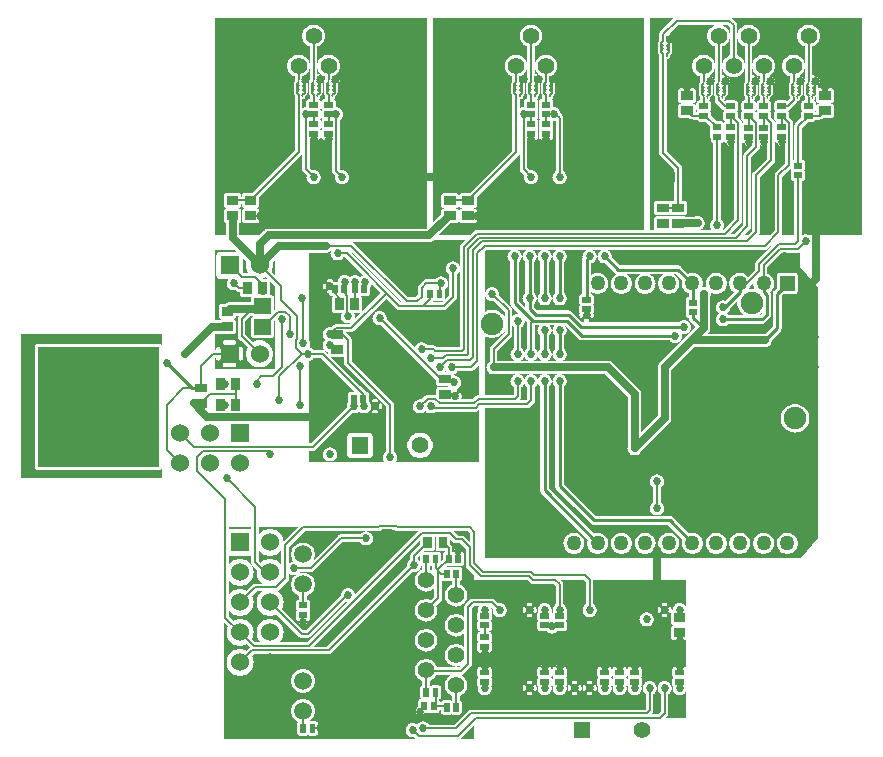
<source format=gbr>
G04 start of page 3 for group 1 idx 1 *
G04 Title: (unknown), bottom *
G04 Creator: pcb 1.99z *
G04 CreationDate: Sun 16 Nov 2014 06:28:29 AM GMT UTC *
G04 For: commonadmin *
G04 Format: Gerber/RS-274X *
G04 PCB-Dimensions (mil): 3000.00 2500.00 *
G04 PCB-Coordinate-Origin: lower left *
%MOIN*%
%FSLAX25Y25*%
%LNBOTTOM*%
%ADD69C,0.1260*%
%ADD68C,0.0394*%
%ADD67C,0.0630*%
%ADD66C,0.1280*%
%ADD65C,0.0354*%
%ADD64C,0.0300*%
%ADD63C,0.0380*%
%ADD62C,0.0130*%
%ADD61C,0.0270*%
%ADD60R,0.0060X0.0060*%
%ADD59R,0.0197X0.0197*%
%ADD58R,0.0512X0.0512*%
%ADD57R,0.4000X0.4000*%
%ADD56R,0.0295X0.0295*%
%ADD55C,0.1457*%
%ADD54C,0.0591*%
%ADD53C,0.0500*%
%ADD52C,0.0827*%
%ADD51C,0.1476*%
%ADD50C,0.0551*%
%ADD49C,0.0750*%
%ADD48C,0.0550*%
%ADD47C,0.0600*%
%ADD46C,0.0110*%
%ADD45C,0.0060*%
%ADD44C,0.0250*%
%ADD43C,0.0100*%
%ADD42C,0.0001*%
G54D42*G36*
X258000Y166000D02*X260500D01*
X266000Y159500D01*
Y76000D01*
X260500Y69500D01*
X258000D01*
Y71591D01*
X258383Y71917D01*
X258740Y72336D01*
X259028Y72806D01*
X259239Y73315D01*
X259368Y73851D01*
X259400Y74400D01*
X259368Y74949D01*
X259239Y75485D01*
X259028Y75994D01*
X258740Y76464D01*
X258383Y76883D01*
X258000Y77209D01*
Y111275D01*
X258500Y111235D01*
X259245Y111294D01*
X259972Y111469D01*
X260663Y111755D01*
X261301Y112145D01*
X261869Y112631D01*
X262355Y113199D01*
X262745Y113837D01*
X263031Y114528D01*
X263206Y115255D01*
X263250Y116000D01*
X263206Y116745D01*
X263031Y117472D01*
X262745Y118163D01*
X262355Y118801D01*
X261869Y119369D01*
X261301Y119855D01*
X260663Y120245D01*
X259972Y120531D01*
X259245Y120706D01*
X258500Y120765D01*
X258000Y120725D01*
Y157508D01*
X258557Y157509D01*
X258710Y157546D01*
X258855Y157606D01*
X258990Y157688D01*
X259109Y157791D01*
X259212Y157910D01*
X259294Y158045D01*
X259354Y158190D01*
X259391Y158343D01*
X259400Y158500D01*
X259391Y163657D01*
X259354Y163810D01*
X259294Y163955D01*
X259212Y164090D01*
X259109Y164209D01*
X258990Y164312D01*
X258855Y164394D01*
X258710Y164454D01*
X258557Y164491D01*
X258400Y164500D01*
X258000Y164499D01*
Y166000D01*
G37*
G36*
X152738Y51544D02*X152685Y51416D01*
X152648Y51263D01*
X152639Y51106D01*
X152648Y48981D01*
X152685Y48828D01*
X152745Y48683D01*
X152827Y48548D01*
X152828Y48548D01*
X152827Y48548D01*
X152745Y48413D01*
X152685Y48268D01*
X152648Y48115D01*
X152639Y47958D01*
X152648Y45833D01*
X152685Y45680D01*
X152745Y45535D01*
X152827Y45400D01*
X152929Y45281D01*
X153049Y45179D01*
X153183Y45096D01*
X153329Y45036D01*
X153482Y44999D01*
X153639Y44990D01*
X153716Y44990D01*
Y44949D01*
X153482Y44949D01*
X153329Y44912D01*
X153183Y44852D01*
X153049Y44770D01*
X152929Y44667D01*
X152827Y44548D01*
X152745Y44413D01*
X152685Y44268D01*
X152648Y44115D01*
X152639Y43958D01*
X152648Y41833D01*
X152685Y41680D01*
X152745Y41535D01*
X152827Y41400D01*
X152828Y41400D01*
X152827Y41400D01*
X152745Y41265D01*
X152685Y41120D01*
X152648Y40967D01*
X152639Y40810D01*
X152648Y38685D01*
X152685Y38532D01*
X152745Y38387D01*
X152827Y38252D01*
X152929Y38133D01*
X153049Y38030D01*
X153183Y37948D01*
X153329Y37888D01*
X153482Y37851D01*
X153639Y37842D01*
X155516Y37848D01*
Y33251D01*
X153482Y33245D01*
X153329Y33208D01*
X153183Y33148D01*
X153049Y33066D01*
X152929Y32963D01*
X152827Y32844D01*
X152745Y32709D01*
X152685Y32564D01*
X152648Y32411D01*
X152639Y32254D01*
X152648Y30129D01*
X152685Y29976D01*
X152745Y29831D01*
X152827Y29696D01*
X152828Y29696D01*
X152827Y29696D01*
X152745Y29561D01*
X152685Y29416D01*
X152648Y29263D01*
X152639Y29106D01*
X152648Y26981D01*
X152685Y26828D01*
X152738Y26700D01*
X152688Y26491D01*
X152658Y26122D01*
X152688Y25753D01*
X152774Y25394D01*
X152915Y25052D01*
X153109Y24736D01*
X153349Y24455D01*
X153630Y24215D01*
X153946Y24022D01*
X154287Y23880D01*
X154647Y23794D01*
X155016Y23765D01*
X155385Y23794D01*
X155516Y23825D01*
Y18922D01*
X150567D01*
X150516Y18926D01*
X150312Y18910D01*
X150113Y18862D01*
X149924Y18784D01*
X149749Y18677D01*
X149749Y18677D01*
X149685Y18622D01*
X148516D01*
Y24748D01*
X148548Y24786D01*
X148857Y25290D01*
X149083Y25836D01*
X149221Y26411D01*
X149256Y27000D01*
X149221Y27589D01*
X149083Y28164D01*
X148857Y28710D01*
X148548Y29214D01*
X148516Y29252D01*
Y31284D01*
X150399Y33167D01*
X150438Y33200D01*
X150571Y33355D01*
X150571Y33356D01*
X150678Y33530D01*
X150756Y33719D01*
X150804Y33918D01*
X150820Y34122D01*
X150816Y34173D01*
Y52584D01*
X151554Y53322D01*
X152995D01*
X152915Y53192D01*
X152774Y52850D01*
X152688Y52491D01*
X152658Y52122D01*
X152688Y51753D01*
X152738Y51544D01*
G37*
G36*
X155516Y62072D02*Y55922D01*
X151067D01*
X151016Y55926D01*
X150812Y55910D01*
X150613Y55862D01*
X150424Y55784D01*
X150249Y55677D01*
X150249Y55677D01*
X150094Y55544D01*
X150061Y55505D01*
X148633Y54077D01*
X148594Y54044D01*
X148516Y53953D01*
Y54748D01*
X148548Y54786D01*
X148857Y55290D01*
X149083Y55836D01*
X149221Y56411D01*
X149256Y57000D01*
X149221Y57589D01*
X149083Y58164D01*
X148857Y58710D01*
X148548Y59214D01*
X148516Y59252D01*
Y62122D01*
X153404D01*
X153514Y62096D01*
X153562Y62084D01*
X153562D01*
X153766Y62068D01*
X153817Y62072D01*
X155516D01*
G37*
G36*
X175016Y60822D02*X177977D01*
X178716Y60084D01*
Y54082D01*
X178630Y54029D01*
X178349Y53789D01*
X178109Y53508D01*
X177915Y53192D01*
X177774Y52850D01*
X177688Y52491D01*
X177658Y52122D01*
X177688Y51753D01*
X177738Y51544D01*
X177685Y51416D01*
X177648Y51263D01*
X177639Y51106D01*
X177648Y48981D01*
X177651Y48969D01*
X177516Y48979D01*
X177380Y48969D01*
X177383Y48981D01*
X177393Y49138D01*
X177383Y51263D01*
X177347Y51416D01*
X177294Y51544D01*
X177344Y51753D01*
X177366Y52122D01*
X177344Y52491D01*
X177258Y52850D01*
X177116Y53192D01*
X176923Y53508D01*
X176683Y53789D01*
X176401Y54029D01*
X176086Y54222D01*
X175744Y54364D01*
X175385Y54450D01*
X175016Y54479D01*
Y60822D01*
G37*
G36*
X215017Y62122D02*X222016D01*
Y53356D01*
X221923Y53508D01*
X221683Y53789D01*
X221401Y54029D01*
X221086Y54222D01*
X220744Y54364D01*
X220385Y54450D01*
X220016Y54479D01*
X219647Y54450D01*
X219287Y54364D01*
X218946Y54222D01*
X218630Y54029D01*
X218349Y53789D01*
X218109Y53508D01*
X217915Y53192D01*
X217774Y52850D01*
X217688Y52491D01*
X217658Y52122D01*
X217666Y52022D01*
X217592Y51992D01*
X217458Y51910D01*
X217347Y51814D01*
X217366Y52007D01*
Y52237D01*
X217343Y52466D01*
X217298Y52692D01*
X217274Y52767D01*
X217237Y52837D01*
X217190Y52901D01*
X217134Y52956D01*
X217069Y53002D01*
X216999Y53037D01*
X216923Y53061D01*
X216845Y53072D01*
X216766Y53072D01*
X216689Y53059D01*
X216614Y53034D01*
X216544Y52997D01*
X216480Y52950D01*
X216425Y52894D01*
X216379Y52829D01*
X216344Y52759D01*
X216320Y52683D01*
X216309Y52605D01*
X216309Y52526D01*
X216324Y52449D01*
X216351Y52320D01*
X216364Y52188D01*
Y52056D01*
X216351Y51924D01*
X216325Y51795D01*
X216311Y51718D01*
X216310Y51639D01*
X216322Y51561D01*
X216345Y51486D01*
X216381Y51415D01*
X216426Y51351D01*
X216481Y51295D01*
X216545Y51248D01*
X216614Y51212D01*
X216689Y51187D01*
X216767Y51174D01*
X216845Y51173D01*
X216923Y51185D01*
X216998Y51208D01*
X217056Y51237D01*
X217048Y51098D01*
X217057Y47989D01*
X217094Y47836D01*
X217154Y47691D01*
X217236Y47556D01*
X217338Y47437D01*
X217458Y47334D01*
X217592Y47252D01*
X217738Y47192D01*
X217891Y47155D01*
X218048Y47146D01*
X222016Y47155D01*
Y46978D01*
X221984Y46980D01*
X217891Y46971D01*
X217738Y46934D01*
X217592Y46874D01*
X217458Y46792D01*
X217338Y46689D01*
X217236Y46570D01*
X217154Y46435D01*
X217094Y46290D01*
X217057Y46137D01*
X217048Y45980D01*
X217057Y42871D01*
X217094Y42718D01*
X217154Y42573D01*
X217236Y42438D01*
X217338Y42319D01*
X217458Y42216D01*
X217592Y42134D01*
X217738Y42074D01*
X217891Y42037D01*
X218048Y42028D01*
X222016Y42037D01*
Y33037D01*
X221982Y33066D01*
X221848Y33148D01*
X221703Y33208D01*
X221550Y33245D01*
X221393Y33254D01*
X218482Y33245D01*
X218329Y33208D01*
X218183Y33148D01*
X218049Y33066D01*
X217929Y32963D01*
X217827Y32844D01*
X217745Y32709D01*
X217685Y32564D01*
X217648Y32411D01*
X217639Y32254D01*
X217648Y30129D01*
X217685Y29976D01*
X217745Y29831D01*
X217827Y29696D01*
X217828Y29696D01*
X217827Y29696D01*
X217745Y29561D01*
X217685Y29416D01*
X217648Y29263D01*
X217639Y29106D01*
X217648Y26981D01*
X217685Y26828D01*
X217738Y26700D01*
X217688Y26491D01*
X217658Y26122D01*
X217688Y25753D01*
X217774Y25394D01*
X217915Y25052D01*
X218109Y24736D01*
X218349Y24455D01*
X218630Y24215D01*
X218946Y24022D01*
X219287Y23880D01*
X219647Y23794D01*
X220016Y23765D01*
X220385Y23794D01*
X220744Y23880D01*
X221086Y24022D01*
X221401Y24215D01*
X221683Y24455D01*
X221923Y24736D01*
X222016Y24888D01*
Y16122D01*
X215354D01*
X215899Y16667D01*
X215938Y16700D01*
X216071Y16855D01*
X216071Y16856D01*
X216178Y17030D01*
X216256Y17219D01*
X216304Y17418D01*
X216320Y17622D01*
X216316Y17673D01*
Y24163D01*
X216401Y24215D01*
X216683Y24455D01*
X216923Y24736D01*
X217116Y25052D01*
X217258Y25394D01*
X217344Y25753D01*
X217366Y26122D01*
X217344Y26491D01*
X217258Y26850D01*
X217116Y27192D01*
X216923Y27508D01*
X216683Y27789D01*
X216401Y28029D01*
X216086Y28222D01*
X215744Y28364D01*
X215385Y28450D01*
X215017Y28479D01*
Y49772D01*
X215131D01*
X215360Y49795D01*
X215586Y49839D01*
X215661Y49864D01*
X215731Y49901D01*
X215795Y49948D01*
X215850Y50004D01*
X215896Y50068D01*
X215931Y50139D01*
X215955Y50214D01*
X215966Y50292D01*
X215965Y50371D01*
X215952Y50449D01*
X215927Y50524D01*
X215891Y50594D01*
X215844Y50658D01*
X215787Y50713D01*
X215723Y50759D01*
X215652Y50794D01*
X215577Y50818D01*
X215499Y50829D01*
X215420Y50828D01*
X215343Y50814D01*
X215213Y50787D01*
X215082Y50774D01*
X215017D01*
Y53470D01*
X215082D01*
X215213Y53458D01*
X215343Y53432D01*
X215420Y53417D01*
X215499Y53417D01*
X215577Y53428D01*
X215652Y53452D01*
X215722Y53487D01*
X215786Y53533D01*
X215843Y53588D01*
X215889Y53651D01*
X215926Y53721D01*
X215951Y53795D01*
X215964Y53873D01*
X215965Y53952D01*
X215953Y54029D01*
X215929Y54105D01*
X215894Y54175D01*
X215849Y54239D01*
X215793Y54295D01*
X215730Y54342D01*
X215660Y54378D01*
X215585Y54402D01*
X215360Y54450D01*
X215131Y54472D01*
X215017D01*
Y62122D01*
G37*
G36*
X213194Y24636D02*X213349Y24455D01*
X213630Y24215D01*
X213716Y24163D01*
Y18161D01*
X213194Y17639D01*
Y24636D01*
G37*
G36*
Y62122D02*X215017D01*
Y54472D01*
X214901D01*
X214671Y54450D01*
X214445Y54405D01*
X214370Y54380D01*
X214300Y54343D01*
X214237Y54296D01*
X214182Y54240D01*
X214136Y54176D01*
X214101Y54105D01*
X214077Y54030D01*
X214065Y53952D01*
X214066Y53873D01*
X214079Y53795D01*
X214104Y53720D01*
X214141Y53650D01*
X214188Y53587D01*
X214244Y53531D01*
X214308Y53485D01*
X214379Y53450D01*
X214454Y53427D01*
X214532Y53415D01*
X214611Y53416D01*
X214689Y53430D01*
X214818Y53458D01*
X214950Y53470D01*
X215017D01*
Y50774D01*
X214950D01*
X214818Y50787D01*
X214688Y50812D01*
X214611Y50827D01*
X214533Y50828D01*
X214455Y50816D01*
X214380Y50792D01*
X214309Y50757D01*
X214245Y50712D01*
X214189Y50656D01*
X214142Y50593D01*
X214106Y50523D01*
X214081Y50449D01*
X214068Y50371D01*
X214067Y50293D01*
X214079Y50215D01*
X214102Y50140D01*
X214137Y50069D01*
X214183Y50005D01*
X214238Y49949D01*
X214301Y49902D01*
X214371Y49866D01*
X214446Y49842D01*
X214671Y49795D01*
X214901Y49772D01*
X215017D01*
Y28479D01*
X215016Y28479D01*
X214647Y28450D01*
X214287Y28364D01*
X213946Y28222D01*
X213630Y28029D01*
X213349Y27789D01*
X213194Y27608D01*
Y51172D01*
X213265Y51172D01*
X213343Y51185D01*
X213418Y51211D01*
X213488Y51247D01*
X213551Y51294D01*
X213607Y51350D01*
X213652Y51415D01*
X213688Y51485D01*
X213711Y51561D01*
X213723Y51639D01*
X213722Y51718D01*
X213708Y51795D01*
X213680Y51924D01*
X213667Y52056D01*
Y52188D01*
X213680Y52320D01*
X213706Y52449D01*
X213721Y52527D01*
X213721Y52605D01*
X213710Y52683D01*
X213686Y52758D01*
X213651Y52829D01*
X213605Y52893D01*
X213550Y52949D01*
X213487Y52996D01*
X213417Y53032D01*
X213343Y53057D01*
X213265Y53070D01*
X213194Y53071D01*
Y62122D01*
G37*
G36*
X208996D02*X213194D01*
Y53071D01*
X213186Y53071D01*
X213108Y53059D01*
X213033Y53036D01*
X212963Y53001D01*
X212899Y52955D01*
X212843Y52900D01*
X212796Y52837D01*
X212759Y52767D01*
X212736Y52692D01*
X212688Y52466D01*
X212666Y52237D01*
Y52007D01*
X212688Y51778D01*
X212733Y51552D01*
X212758Y51477D01*
X212794Y51407D01*
X212841Y51343D01*
X212898Y51288D01*
X212962Y51242D01*
X213033Y51207D01*
X213108Y51183D01*
X213186Y51172D01*
X213194Y51172D01*
Y27608D01*
X213109Y27508D01*
X212915Y27192D01*
X212774Y26850D01*
X212688Y26491D01*
X212658Y26122D01*
X212688Y25753D01*
X212774Y25394D01*
X212915Y25052D01*
X213109Y24736D01*
X213194Y24636D01*
Y17639D01*
X212977Y17422D01*
X210654D01*
X210899Y17667D01*
X210938Y17700D01*
X211071Y17855D01*
X211071Y17856D01*
X211178Y18030D01*
X211256Y18219D01*
X211304Y18418D01*
X211320Y18622D01*
X211316Y18673D01*
Y24163D01*
X211401Y24215D01*
X211683Y24455D01*
X211923Y24736D01*
X212116Y25052D01*
X212258Y25394D01*
X212344Y25753D01*
X212366Y26122D01*
X212344Y26491D01*
X212258Y26850D01*
X212116Y27192D01*
X211923Y27508D01*
X211683Y27789D01*
X211401Y28029D01*
X211086Y28222D01*
X210744Y28364D01*
X210385Y28450D01*
X210016Y28479D01*
X209647Y28450D01*
X209287Y28364D01*
X208996Y28243D01*
Y46643D01*
X209000Y46643D01*
X209369Y46672D01*
X209728Y46758D01*
X210070Y46900D01*
X210386Y47093D01*
X210667Y47333D01*
X210907Y47614D01*
X211100Y47930D01*
X211242Y48272D01*
X211328Y48631D01*
X211350Y49000D01*
X211328Y49369D01*
X211242Y49728D01*
X211100Y50070D01*
X210907Y50386D01*
X210667Y50667D01*
X210386Y50907D01*
X210070Y51100D01*
X209728Y51242D01*
X209369Y51328D01*
X209000Y51357D01*
X208996Y51357D01*
Y62122D01*
G37*
G36*
X205016D02*X208996D01*
Y51357D01*
X208631Y51328D01*
X208272Y51242D01*
X207930Y51100D01*
X207614Y50907D01*
X207333Y50667D01*
X207093Y50386D01*
X206900Y50070D01*
X206758Y49728D01*
X206672Y49369D01*
X206643Y49000D01*
X206672Y48631D01*
X206758Y48272D01*
X206900Y47930D01*
X207093Y47614D01*
X207333Y47333D01*
X207614Y47093D01*
X207930Y46900D01*
X208272Y46758D01*
X208631Y46672D01*
X208996Y46643D01*
Y28243D01*
X208946Y28222D01*
X208630Y28029D01*
X208349Y27789D01*
X208109Y27508D01*
X207915Y27192D01*
X207774Y26850D01*
X207688Y26491D01*
X207658Y26122D01*
X207688Y25753D01*
X207774Y25394D01*
X207915Y25052D01*
X208109Y24736D01*
X208349Y24455D01*
X208630Y24215D01*
X208716Y24163D01*
Y19161D01*
X208477Y18922D01*
X205016D01*
Y23765D01*
X205385Y23794D01*
X205744Y23880D01*
X206086Y24022D01*
X206401Y24215D01*
X206683Y24455D01*
X206923Y24736D01*
X207116Y25052D01*
X207258Y25394D01*
X207344Y25753D01*
X207366Y26122D01*
X207344Y26491D01*
X207294Y26700D01*
X207347Y26828D01*
X207383Y26981D01*
X207393Y27138D01*
X207383Y29263D01*
X207347Y29416D01*
X207287Y29561D01*
X207204Y29696D01*
X207204Y29696D01*
X207204Y29696D01*
X207287Y29831D01*
X207347Y29976D01*
X207383Y30129D01*
X207393Y30286D01*
X207383Y32411D01*
X207347Y32564D01*
X207287Y32709D01*
X207204Y32844D01*
X207102Y32963D01*
X206982Y33066D01*
X206848Y33148D01*
X206703Y33208D01*
X206550Y33245D01*
X206393Y33254D01*
X205016Y33250D01*
Y62122D01*
G37*
G36*
X200016D02*X205016D01*
Y33250D01*
X203482Y33245D01*
X203329Y33208D01*
X203183Y33148D01*
X203049Y33066D01*
X202929Y32963D01*
X202827Y32844D01*
X202745Y32709D01*
X202685Y32564D01*
X202648Y32411D01*
X202639Y32254D01*
X202648Y30129D01*
X202685Y29976D01*
X202745Y29831D01*
X202827Y29696D01*
X202828Y29696D01*
X202827Y29696D01*
X202745Y29561D01*
X202685Y29416D01*
X202648Y29263D01*
X202639Y29106D01*
X202648Y26981D01*
X202685Y26828D01*
X202738Y26700D01*
X202688Y26491D01*
X202658Y26122D01*
X202688Y25753D01*
X202774Y25394D01*
X202915Y25052D01*
X203109Y24736D01*
X203349Y24455D01*
X203630Y24215D01*
X203946Y24022D01*
X204287Y23880D01*
X204647Y23794D01*
X205016Y23765D01*
Y18922D01*
X200016D01*
Y23765D01*
X200385Y23794D01*
X200744Y23880D01*
X201086Y24022D01*
X201401Y24215D01*
X201683Y24455D01*
X201923Y24736D01*
X202116Y25052D01*
X202258Y25394D01*
X202344Y25753D01*
X202366Y26122D01*
X202344Y26491D01*
X202294Y26700D01*
X202347Y26828D01*
X202383Y26981D01*
X202393Y27138D01*
X202383Y29263D01*
X202347Y29416D01*
X202287Y29561D01*
X202204Y29696D01*
X202204Y29696D01*
X202204Y29696D01*
X202287Y29831D01*
X202347Y29976D01*
X202383Y30129D01*
X202393Y30286D01*
X202383Y32411D01*
X202347Y32564D01*
X202287Y32709D01*
X202204Y32844D01*
X202102Y32963D01*
X201982Y33066D01*
X201848Y33148D01*
X201703Y33208D01*
X201550Y33245D01*
X201393Y33254D01*
X200016Y33250D01*
Y62122D01*
G37*
G36*
X195016D02*X200016D01*
Y33250D01*
X198482Y33245D01*
X198329Y33208D01*
X198183Y33148D01*
X198049Y33066D01*
X197929Y32963D01*
X197827Y32844D01*
X197745Y32709D01*
X197685Y32564D01*
X197648Y32411D01*
X197639Y32254D01*
X197648Y30129D01*
X197685Y29976D01*
X197745Y29831D01*
X197827Y29696D01*
X197828Y29696D01*
X197827Y29696D01*
X197745Y29561D01*
X197685Y29416D01*
X197648Y29263D01*
X197639Y29106D01*
X197648Y26981D01*
X197685Y26828D01*
X197738Y26700D01*
X197688Y26491D01*
X197658Y26122D01*
X197688Y25753D01*
X197774Y25394D01*
X197915Y25052D01*
X198109Y24736D01*
X198349Y24455D01*
X198630Y24215D01*
X198946Y24022D01*
X199287Y23880D01*
X199647Y23794D01*
X200016Y23765D01*
Y18922D01*
X195016D01*
Y23765D01*
X195385Y23794D01*
X195744Y23880D01*
X196086Y24022D01*
X196401Y24215D01*
X196683Y24455D01*
X196923Y24736D01*
X197116Y25052D01*
X197258Y25394D01*
X197344Y25753D01*
X197366Y26122D01*
X197344Y26491D01*
X197294Y26700D01*
X197347Y26828D01*
X197383Y26981D01*
X197393Y27138D01*
X197383Y29263D01*
X197347Y29416D01*
X197287Y29561D01*
X197204Y29696D01*
X197204Y29696D01*
X197204Y29696D01*
X197287Y29831D01*
X197347Y29976D01*
X197383Y30129D01*
X197393Y30286D01*
X197383Y32411D01*
X197347Y32564D01*
X197287Y32709D01*
X197204Y32844D01*
X197102Y32963D01*
X196982Y33066D01*
X196848Y33148D01*
X196703Y33208D01*
X196550Y33245D01*
X196393Y33254D01*
X195016Y33250D01*
Y62122D01*
G37*
G36*
X191837Y50636D02*X191923Y50736D01*
X192116Y51052D01*
X192258Y51394D01*
X192344Y51753D01*
X192366Y52122D01*
X192344Y52491D01*
X192258Y52850D01*
X192116Y53192D01*
X191923Y53508D01*
X191837Y53608D01*
Y62122D01*
X195016D01*
Y33250D01*
X193482Y33245D01*
X193329Y33208D01*
X193183Y33148D01*
X193049Y33066D01*
X192929Y32963D01*
X192827Y32844D01*
X192745Y32709D01*
X192685Y32564D01*
X192648Y32411D01*
X192639Y32254D01*
X192648Y30129D01*
X192685Y29976D01*
X192745Y29831D01*
X192827Y29696D01*
X192828Y29696D01*
X192827Y29696D01*
X192745Y29561D01*
X192685Y29416D01*
X192648Y29263D01*
X192639Y29106D01*
X192648Y26981D01*
X192685Y26828D01*
X192738Y26700D01*
X192688Y26491D01*
X192658Y26122D01*
X192688Y25753D01*
X192774Y25394D01*
X192915Y25052D01*
X193109Y24736D01*
X193349Y24455D01*
X193630Y24215D01*
X193946Y24022D01*
X194287Y23880D01*
X194647Y23794D01*
X195016Y23765D01*
Y18922D01*
X191837D01*
Y25173D01*
X191845Y25173D01*
X191923Y25185D01*
X191998Y25208D01*
X192069Y25244D01*
X192133Y25289D01*
X192189Y25344D01*
X192236Y25408D01*
X192272Y25477D01*
X192296Y25552D01*
X192343Y25778D01*
X192366Y26007D01*
Y26237D01*
X192343Y26466D01*
X192298Y26692D01*
X192274Y26767D01*
X192237Y26837D01*
X192190Y26901D01*
X192134Y26956D01*
X192069Y27002D01*
X191999Y27037D01*
X191923Y27061D01*
X191845Y27072D01*
X191837Y27072D01*
Y50636D01*
G37*
G36*
Y53608D02*X191683Y53789D01*
X191401Y54029D01*
X191316Y54082D01*
Y62071D01*
X191320Y62122D01*
X191837D01*
Y53608D01*
G37*
G36*
X190017Y49765D02*X190385Y49794D01*
X190744Y49880D01*
X191086Y50022D01*
X191401Y50215D01*
X191683Y50455D01*
X191837Y50636D01*
Y27072D01*
X191766Y27072D01*
X191689Y27059D01*
X191614Y27034D01*
X191544Y26997D01*
X191480Y26950D01*
X191425Y26894D01*
X191379Y26829D01*
X191344Y26759D01*
X191320Y26683D01*
X191309Y26605D01*
X191309Y26526D01*
X191324Y26449D01*
X191351Y26320D01*
X191364Y26188D01*
Y26056D01*
X191351Y25924D01*
X191325Y25795D01*
X191311Y25718D01*
X191310Y25639D01*
X191322Y25561D01*
X191345Y25486D01*
X191381Y25415D01*
X191426Y25351D01*
X191481Y25295D01*
X191545Y25248D01*
X191614Y25212D01*
X191689Y25187D01*
X191767Y25174D01*
X191837Y25173D01*
Y18922D01*
X190017D01*
Y23772D01*
X190131D01*
X190360Y23795D01*
X190586Y23839D01*
X190661Y23864D01*
X190731Y23901D01*
X190795Y23948D01*
X190850Y24004D01*
X190896Y24068D01*
X190931Y24139D01*
X190955Y24214D01*
X190966Y24292D01*
X190965Y24371D01*
X190952Y24449D01*
X190927Y24524D01*
X190891Y24594D01*
X190844Y24658D01*
X190787Y24713D01*
X190723Y24759D01*
X190652Y24794D01*
X190577Y24818D01*
X190499Y24829D01*
X190420Y24828D01*
X190343Y24814D01*
X190213Y24787D01*
X190082Y24774D01*
X190017D01*
Y27470D01*
X190082D01*
X190213Y27458D01*
X190343Y27432D01*
X190420Y27417D01*
X190499Y27417D01*
X190577Y27428D01*
X190652Y27452D01*
X190722Y27487D01*
X190786Y27532D01*
X190843Y27588D01*
X190889Y27651D01*
X190926Y27721D01*
X190951Y27795D01*
X190964Y27873D01*
X190965Y27952D01*
X190953Y28029D01*
X190929Y28105D01*
X190894Y28175D01*
X190849Y28239D01*
X190793Y28295D01*
X190730Y28342D01*
X190660Y28378D01*
X190585Y28402D01*
X190360Y28450D01*
X190131Y28472D01*
X190017D01*
Y49765D01*
G37*
G36*
X188194Y50636D02*X188349Y50455D01*
X188630Y50215D01*
X188946Y50022D01*
X189287Y49880D01*
X189647Y49794D01*
X190016Y49765D01*
X190017Y49765D01*
Y28472D01*
X189901D01*
X189671Y28450D01*
X189445Y28405D01*
X189370Y28380D01*
X189300Y28343D01*
X189237Y28296D01*
X189182Y28240D01*
X189136Y28176D01*
X189101Y28105D01*
X189077Y28030D01*
X189065Y27952D01*
X189066Y27873D01*
X189079Y27795D01*
X189104Y27720D01*
X189141Y27650D01*
X189188Y27587D01*
X189244Y27531D01*
X189308Y27485D01*
X189379Y27450D01*
X189454Y27427D01*
X189532Y27415D01*
X189611Y27416D01*
X189689Y27430D01*
X189818Y27458D01*
X189950Y27470D01*
X190017D01*
Y24774D01*
X189950D01*
X189818Y24787D01*
X189688Y24812D01*
X189611Y24827D01*
X189533Y24828D01*
X189455Y24816D01*
X189380Y24792D01*
X189309Y24757D01*
X189245Y24712D01*
X189189Y24656D01*
X189142Y24593D01*
X189106Y24523D01*
X189081Y24449D01*
X189068Y24371D01*
X189067Y24293D01*
X189079Y24215D01*
X189102Y24140D01*
X189137Y24069D01*
X189183Y24005D01*
X189238Y23949D01*
X189301Y23902D01*
X189371Y23866D01*
X189446Y23842D01*
X189671Y23795D01*
X189901Y23772D01*
X190017D01*
Y18922D01*
X188194D01*
Y25172D01*
X188265Y25172D01*
X188343Y25185D01*
X188418Y25211D01*
X188488Y25247D01*
X188551Y25294D01*
X188607Y25350D01*
X188652Y25415D01*
X188688Y25485D01*
X188711Y25561D01*
X188723Y25639D01*
X188722Y25718D01*
X188708Y25795D01*
X188680Y25924D01*
X188667Y26056D01*
Y26188D01*
X188680Y26320D01*
X188706Y26449D01*
X188721Y26527D01*
X188721Y26605D01*
X188710Y26683D01*
X188686Y26758D01*
X188651Y26829D01*
X188605Y26893D01*
X188550Y26949D01*
X188487Y26996D01*
X188417Y27032D01*
X188343Y27057D01*
X188265Y27070D01*
X188194Y27071D01*
Y50636D01*
G37*
G36*
Y62105D02*X188716Y61584D01*
Y54082D01*
X188630Y54029D01*
X188349Y53789D01*
X188194Y53608D01*
Y62105D01*
G37*
G36*
X186837Y62122D02*X188177D01*
X188194Y62105D01*
Y53608D01*
X188109Y53508D01*
X187915Y53192D01*
X187774Y52850D01*
X187688Y52491D01*
X187658Y52122D01*
X187688Y51753D01*
X187774Y51394D01*
X187915Y51052D01*
X188109Y50736D01*
X188194Y50636D01*
Y27071D01*
X188186Y27071D01*
X188108Y27059D01*
X188033Y27036D01*
X187963Y27001D01*
X187899Y26955D01*
X187843Y26900D01*
X187796Y26837D01*
X187759Y26767D01*
X187736Y26692D01*
X187688Y26466D01*
X187666Y26237D01*
Y26007D01*
X187688Y25778D01*
X187733Y25552D01*
X187758Y25477D01*
X187794Y25407D01*
X187841Y25343D01*
X187898Y25288D01*
X187962Y25242D01*
X188033Y25207D01*
X188108Y25183D01*
X188186Y25172D01*
X188194Y25172D01*
Y18922D01*
X186837D01*
Y25173D01*
X186845Y25173D01*
X186923Y25185D01*
X186998Y25208D01*
X187069Y25244D01*
X187133Y25289D01*
X187189Y25344D01*
X187236Y25408D01*
X187272Y25477D01*
X187296Y25552D01*
X187343Y25778D01*
X187366Y26007D01*
Y26237D01*
X187343Y26466D01*
X187298Y26692D01*
X187274Y26767D01*
X187237Y26837D01*
X187190Y26901D01*
X187134Y26956D01*
X187069Y27002D01*
X186999Y27037D01*
X186923Y27061D01*
X186845Y27072D01*
X186837Y27072D01*
Y62122D01*
G37*
G36*
X185017D02*X186837D01*
Y27072D01*
X186766Y27072D01*
X186689Y27059D01*
X186614Y27034D01*
X186544Y26997D01*
X186480Y26950D01*
X186425Y26894D01*
X186379Y26829D01*
X186344Y26759D01*
X186320Y26683D01*
X186309Y26605D01*
X186309Y26526D01*
X186324Y26449D01*
X186351Y26320D01*
X186364Y26188D01*
Y26056D01*
X186351Y25924D01*
X186325Y25795D01*
X186311Y25718D01*
X186310Y25639D01*
X186322Y25561D01*
X186345Y25486D01*
X186381Y25415D01*
X186426Y25351D01*
X186481Y25295D01*
X186545Y25248D01*
X186614Y25212D01*
X186689Y25187D01*
X186767Y25174D01*
X186837Y25173D01*
Y18922D01*
X185017D01*
Y23772D01*
X185131D01*
X185360Y23795D01*
X185586Y23839D01*
X185661Y23864D01*
X185731Y23901D01*
X185795Y23948D01*
X185850Y24004D01*
X185896Y24068D01*
X185931Y24139D01*
X185955Y24214D01*
X185966Y24292D01*
X185965Y24371D01*
X185952Y24449D01*
X185927Y24524D01*
X185891Y24594D01*
X185844Y24658D01*
X185787Y24713D01*
X185723Y24759D01*
X185652Y24794D01*
X185577Y24818D01*
X185499Y24829D01*
X185420Y24828D01*
X185343Y24814D01*
X185213Y24787D01*
X185082Y24774D01*
X185017D01*
Y27470D01*
X185082D01*
X185213Y27458D01*
X185343Y27432D01*
X185420Y27417D01*
X185499Y27417D01*
X185577Y27428D01*
X185652Y27452D01*
X185722Y27487D01*
X185786Y27532D01*
X185843Y27588D01*
X185889Y27651D01*
X185926Y27721D01*
X185951Y27795D01*
X185964Y27873D01*
X185965Y27952D01*
X185953Y28029D01*
X185929Y28105D01*
X185894Y28175D01*
X185849Y28239D01*
X185793Y28295D01*
X185730Y28342D01*
X185660Y28378D01*
X185585Y28402D01*
X185360Y28450D01*
X185131Y28472D01*
X185017D01*
Y62122D01*
G37*
G36*
X183194D02*X185017D01*
Y28472D01*
X184901D01*
X184671Y28450D01*
X184445Y28405D01*
X184370Y28380D01*
X184300Y28343D01*
X184237Y28296D01*
X184182Y28240D01*
X184136Y28176D01*
X184101Y28105D01*
X184077Y28030D01*
X184065Y27952D01*
X184066Y27873D01*
X184079Y27795D01*
X184104Y27720D01*
X184141Y27650D01*
X184188Y27587D01*
X184244Y27531D01*
X184308Y27485D01*
X184379Y27450D01*
X184454Y27427D01*
X184532Y27415D01*
X184611Y27416D01*
X184689Y27430D01*
X184818Y27458D01*
X184950Y27470D01*
X185017D01*
Y24774D01*
X184950D01*
X184818Y24787D01*
X184688Y24812D01*
X184611Y24827D01*
X184533Y24828D01*
X184455Y24816D01*
X184380Y24792D01*
X184309Y24757D01*
X184245Y24712D01*
X184189Y24656D01*
X184142Y24593D01*
X184106Y24523D01*
X184081Y24449D01*
X184068Y24371D01*
X184067Y24293D01*
X184079Y24215D01*
X184102Y24140D01*
X184137Y24069D01*
X184183Y24005D01*
X184238Y23949D01*
X184301Y23902D01*
X184371Y23866D01*
X184446Y23842D01*
X184671Y23795D01*
X184901Y23772D01*
X185017D01*
Y18922D01*
X183194D01*
Y25172D01*
X183265Y25172D01*
X183343Y25185D01*
X183418Y25211D01*
X183488Y25247D01*
X183551Y25294D01*
X183607Y25350D01*
X183652Y25415D01*
X183688Y25485D01*
X183711Y25561D01*
X183723Y25639D01*
X183722Y25718D01*
X183708Y25795D01*
X183680Y25924D01*
X183667Y26056D01*
Y26188D01*
X183680Y26320D01*
X183706Y26449D01*
X183721Y26527D01*
X183721Y26605D01*
X183710Y26683D01*
X183686Y26758D01*
X183651Y26829D01*
X183605Y26893D01*
X183550Y26949D01*
X183487Y26996D01*
X183417Y27032D01*
X183343Y27057D01*
X183265Y27070D01*
X183194Y27071D01*
Y62122D01*
G37*
G36*
X180016Y44994D02*X181550Y44999D01*
X181703Y45036D01*
X181848Y45096D01*
X181982Y45179D01*
X182102Y45281D01*
X182204Y45400D01*
X182287Y45535D01*
X182347Y45680D01*
X182383Y45833D01*
X182393Y45990D01*
X182383Y48115D01*
X182347Y48268D01*
X182287Y48413D01*
X182204Y48548D01*
X182204Y48548D01*
X182204Y48548D01*
X182287Y48683D01*
X182347Y48828D01*
X182383Y48981D01*
X182393Y49138D01*
X182383Y51263D01*
X182347Y51416D01*
X182294Y51544D01*
X182344Y51753D01*
X182366Y52122D01*
X182344Y52491D01*
X182258Y52850D01*
X182116Y53192D01*
X181923Y53508D01*
X181683Y53789D01*
X181401Y54029D01*
X181316Y54082D01*
Y60571D01*
X181320Y60622D01*
X181304Y60826D01*
X181304Y60826D01*
X181256Y61025D01*
X181178Y61214D01*
X181071Y61389D01*
X180938Y61544D01*
X180899Y61577D01*
X180354Y62122D01*
X183194D01*
Y27071D01*
X183186Y27071D01*
X183108Y27059D01*
X183033Y27036D01*
X182963Y27001D01*
X182899Y26955D01*
X182843Y26900D01*
X182796Y26837D01*
X182759Y26767D01*
X182736Y26692D01*
X182688Y26466D01*
X182666Y26237D01*
Y26007D01*
X182688Y25778D01*
X182733Y25552D01*
X182758Y25477D01*
X182794Y25407D01*
X182841Y25343D01*
X182898Y25288D01*
X182962Y25242D01*
X183033Y25207D01*
X183108Y25183D01*
X183186Y25172D01*
X183194Y25172D01*
Y18922D01*
X180016D01*
Y23765D01*
X180385Y23794D01*
X180744Y23880D01*
X181086Y24022D01*
X181401Y24215D01*
X181683Y24455D01*
X181923Y24736D01*
X182116Y25052D01*
X182258Y25394D01*
X182344Y25753D01*
X182366Y26122D01*
X182344Y26491D01*
X182294Y26700D01*
X182347Y26828D01*
X182383Y26981D01*
X182393Y27138D01*
X182383Y29263D01*
X182347Y29416D01*
X182287Y29561D01*
X182204Y29696D01*
X182204Y29696D01*
X182204Y29696D01*
X182287Y29831D01*
X182347Y29976D01*
X182383Y30129D01*
X182393Y30286D01*
X182383Y32411D01*
X182347Y32564D01*
X182287Y32709D01*
X182204Y32844D01*
X182102Y32963D01*
X181982Y33066D01*
X181848Y33148D01*
X181703Y33208D01*
X181550Y33245D01*
X181393Y33254D01*
X181308Y33254D01*
X181304Y33326D01*
X181256Y33525D01*
X181178Y33714D01*
X181071Y33889D01*
X180938Y34044D01*
X180782Y34177D01*
X180608Y34284D01*
X180419Y34362D01*
X180220Y34410D01*
X180016Y34426D01*
Y44994D01*
G37*
G36*
X179214Y44992D02*X180016Y44994D01*
Y34426D01*
X179812Y34410D01*
X179613Y34362D01*
X179424Y34284D01*
X179249Y34177D01*
X179094Y34044D01*
X178961Y33889D01*
X178854Y33714D01*
X178776Y33525D01*
X178728Y33326D01*
X178723Y33246D01*
X178482Y33245D01*
X178329Y33208D01*
X178183Y33148D01*
X178049Y33066D01*
X177929Y32963D01*
X177827Y32844D01*
X177745Y32709D01*
X177685Y32564D01*
X177648Y32411D01*
X177639Y32254D01*
X177648Y30129D01*
X177685Y29976D01*
X177745Y29831D01*
X177827Y29696D01*
X177828Y29696D01*
X177827Y29696D01*
X177745Y29561D01*
X177685Y29416D01*
X177648Y29263D01*
X177639Y29106D01*
X177648Y26981D01*
X177685Y26828D01*
X177738Y26700D01*
X177688Y26491D01*
X177658Y26122D01*
X177688Y25753D01*
X177774Y25394D01*
X177915Y25052D01*
X178109Y24736D01*
X178349Y24455D01*
X178630Y24215D01*
X178946Y24022D01*
X179287Y23880D01*
X179647Y23794D01*
X180016Y23765D01*
Y18922D01*
X175016D01*
Y23765D01*
X175385Y23794D01*
X175744Y23880D01*
X176086Y24022D01*
X176401Y24215D01*
X176683Y24455D01*
X176923Y24736D01*
X177116Y25052D01*
X177258Y25394D01*
X177344Y25753D01*
X177366Y26122D01*
X177344Y26491D01*
X177294Y26700D01*
X177347Y26828D01*
X177383Y26981D01*
X177393Y27138D01*
X177383Y29263D01*
X177347Y29416D01*
X177287Y29561D01*
X177204Y29696D01*
X177204Y29696D01*
X177204Y29696D01*
X177287Y29831D01*
X177347Y29976D01*
X177383Y30129D01*
X177393Y30286D01*
X177383Y32411D01*
X177347Y32564D01*
X177287Y32709D01*
X177204Y32844D01*
X177102Y32963D01*
X176982Y33066D01*
X176848Y33148D01*
X176703Y33208D01*
X176550Y33245D01*
X176393Y33254D01*
X176308Y33254D01*
X176304Y33326D01*
X176256Y33525D01*
X176178Y33714D01*
X176071Y33889D01*
X175938Y34044D01*
X175782Y34177D01*
X175608Y34284D01*
X175419Y34362D01*
X175220Y34410D01*
X175016Y34426D01*
Y44994D01*
X175813Y44997D01*
X175849Y44955D01*
X176130Y44715D01*
X176446Y44522D01*
X176787Y44380D01*
X177147Y44294D01*
X177516Y44265D01*
X177885Y44294D01*
X178244Y44380D01*
X178586Y44522D01*
X178901Y44715D01*
X179183Y44955D01*
X179214Y44992D01*
G37*
G36*
X175016Y18922D02*X171837D01*
Y25173D01*
X171845Y25173D01*
X171923Y25185D01*
X171998Y25208D01*
X172069Y25244D01*
X172133Y25289D01*
X172189Y25344D01*
X172236Y25408D01*
X172272Y25477D01*
X172296Y25552D01*
X172343Y25778D01*
X172366Y26007D01*
Y26237D01*
X172343Y26466D01*
X172298Y26692D01*
X172274Y26767D01*
X172237Y26837D01*
X172190Y26901D01*
X172134Y26956D01*
X172069Y27002D01*
X171999Y27037D01*
X171923Y27061D01*
X171845Y27072D01*
X171837Y27072D01*
Y51173D01*
X171845Y51173D01*
X171923Y51185D01*
X171998Y51208D01*
X172069Y51244D01*
X172133Y51289D01*
X172189Y51344D01*
X172236Y51408D01*
X172272Y51477D01*
X172296Y51552D01*
X172343Y51778D01*
X172366Y52007D01*
Y52237D01*
X172343Y52466D01*
X172298Y52692D01*
X172274Y52767D01*
X172237Y52837D01*
X172190Y52901D01*
X172134Y52956D01*
X172069Y53002D01*
X171999Y53037D01*
X171923Y53061D01*
X171845Y53072D01*
X171837Y53072D01*
Y60822D01*
X175016D01*
Y54479D01*
X174647Y54450D01*
X174287Y54364D01*
X173946Y54222D01*
X173630Y54029D01*
X173349Y53789D01*
X173109Y53508D01*
X172915Y53192D01*
X172774Y52850D01*
X172688Y52491D01*
X172658Y52122D01*
X172688Y51753D01*
X172738Y51544D01*
X172685Y51416D01*
X172648Y51263D01*
X172639Y51106D01*
X172648Y48981D01*
X172685Y48828D01*
X172745Y48683D01*
X172827Y48548D01*
X172828Y48548D01*
X172827Y48548D01*
X172745Y48413D01*
X172685Y48268D01*
X172648Y48115D01*
X172639Y47958D01*
X172648Y45833D01*
X172685Y45680D01*
X172745Y45535D01*
X172827Y45400D01*
X172929Y45281D01*
X173049Y45179D01*
X173183Y45096D01*
X173329Y45036D01*
X173482Y44999D01*
X173639Y44990D01*
X175016Y44994D01*
Y34426D01*
X174812Y34410D01*
X174613Y34362D01*
X174424Y34284D01*
X174249Y34177D01*
X174094Y34044D01*
X173961Y33889D01*
X173854Y33714D01*
X173776Y33525D01*
X173728Y33326D01*
X173723Y33246D01*
X173482Y33245D01*
X173329Y33208D01*
X173183Y33148D01*
X173049Y33066D01*
X172929Y32963D01*
X172827Y32844D01*
X172745Y32709D01*
X172685Y32564D01*
X172648Y32411D01*
X172639Y32254D01*
X172648Y30129D01*
X172685Y29976D01*
X172745Y29831D01*
X172827Y29696D01*
X172828Y29696D01*
X172827Y29696D01*
X172745Y29561D01*
X172685Y29416D01*
X172648Y29263D01*
X172639Y29106D01*
X172648Y26981D01*
X172685Y26828D01*
X172738Y26700D01*
X172688Y26491D01*
X172658Y26122D01*
X172688Y25753D01*
X172774Y25394D01*
X172915Y25052D01*
X173109Y24736D01*
X173349Y24455D01*
X173630Y24215D01*
X173946Y24022D01*
X174287Y23880D01*
X174647Y23794D01*
X175016Y23765D01*
Y18922D01*
G37*
G36*
X171837D02*X170017D01*
Y23772D01*
X170131D01*
X170360Y23795D01*
X170586Y23839D01*
X170661Y23864D01*
X170731Y23901D01*
X170795Y23948D01*
X170850Y24004D01*
X170896Y24068D01*
X170931Y24139D01*
X170955Y24214D01*
X170966Y24292D01*
X170965Y24371D01*
X170952Y24449D01*
X170927Y24524D01*
X170891Y24594D01*
X170844Y24658D01*
X170787Y24713D01*
X170723Y24759D01*
X170652Y24794D01*
X170577Y24818D01*
X170499Y24829D01*
X170420Y24828D01*
X170343Y24814D01*
X170213Y24787D01*
X170082Y24774D01*
X170017D01*
Y27470D01*
X170082D01*
X170213Y27458D01*
X170343Y27432D01*
X170420Y27417D01*
X170499Y27417D01*
X170577Y27428D01*
X170652Y27452D01*
X170722Y27487D01*
X170786Y27532D01*
X170843Y27588D01*
X170889Y27651D01*
X170926Y27721D01*
X170951Y27795D01*
X170964Y27873D01*
X170965Y27952D01*
X170953Y28029D01*
X170929Y28105D01*
X170894Y28175D01*
X170849Y28239D01*
X170793Y28295D01*
X170730Y28342D01*
X170660Y28378D01*
X170585Y28402D01*
X170360Y28450D01*
X170131Y28472D01*
X170017D01*
Y49772D01*
X170131D01*
X170360Y49795D01*
X170586Y49839D01*
X170661Y49864D01*
X170731Y49901D01*
X170795Y49948D01*
X170850Y50004D01*
X170896Y50068D01*
X170931Y50139D01*
X170955Y50214D01*
X170966Y50292D01*
X170965Y50371D01*
X170952Y50449D01*
X170927Y50524D01*
X170891Y50594D01*
X170844Y50658D01*
X170787Y50713D01*
X170723Y50759D01*
X170652Y50794D01*
X170577Y50818D01*
X170499Y50829D01*
X170420Y50828D01*
X170343Y50814D01*
X170213Y50787D01*
X170082Y50774D01*
X170017D01*
Y53470D01*
X170082D01*
X170213Y53458D01*
X170343Y53432D01*
X170420Y53417D01*
X170499Y53417D01*
X170577Y53428D01*
X170652Y53452D01*
X170722Y53487D01*
X170786Y53533D01*
X170843Y53588D01*
X170889Y53651D01*
X170926Y53721D01*
X170951Y53795D01*
X170964Y53873D01*
X170965Y53952D01*
X170953Y54029D01*
X170929Y54105D01*
X170894Y54175D01*
X170849Y54239D01*
X170793Y54295D01*
X170730Y54342D01*
X170660Y54378D01*
X170585Y54402D01*
X170360Y54450D01*
X170131Y54472D01*
X170017D01*
Y61283D01*
X170061Y61239D01*
X170094Y61200D01*
X170249Y61067D01*
X170249Y61067D01*
X170424Y60960D01*
X170613Y60882D01*
X170764Y60846D01*
X170812Y60834D01*
X170812D01*
X171016Y60818D01*
X171067Y60822D01*
X171837D01*
Y53072D01*
X171766Y53072D01*
X171689Y53059D01*
X171614Y53034D01*
X171544Y52997D01*
X171480Y52950D01*
X171425Y52894D01*
X171379Y52829D01*
X171344Y52759D01*
X171320Y52683D01*
X171309Y52605D01*
X171309Y52526D01*
X171324Y52449D01*
X171351Y52320D01*
X171364Y52188D01*
Y52056D01*
X171351Y51924D01*
X171325Y51795D01*
X171311Y51718D01*
X171310Y51639D01*
X171322Y51561D01*
X171345Y51486D01*
X171381Y51415D01*
X171426Y51351D01*
X171481Y51295D01*
X171545Y51248D01*
X171614Y51212D01*
X171689Y51187D01*
X171767Y51174D01*
X171837Y51173D01*
Y27072D01*
X171766Y27072D01*
X171689Y27059D01*
X171614Y27034D01*
X171544Y26997D01*
X171480Y26950D01*
X171425Y26894D01*
X171379Y26829D01*
X171344Y26759D01*
X171320Y26683D01*
X171309Y26605D01*
X171309Y26526D01*
X171324Y26449D01*
X171351Y26320D01*
X171364Y26188D01*
Y26056D01*
X171351Y25924D01*
X171325Y25795D01*
X171311Y25718D01*
X171310Y25639D01*
X171322Y25561D01*
X171345Y25486D01*
X171381Y25415D01*
X171426Y25351D01*
X171481Y25295D01*
X171545Y25248D01*
X171614Y25212D01*
X171689Y25187D01*
X171767Y25174D01*
X171837Y25173D01*
Y18922D01*
G37*
G36*
X170017D02*X168194D01*
Y25172D01*
X168265Y25172D01*
X168343Y25185D01*
X168418Y25211D01*
X168488Y25247D01*
X168551Y25294D01*
X168607Y25350D01*
X168652Y25415D01*
X168688Y25485D01*
X168711Y25561D01*
X168723Y25639D01*
X168722Y25718D01*
X168708Y25795D01*
X168680Y25924D01*
X168667Y26056D01*
Y26188D01*
X168680Y26320D01*
X168706Y26449D01*
X168721Y26527D01*
X168721Y26605D01*
X168710Y26683D01*
X168686Y26758D01*
X168651Y26829D01*
X168605Y26893D01*
X168550Y26949D01*
X168487Y26996D01*
X168417Y27032D01*
X168343Y27057D01*
X168265Y27070D01*
X168194Y27071D01*
Y51172D01*
X168265Y51172D01*
X168343Y51185D01*
X168418Y51211D01*
X168488Y51247D01*
X168551Y51294D01*
X168607Y51350D01*
X168652Y51415D01*
X168688Y51485D01*
X168711Y51561D01*
X168723Y51639D01*
X168722Y51718D01*
X168708Y51795D01*
X168680Y51924D01*
X168667Y52056D01*
Y52188D01*
X168680Y52320D01*
X168706Y52449D01*
X168721Y52527D01*
X168721Y52605D01*
X168710Y52683D01*
X168686Y52758D01*
X168651Y52829D01*
X168605Y52893D01*
X168550Y52949D01*
X168487Y52996D01*
X168417Y53032D01*
X168343Y53057D01*
X168265Y53070D01*
X168194Y53071D01*
Y62072D01*
X169227D01*
X170017Y61283D01*
Y54472D01*
X169901D01*
X169671Y54450D01*
X169445Y54405D01*
X169370Y54380D01*
X169300Y54343D01*
X169237Y54296D01*
X169182Y54240D01*
X169136Y54176D01*
X169101Y54105D01*
X169077Y54030D01*
X169065Y53952D01*
X169066Y53873D01*
X169079Y53795D01*
X169104Y53720D01*
X169141Y53650D01*
X169188Y53587D01*
X169244Y53531D01*
X169308Y53485D01*
X169379Y53450D01*
X169454Y53427D01*
X169532Y53415D01*
X169611Y53416D01*
X169689Y53430D01*
X169818Y53458D01*
X169950Y53470D01*
X170017D01*
Y50774D01*
X169950D01*
X169818Y50787D01*
X169688Y50812D01*
X169611Y50827D01*
X169533Y50828D01*
X169455Y50816D01*
X169380Y50792D01*
X169309Y50757D01*
X169245Y50712D01*
X169189Y50656D01*
X169142Y50593D01*
X169106Y50523D01*
X169081Y50449D01*
X169068Y50371D01*
X169067Y50293D01*
X169079Y50215D01*
X169102Y50140D01*
X169137Y50069D01*
X169183Y50005D01*
X169238Y49949D01*
X169301Y49902D01*
X169371Y49866D01*
X169446Y49842D01*
X169671Y49795D01*
X169901Y49772D01*
X170017D01*
Y28472D01*
X169901D01*
X169671Y28450D01*
X169445Y28405D01*
X169370Y28380D01*
X169300Y28343D01*
X169237Y28296D01*
X169182Y28240D01*
X169136Y28176D01*
X169101Y28105D01*
X169077Y28030D01*
X169065Y27952D01*
X169066Y27873D01*
X169079Y27795D01*
X169104Y27720D01*
X169141Y27650D01*
X169188Y27587D01*
X169244Y27531D01*
X169308Y27485D01*
X169379Y27450D01*
X169454Y27427D01*
X169532Y27415D01*
X169611Y27416D01*
X169689Y27430D01*
X169818Y27458D01*
X169950Y27470D01*
X170017D01*
Y24774D01*
X169950D01*
X169818Y24787D01*
X169688Y24812D01*
X169611Y24827D01*
X169533Y24828D01*
X169455Y24816D01*
X169380Y24792D01*
X169309Y24757D01*
X169245Y24712D01*
X169189Y24656D01*
X169142Y24593D01*
X169106Y24523D01*
X169081Y24449D01*
X169068Y24371D01*
X169067Y24293D01*
X169079Y24215D01*
X169102Y24140D01*
X169137Y24069D01*
X169183Y24005D01*
X169238Y23949D01*
X169301Y23902D01*
X169371Y23866D01*
X169446Y23842D01*
X169671Y23795D01*
X169901Y23772D01*
X170017D01*
Y18922D01*
G37*
G36*
X168194D02*X153016D01*
Y24888D01*
X153109Y24736D01*
X153349Y24455D01*
X153630Y24215D01*
X153946Y24022D01*
X154287Y23880D01*
X154647Y23794D01*
X155016Y23765D01*
X155385Y23794D01*
X155744Y23880D01*
X156086Y24022D01*
X156401Y24215D01*
X156683Y24455D01*
X156923Y24736D01*
X157116Y25052D01*
X157258Y25394D01*
X157344Y25753D01*
X157366Y26122D01*
X157344Y26491D01*
X157294Y26700D01*
X157347Y26828D01*
X157383Y26981D01*
X157393Y27138D01*
X157383Y29263D01*
X157347Y29416D01*
X157287Y29561D01*
X157204Y29696D01*
X157204Y29696D01*
X157204Y29696D01*
X157287Y29831D01*
X157347Y29976D01*
X157383Y30129D01*
X157393Y30286D01*
X157383Y32411D01*
X157347Y32564D01*
X157287Y32709D01*
X157204Y32844D01*
X157102Y32963D01*
X156982Y33066D01*
X156848Y33148D01*
X156703Y33208D01*
X156550Y33245D01*
X156393Y33254D01*
X153482Y33245D01*
X153329Y33208D01*
X153183Y33148D01*
X153049Y33066D01*
X153016Y33037D01*
Y38059D01*
X153049Y38030D01*
X153183Y37948D01*
X153329Y37888D01*
X153482Y37851D01*
X153639Y37842D01*
X156550Y37851D01*
X156703Y37888D01*
X156848Y37948D01*
X156982Y38030D01*
X157102Y38133D01*
X157204Y38252D01*
X157287Y38387D01*
X157347Y38532D01*
X157383Y38685D01*
X157393Y38842D01*
X157383Y40967D01*
X157347Y41120D01*
X157287Y41265D01*
X157204Y41400D01*
X157204Y41400D01*
X157204Y41400D01*
X157287Y41535D01*
X157347Y41680D01*
X157383Y41833D01*
X157393Y41990D01*
X157383Y44115D01*
X157347Y44268D01*
X157287Y44413D01*
X157204Y44548D01*
X157102Y44667D01*
X156982Y44770D01*
X156848Y44852D01*
X156703Y44912D01*
X156550Y44949D01*
X156393Y44958D01*
X156316Y44958D01*
Y44999D01*
X156550Y44999D01*
X156703Y45036D01*
X156848Y45096D01*
X156982Y45179D01*
X157102Y45281D01*
X157204Y45400D01*
X157287Y45535D01*
X157347Y45680D01*
X157383Y45833D01*
X157393Y45990D01*
X157383Y48115D01*
X157347Y48268D01*
X157287Y48413D01*
X157204Y48548D01*
X157204Y48548D01*
X157204Y48548D01*
X157287Y48683D01*
X157347Y48828D01*
X157383Y48981D01*
X157393Y49138D01*
X157383Y51263D01*
X157347Y51416D01*
X157294Y51544D01*
X157344Y51753D01*
X157366Y52122D01*
X157344Y52491D01*
X157258Y52850D01*
X157122Y53177D01*
X157711Y52588D01*
X157688Y52491D01*
X157658Y52122D01*
X157688Y51753D01*
X157774Y51394D01*
X157915Y51052D01*
X158109Y50736D01*
X158349Y50455D01*
X158630Y50215D01*
X158946Y50022D01*
X159287Y49880D01*
X159647Y49794D01*
X160016Y49765D01*
X160385Y49794D01*
X160744Y49880D01*
X161086Y50022D01*
X161401Y50215D01*
X161683Y50455D01*
X161923Y50736D01*
X162116Y51052D01*
X162258Y51394D01*
X162344Y51753D01*
X162366Y52122D01*
X162344Y52491D01*
X162258Y52850D01*
X162116Y53192D01*
X161923Y53508D01*
X161683Y53789D01*
X161401Y54029D01*
X161086Y54222D01*
X160744Y54364D01*
X160385Y54450D01*
X160016Y54479D01*
X159647Y54450D01*
X159549Y54427D01*
X158471Y55505D01*
X158438Y55544D01*
X158282Y55677D01*
X158282Y55677D01*
X158175Y55743D01*
X158108Y55784D01*
X157997Y55830D01*
X157919Y55862D01*
X157871Y55874D01*
X157720Y55910D01*
X157720Y55910D01*
X157516Y55926D01*
X157465Y55922D01*
X153016D01*
Y62122D01*
X153404D01*
X153509Y62097D01*
X153562Y62084D01*
X153562D01*
X153766Y62068D01*
X153817Y62072D01*
X168194D01*
Y53071D01*
X168186Y53071D01*
X168108Y53059D01*
X168033Y53036D01*
X167963Y53001D01*
X167899Y52955D01*
X167843Y52900D01*
X167796Y52837D01*
X167759Y52767D01*
X167736Y52692D01*
X167688Y52466D01*
X167666Y52237D01*
Y52007D01*
X167688Y51778D01*
X167733Y51552D01*
X167758Y51477D01*
X167794Y51407D01*
X167841Y51343D01*
X167898Y51288D01*
X167962Y51242D01*
X168033Y51207D01*
X168108Y51183D01*
X168186Y51172D01*
X168194Y51172D01*
Y27071D01*
X168186Y27071D01*
X168108Y27059D01*
X168033Y27036D01*
X167963Y27001D01*
X167899Y26955D01*
X167843Y26900D01*
X167796Y26837D01*
X167759Y26767D01*
X167736Y26692D01*
X167688Y26466D01*
X167666Y26237D01*
Y26007D01*
X167688Y25778D01*
X167733Y25552D01*
X167758Y25477D01*
X167794Y25407D01*
X167841Y25343D01*
X167898Y25288D01*
X167962Y25242D01*
X168033Y25207D01*
X168108Y25183D01*
X168186Y25172D01*
X168194Y25172D01*
Y18922D01*
G37*
G36*
X255895Y112026D02*X256337Y111755D01*
X257028Y111469D01*
X257755Y111294D01*
X258500Y111235D01*
X259245Y111294D01*
X259972Y111469D01*
X260000Y111480D01*
Y69500D01*
X255895D01*
Y70890D01*
X255900Y70889D01*
X256449Y70932D01*
X256985Y71061D01*
X257494Y71272D01*
X257964Y71560D01*
X258383Y71917D01*
X258740Y72336D01*
X259028Y72806D01*
X259239Y73315D01*
X259368Y73851D01*
X259400Y74400D01*
X259368Y74949D01*
X259239Y75485D01*
X259028Y75994D01*
X258740Y76464D01*
X258383Y76883D01*
X257964Y77240D01*
X257494Y77528D01*
X256985Y77739D01*
X256449Y77868D01*
X255900Y77911D01*
X255895Y77910D01*
Y112026D01*
G37*
G36*
Y157504D02*X258557Y157509D01*
X258710Y157546D01*
X258855Y157606D01*
X258990Y157688D01*
X259109Y157791D01*
X259212Y157910D01*
X259294Y158045D01*
X259354Y158190D01*
X259391Y158343D01*
X259400Y158500D01*
X259391Y163657D01*
X259354Y163810D01*
X259294Y163955D01*
X259212Y164090D01*
X259109Y164209D01*
X258990Y164312D01*
X258855Y164394D01*
X258710Y164454D01*
X258557Y164491D01*
X258400Y164500D01*
X255895Y164496D01*
Y171200D01*
X259449D01*
X259500Y171196D01*
X259704Y171212D01*
X259704Y171212D01*
X259903Y171260D01*
X260000Y171300D01*
Y120520D01*
X259972Y120531D01*
X259245Y120706D01*
X258500Y120765D01*
X257755Y120706D01*
X257028Y120531D01*
X256337Y120245D01*
X255895Y119974D01*
Y157504D01*
G37*
G36*
Y164496D02*X253243Y164491D01*
X253090Y164454D01*
X252945Y164394D01*
X252810Y164312D01*
X252691Y164209D01*
X252588Y164090D01*
X252506Y163955D01*
X252446Y163810D01*
X252409Y163657D01*
X252400Y163500D01*
X252407Y159528D01*
X251481Y158602D01*
X251436Y158564D01*
X251283Y158384D01*
X251159Y158183D01*
X251069Y157965D01*
X251014Y157735D01*
X251014Y157735D01*
X250995Y157500D01*
X251000Y157441D01*
Y146621D01*
X248622Y144243D01*
X248500Y144250D01*
X229432D01*
X229529Y144347D01*
X229596Y144404D01*
X229826Y144673D01*
X229826Y144673D01*
X230011Y144975D01*
X230146Y145303D01*
X230229Y145647D01*
X230257Y146000D01*
X230250Y146088D01*
Y156805D01*
X230328Y157131D01*
X230350Y157500D01*
X230328Y157869D01*
X230279Y158072D01*
X230606Y157872D01*
X231115Y157661D01*
X231651Y157532D01*
X232200Y157489D01*
X232749Y157532D01*
X233285Y157661D01*
X233794Y157872D01*
X234264Y158160D01*
X234683Y158517D01*
X235040Y158936D01*
X235328Y159406D01*
X235539Y159915D01*
X235668Y160451D01*
X235700Y161000D01*
X235668Y161549D01*
X235539Y162085D01*
X235328Y162594D01*
X235040Y163064D01*
X234683Y163483D01*
X234264Y163840D01*
X233794Y164128D01*
X233285Y164339D01*
X232749Y164468D01*
X232200Y164511D01*
X231651Y164468D01*
X231115Y164339D01*
X230606Y164128D01*
X230136Y163840D01*
X229717Y163483D01*
X229360Y163064D01*
X229072Y162594D01*
X228861Y162085D01*
X228732Y161549D01*
X228689Y161000D01*
X228732Y160451D01*
X228861Y159915D01*
X228975Y159640D01*
X228728Y159742D01*
X228369Y159828D01*
X228000Y159857D01*
X227631Y159828D01*
X227600Y159821D01*
X227639Y159915D01*
X227768Y160451D01*
X227800Y161000D01*
X227768Y161549D01*
X227639Y162085D01*
X227428Y162594D01*
X227140Y163064D01*
X226783Y163483D01*
X226364Y163840D01*
X225894Y164128D01*
X225385Y164339D01*
X224849Y164468D01*
X224300Y164511D01*
X223751Y164468D01*
X223215Y164339D01*
X222909Y164212D01*
X220602Y166519D01*
X220564Y166564D01*
X220384Y166717D01*
X220183Y166841D01*
X219965Y166931D01*
X219735Y166986D01*
X219735Y166986D01*
X219500Y167005D01*
X219441Y167000D01*
X212496D01*
Y172200D01*
X248449D01*
X248500Y172196D01*
X248704Y172212D01*
X248704Y172212D01*
X248903Y172260D01*
X249092Y172338D01*
X249266Y172445D01*
X249422Y172578D01*
X249455Y172617D01*
X250338Y173500D01*
X250662D01*
X245617Y168455D01*
X245578Y168422D01*
X245445Y168266D01*
X245338Y168092D01*
X245260Y167903D01*
X245212Y167704D01*
X245212Y167704D01*
X245196Y167500D01*
X245200Y167449D01*
Y165538D01*
X242841Y163180D01*
X242583Y163483D01*
X242164Y163840D01*
X241694Y164128D01*
X241185Y164339D01*
X240649Y164468D01*
X240100Y164511D01*
X239551Y164468D01*
X239015Y164339D01*
X238506Y164128D01*
X238036Y163840D01*
X237617Y163483D01*
X237260Y163064D01*
X236972Y162594D01*
X236761Y162085D01*
X236632Y161549D01*
X236589Y161000D01*
X236632Y160451D01*
X236761Y159915D01*
X236972Y159406D01*
X237260Y158936D01*
X237617Y158517D01*
X238036Y158160D01*
X238038Y158159D01*
X235141Y155263D01*
X234869Y155328D01*
X234500Y155357D01*
X234131Y155328D01*
X233772Y155242D01*
X233430Y155100D01*
X233114Y154907D01*
X232833Y154667D01*
X232593Y154386D01*
X232400Y154070D01*
X232258Y153728D01*
X232172Y153369D01*
X232143Y153000D01*
X232172Y152631D01*
X232258Y152272D01*
X232400Y151930D01*
X232593Y151614D01*
X232833Y151333D01*
X233114Y151093D01*
X233266Y151000D01*
X233114Y150907D01*
X232833Y150667D01*
X232593Y150386D01*
X232400Y150070D01*
X232258Y149728D01*
X232172Y149369D01*
X232143Y149000D01*
X232172Y148631D01*
X232258Y148272D01*
X232400Y147930D01*
X232593Y147614D01*
X232833Y147333D01*
X233114Y147093D01*
X233430Y146900D01*
X233772Y146758D01*
X234131Y146672D01*
X234500Y146643D01*
X234869Y146672D01*
X235228Y146758D01*
X235570Y146900D01*
X235886Y147093D01*
X236167Y147333D01*
X236309Y147500D01*
X247441D01*
X247500Y147495D01*
X247735Y147514D01*
X247735Y147514D01*
X247965Y147569D01*
X248183Y147659D01*
X248384Y147783D01*
X248564Y147936D01*
X248602Y147981D01*
X250019Y149398D01*
X250064Y149436D01*
X250217Y149615D01*
X250217Y149616D01*
X250341Y149817D01*
X250431Y150035D01*
X250486Y150265D01*
X250505Y150500D01*
X250500Y150559D01*
Y156941D01*
X250505Y157000D01*
X250486Y157235D01*
X250431Y157465D01*
X250341Y157683D01*
X250217Y157884D01*
X250064Y158064D01*
X250019Y158102D01*
X250000Y158121D01*
X250064Y158160D01*
X250483Y158517D01*
X250840Y158936D01*
X251128Y159406D01*
X251339Y159915D01*
X251468Y160451D01*
X251500Y161000D01*
X251468Y161549D01*
X251339Y162085D01*
X251128Y162594D01*
X250840Y163064D01*
X250483Y163483D01*
X250064Y163840D01*
X249594Y164128D01*
X249300Y164250D01*
Y166462D01*
X254038Y171200D01*
X255895D01*
Y164496D01*
G37*
G36*
X247995Y139750D02*X248500D01*
X248853Y139771D01*
X249197Y139854D01*
X249525Y139989D01*
X249827Y140174D01*
X250096Y140404D01*
X250326Y140673D01*
X250511Y140975D01*
X250646Y141303D01*
X250729Y141647D01*
X250757Y142000D01*
X250747Y142126D01*
X253519Y144898D01*
X253564Y144936D01*
X253717Y145115D01*
X253717Y145116D01*
X253841Y145317D01*
X253931Y145535D01*
X253986Y145765D01*
X254005Y146000D01*
X254000Y146059D01*
Y156879D01*
X254624Y157502D01*
X255895Y157504D01*
Y119974D01*
X255699Y119855D01*
X255131Y119369D01*
X254645Y118801D01*
X254255Y118163D01*
X253969Y117472D01*
X253794Y116745D01*
X253735Y116000D01*
X253794Y115255D01*
X253969Y114528D01*
X254255Y113837D01*
X254645Y113199D01*
X255131Y112631D01*
X255699Y112145D01*
X255895Y112026D01*
Y77910D01*
X255351Y77868D01*
X254815Y77739D01*
X254306Y77528D01*
X253836Y77240D01*
X253417Y76883D01*
X253060Y76464D01*
X252772Y75994D01*
X252561Y75485D01*
X252432Y74949D01*
X252389Y74400D01*
X252432Y73851D01*
X252561Y73315D01*
X252772Y72806D01*
X253060Y72336D01*
X253417Y71917D01*
X253836Y71560D01*
X254306Y71272D01*
X254815Y71061D01*
X255351Y70932D01*
X255895Y70890D01*
Y69500D01*
X247995D01*
Y70890D01*
X248000Y70889D01*
X248549Y70932D01*
X249085Y71061D01*
X249594Y71272D01*
X250064Y71560D01*
X250483Y71917D01*
X250840Y72336D01*
X251128Y72806D01*
X251339Y73315D01*
X251468Y73851D01*
X251500Y74400D01*
X251468Y74949D01*
X251339Y75485D01*
X251128Y75994D01*
X250840Y76464D01*
X250483Y76883D01*
X250064Y77240D01*
X249594Y77528D01*
X249085Y77739D01*
X248549Y77868D01*
X248000Y77911D01*
X247995Y77910D01*
Y139750D01*
G37*
G36*
X240095D02*X247995D01*
Y77910D01*
X247451Y77868D01*
X246915Y77739D01*
X246406Y77528D01*
X245936Y77240D01*
X245517Y76883D01*
X245160Y76464D01*
X244872Y75994D01*
X244661Y75485D01*
X244532Y74949D01*
X244489Y74400D01*
X244532Y73851D01*
X244661Y73315D01*
X244872Y72806D01*
X245160Y72336D01*
X245517Y71917D01*
X245936Y71560D01*
X246406Y71272D01*
X246915Y71061D01*
X247451Y70932D01*
X247995Y70890D01*
Y69500D01*
X240095D01*
Y70890D01*
X240100Y70889D01*
X240649Y70932D01*
X241185Y71061D01*
X241694Y71272D01*
X242164Y71560D01*
X242583Y71917D01*
X242940Y72336D01*
X243228Y72806D01*
X243439Y73315D01*
X243568Y73851D01*
X243600Y74400D01*
X243568Y74949D01*
X243439Y75485D01*
X243228Y75994D01*
X242940Y76464D01*
X242583Y76883D01*
X242164Y77240D01*
X241694Y77528D01*
X241185Y77739D01*
X240649Y77868D01*
X240100Y77911D01*
X240095Y77910D01*
Y139750D01*
G37*
G36*
X232195D02*X240095D01*
Y77910D01*
X239551Y77868D01*
X239015Y77739D01*
X238506Y77528D01*
X238036Y77240D01*
X237617Y76883D01*
X237260Y76464D01*
X236972Y75994D01*
X236761Y75485D01*
X236632Y74949D01*
X236589Y74400D01*
X236632Y73851D01*
X236761Y73315D01*
X236972Y72806D01*
X237260Y72336D01*
X237617Y71917D01*
X238036Y71560D01*
X238506Y71272D01*
X239015Y71061D01*
X239551Y70932D01*
X240095Y70890D01*
Y69500D01*
X232195D01*
Y70890D01*
X232200Y70889D01*
X232749Y70932D01*
X233285Y71061D01*
X233794Y71272D01*
X234264Y71560D01*
X234683Y71917D01*
X235040Y72336D01*
X235328Y72806D01*
X235539Y73315D01*
X235668Y73851D01*
X235700Y74400D01*
X235668Y74949D01*
X235539Y75485D01*
X235328Y75994D01*
X235040Y76464D01*
X234683Y76883D01*
X234264Y77240D01*
X233794Y77528D01*
X233285Y77739D01*
X232749Y77868D01*
X232200Y77911D01*
X232195Y77910D01*
Y139750D01*
G37*
G36*
X216395Y80184D02*X221000Y75579D01*
X220961Y75485D01*
X220832Y74949D01*
X220789Y74400D01*
X220832Y73851D01*
X220961Y73315D01*
X221172Y72806D01*
X221460Y72336D01*
X221817Y71917D01*
X222236Y71560D01*
X222706Y71272D01*
X223215Y71061D01*
X223751Y70932D01*
X224300Y70889D01*
X224849Y70932D01*
X225385Y71061D01*
X225894Y71272D01*
X226364Y71560D01*
X226783Y71917D01*
X227140Y72336D01*
X227428Y72806D01*
X227639Y73315D01*
X227768Y73851D01*
X227800Y74400D01*
X227768Y74949D01*
X227639Y75485D01*
X227428Y75994D01*
X227140Y76464D01*
X226783Y76883D01*
X226364Y77240D01*
X225894Y77528D01*
X225385Y77739D01*
X224849Y77868D01*
X224300Y77911D01*
X223751Y77868D01*
X223215Y77739D01*
X223121Y77700D01*
X217802Y83019D01*
X217764Y83064D01*
X217584Y83217D01*
X217383Y83341D01*
X217165Y83431D01*
X216935Y83486D01*
X216700Y83505D01*
X216641Y83500D01*
X216395D01*
Y114213D01*
X216529Y114347D01*
X216596Y114404D01*
X216826Y114673D01*
X216826Y114673D01*
X217011Y114975D01*
X217146Y115303D01*
X217229Y115647D01*
X217257Y116000D01*
X217250Y116088D01*
Y132068D01*
X224932Y139750D01*
X232195D01*
Y77910D01*
X231651Y77868D01*
X231115Y77739D01*
X230606Y77528D01*
X230136Y77240D01*
X229717Y76883D01*
X229360Y76464D01*
X229072Y75994D01*
X228861Y75485D01*
X228732Y74949D01*
X228689Y74400D01*
X228732Y73851D01*
X228861Y73315D01*
X229072Y72806D01*
X229360Y72336D01*
X229717Y71917D01*
X230136Y71560D01*
X230606Y71272D01*
X231115Y71061D01*
X231651Y70932D01*
X232195Y70890D01*
Y69500D01*
X216395D01*
Y70890D01*
X216400Y70889D01*
X216949Y70932D01*
X217485Y71061D01*
X217994Y71272D01*
X218464Y71560D01*
X218883Y71917D01*
X219240Y72336D01*
X219528Y72806D01*
X219739Y73315D01*
X219868Y73851D01*
X219900Y74400D01*
X219868Y74949D01*
X219739Y75485D01*
X219528Y75994D01*
X219240Y76464D01*
X218883Y76883D01*
X218464Y77240D01*
X217994Y77528D01*
X217485Y77739D01*
X216949Y77868D01*
X216400Y77911D01*
X216395Y77910D01*
Y80184D01*
G37*
G36*
Y83500D02*X212496D01*
Y83643D01*
X212500Y83643D01*
X212869Y83672D01*
X213228Y83758D01*
X213570Y83900D01*
X213886Y84093D01*
X214167Y84333D01*
X214407Y84614D01*
X214600Y84930D01*
X214742Y85272D01*
X214828Y85631D01*
X214850Y86000D01*
X214828Y86369D01*
X214742Y86728D01*
X214600Y87070D01*
X214407Y87386D01*
X214167Y87667D01*
X213886Y87907D01*
X213800Y87959D01*
Y93041D01*
X213886Y93093D01*
X214167Y93333D01*
X214407Y93614D01*
X214600Y93930D01*
X214742Y94272D01*
X214828Y94631D01*
X214850Y95000D01*
X214828Y95369D01*
X214742Y95728D01*
X214600Y96070D01*
X214407Y96386D01*
X214167Y96667D01*
X213886Y96907D01*
X213570Y97100D01*
X213228Y97242D01*
X212869Y97328D01*
X212500Y97357D01*
X212496Y97357D01*
Y110314D01*
X216395Y114213D01*
Y83500D01*
G37*
G36*
X212496Y80500D02*X216079D01*
X216395Y80184D01*
Y77910D01*
X215851Y77868D01*
X215315Y77739D01*
X214806Y77528D01*
X214336Y77240D01*
X213917Y76883D01*
X213560Y76464D01*
X213272Y75994D01*
X213061Y75485D01*
X212932Y74949D01*
X212889Y74400D01*
X212932Y73851D01*
X213061Y73315D01*
X213272Y72806D01*
X213560Y72336D01*
X213917Y71917D01*
X214336Y71560D01*
X214806Y71272D01*
X215315Y71061D01*
X215851Y70932D01*
X216395Y70890D01*
Y69500D01*
X212496D01*
Y80500D01*
G37*
G36*
Y167000D02*X200121D01*
X197337Y169784D01*
X197350Y170000D01*
X197328Y170369D01*
X197242Y170728D01*
X197100Y171070D01*
X196907Y171386D01*
X196667Y171667D01*
X196386Y171907D01*
X196070Y172100D01*
X195830Y172200D01*
X212496D01*
Y167000D01*
G37*
G36*
Y83500D02*X192121D01*
X181500Y94121D01*
Y126691D01*
X181667Y126833D01*
X181907Y127114D01*
X182100Y127430D01*
X182242Y127772D01*
X182328Y128131D01*
X182350Y128500D01*
X182328Y128869D01*
X182242Y129228D01*
X182100Y129570D01*
X181907Y129886D01*
X181667Y130167D01*
X181386Y130407D01*
X181070Y130600D01*
X180728Y130742D01*
X180695Y130750D01*
X195068D01*
X202750Y123068D01*
Y106695D01*
X202672Y106369D01*
X202643Y106000D01*
X202672Y105631D01*
X202758Y105272D01*
X202900Y104930D01*
X203093Y104614D01*
X203333Y104333D01*
X203614Y104093D01*
X203930Y103900D01*
X204272Y103758D01*
X204631Y103672D01*
X205000Y103643D01*
X205369Y103672D01*
X205728Y103758D01*
X206070Y103900D01*
X206386Y104093D01*
X206667Y104333D01*
X206907Y104614D01*
X207082Y104900D01*
X212496Y110314D01*
Y97357D01*
X212131Y97328D01*
X211772Y97242D01*
X211430Y97100D01*
X211114Y96907D01*
X210833Y96667D01*
X210593Y96386D01*
X210400Y96070D01*
X210258Y95728D01*
X210172Y95369D01*
X210143Y95000D01*
X210172Y94631D01*
X210258Y94272D01*
X210400Y93930D01*
X210593Y93614D01*
X210833Y93333D01*
X211114Y93093D01*
X211200Y93041D01*
Y87959D01*
X211114Y87907D01*
X210833Y87667D01*
X210593Y87386D01*
X210400Y87070D01*
X210258Y86728D01*
X210172Y86369D01*
X210143Y86000D01*
X210172Y85631D01*
X210258Y85272D01*
X210400Y84930D01*
X210593Y84614D01*
X210833Y84333D01*
X211114Y84093D01*
X211430Y83900D01*
X211772Y83758D01*
X212131Y83672D01*
X212496Y83643D01*
Y83500D01*
G37*
G36*
X208495Y80500D02*X212496D01*
Y69500D01*
X208495D01*
Y70890D01*
X208500Y70889D01*
X209049Y70932D01*
X209585Y71061D01*
X210094Y71272D01*
X210564Y71560D01*
X210983Y71917D01*
X211340Y72336D01*
X211628Y72806D01*
X211839Y73315D01*
X211968Y73851D01*
X212000Y74400D01*
X211968Y74949D01*
X211839Y75485D01*
X211628Y75994D01*
X211340Y76464D01*
X210983Y76883D01*
X210564Y77240D01*
X210094Y77528D01*
X209585Y77739D01*
X209049Y77868D01*
X208500Y77911D01*
X208495Y77910D01*
Y80500D01*
G37*
G36*
X200595D02*X208495D01*
Y77910D01*
X207951Y77868D01*
X207415Y77739D01*
X206906Y77528D01*
X206436Y77240D01*
X206017Y76883D01*
X205660Y76464D01*
X205372Y75994D01*
X205161Y75485D01*
X205032Y74949D01*
X204989Y74400D01*
X205032Y73851D01*
X205161Y73315D01*
X205372Y72806D01*
X205660Y72336D01*
X206017Y71917D01*
X206436Y71560D01*
X206906Y71272D01*
X207415Y71061D01*
X207951Y70932D01*
X208495Y70890D01*
Y69500D01*
X200595D01*
Y70890D01*
X200600Y70889D01*
X201149Y70932D01*
X201685Y71061D01*
X202194Y71272D01*
X202664Y71560D01*
X203083Y71917D01*
X203440Y72336D01*
X203728Y72806D01*
X203939Y73315D01*
X204068Y73851D01*
X204100Y74400D01*
X204068Y74949D01*
X203939Y75485D01*
X203728Y75994D01*
X203440Y76464D01*
X203083Y76883D01*
X202664Y77240D01*
X202194Y77528D01*
X201685Y77739D01*
X201149Y77868D01*
X200600Y77911D01*
X200595Y77910D01*
Y80500D01*
G37*
G36*
X184795Y86584D02*X190398Y80981D01*
X190436Y80936D01*
X190615Y80783D01*
X190616Y80783D01*
X190817Y80659D01*
X191035Y80569D01*
X191265Y80514D01*
X191500Y80495D01*
X191559Y80500D01*
X200595D01*
Y77910D01*
X200051Y77868D01*
X199515Y77739D01*
X199006Y77528D01*
X198536Y77240D01*
X198117Y76883D01*
X197760Y76464D01*
X197472Y75994D01*
X197261Y75485D01*
X197132Y74949D01*
X197089Y74400D01*
X197132Y73851D01*
X197261Y73315D01*
X197472Y72806D01*
X197760Y72336D01*
X198117Y71917D01*
X198536Y71560D01*
X199006Y71272D01*
X199515Y71061D01*
X200051Y70932D01*
X200595Y70890D01*
Y69500D01*
X184795D01*
Y70890D01*
X184800Y70889D01*
X185349Y70932D01*
X185885Y71061D01*
X186394Y71272D01*
X186864Y71560D01*
X187283Y71917D01*
X187640Y72336D01*
X187928Y72806D01*
X188139Y73315D01*
X188268Y73851D01*
X188300Y74400D01*
X188268Y74949D01*
X188139Y75485D01*
X187928Y75994D01*
X187640Y76464D01*
X187283Y76883D01*
X186864Y77240D01*
X186394Y77528D01*
X185885Y77739D01*
X185349Y77868D01*
X184800Y77911D01*
X184795Y77910D01*
Y80084D01*
X189371Y75508D01*
X189361Y75485D01*
X189232Y74949D01*
X189189Y74400D01*
X189232Y73851D01*
X189361Y73315D01*
X189572Y72806D01*
X189860Y72336D01*
X190217Y71917D01*
X190636Y71560D01*
X191106Y71272D01*
X191615Y71061D01*
X192151Y70932D01*
X192700Y70889D01*
X193249Y70932D01*
X193785Y71061D01*
X194294Y71272D01*
X194764Y71560D01*
X195183Y71917D01*
X195540Y72336D01*
X195828Y72806D01*
X196039Y73315D01*
X196168Y73851D01*
X196200Y74400D01*
X196168Y74949D01*
X196039Y75485D01*
X195828Y75994D01*
X195540Y76464D01*
X195183Y76883D01*
X194764Y77240D01*
X194294Y77528D01*
X193785Y77739D01*
X193249Y77868D01*
X192700Y77911D01*
X192151Y77868D01*
X191615Y77739D01*
X191451Y77671D01*
X184795Y84327D01*
Y86584D01*
G37*
G36*
Y69500D02*X155000D01*
Y119450D01*
X169199D01*
X169250Y119446D01*
X169454Y119462D01*
X169454Y119462D01*
X169653Y119510D01*
X169842Y119588D01*
X170016Y119695D01*
X170172Y119828D01*
X170205Y119867D01*
X171383Y121045D01*
X171422Y121078D01*
X171555Y121233D01*
X171555Y121234D01*
X171662Y121408D01*
X171740Y121597D01*
X171788Y121796D01*
X171804Y122000D01*
X171800Y122051D01*
Y126541D01*
X171886Y126593D01*
X172167Y126833D01*
X172407Y127114D01*
X172600Y127430D01*
X172742Y127772D01*
X172750Y127805D01*
X172758Y127772D01*
X172900Y127430D01*
X173093Y127114D01*
X173333Y126833D01*
X173500Y126691D01*
Y92059D01*
X173495Y92000D01*
X173514Y91765D01*
X173569Y91535D01*
X173659Y91317D01*
X173783Y91116D01*
X173936Y90936D01*
X173981Y90898D01*
X184795Y80084D01*
Y77910D01*
X184251Y77868D01*
X183715Y77739D01*
X183206Y77528D01*
X182736Y77240D01*
X182317Y76883D01*
X181960Y76464D01*
X181672Y75994D01*
X181461Y75485D01*
X181332Y74949D01*
X181289Y74400D01*
X181332Y73851D01*
X181461Y73315D01*
X181672Y72806D01*
X181960Y72336D01*
X182317Y71917D01*
X182736Y71560D01*
X183206Y71272D01*
X183715Y71061D01*
X184251Y70932D01*
X184795Y70890D01*
Y69500D01*
G37*
G36*
X175695Y130750D02*X179305D01*
X179272Y130742D01*
X178930Y130600D01*
X178614Y130407D01*
X178333Y130167D01*
X178093Y129886D01*
X177900Y129570D01*
X177758Y129228D01*
X177672Y128869D01*
X177643Y128500D01*
X177672Y128131D01*
X177758Y127772D01*
X177900Y127430D01*
X178093Y127114D01*
X178333Y126833D01*
X178500Y126691D01*
Y93559D01*
X178495Y93500D01*
X178514Y93265D01*
X178569Y93035D01*
X178659Y92817D01*
X178783Y92616D01*
X178936Y92436D01*
X178981Y92398D01*
X184795Y86584D01*
Y84327D01*
X176500Y92621D01*
Y126691D01*
X176667Y126833D01*
X176907Y127114D01*
X177100Y127430D01*
X177242Y127772D01*
X177328Y128131D01*
X177350Y128500D01*
X177328Y128869D01*
X177242Y129228D01*
X177100Y129570D01*
X176907Y129886D01*
X176667Y130167D01*
X176386Y130407D01*
X176070Y130600D01*
X175728Y130742D01*
X175695Y130750D01*
G37*
G36*
X255895Y112026D02*X256337Y111755D01*
X257028Y111469D01*
X257755Y111294D01*
X258500Y111235D01*
X259245Y111294D01*
X259972Y111469D01*
X260000Y111480D01*
Y69500D01*
X255895D01*
Y70890D01*
X255900Y70889D01*
X256449Y70932D01*
X256985Y71061D01*
X257494Y71272D01*
X257964Y71560D01*
X258383Y71917D01*
X258740Y72336D01*
X259028Y72806D01*
X259239Y73315D01*
X259368Y73851D01*
X259400Y74400D01*
X259368Y74949D01*
X259239Y75485D01*
X259028Y75994D01*
X258740Y76464D01*
X258383Y76883D01*
X257964Y77240D01*
X257494Y77528D01*
X256985Y77739D01*
X256449Y77868D01*
X255900Y77911D01*
X255895Y77910D01*
Y112026D01*
G37*
G36*
Y157504D02*X258557Y157509D01*
X258710Y157546D01*
X258855Y157606D01*
X258990Y157688D01*
X259109Y157791D01*
X259212Y157910D01*
X259294Y158045D01*
X259354Y158190D01*
X259391Y158343D01*
X259400Y158500D01*
X259391Y163657D01*
X259354Y163810D01*
X259294Y163955D01*
X259212Y164090D01*
X259109Y164209D01*
X258990Y164312D01*
X258855Y164394D01*
X258710Y164454D01*
X258557Y164491D01*
X258400Y164500D01*
X255895Y164496D01*
Y171200D01*
X259449D01*
X259500Y171196D01*
X259704Y171212D01*
X259704Y171212D01*
X259903Y171260D01*
X260000Y171300D01*
Y120520D01*
X259972Y120531D01*
X259245Y120706D01*
X258500Y120765D01*
X257755Y120706D01*
X257028Y120531D01*
X256337Y120245D01*
X255895Y119974D01*
Y157504D01*
G37*
G36*
Y164496D02*X253243Y164491D01*
X253090Y164454D01*
X252945Y164394D01*
X252810Y164312D01*
X252691Y164209D01*
X252588Y164090D01*
X252506Y163955D01*
X252446Y163810D01*
X252409Y163657D01*
X252400Y163500D01*
X252407Y159528D01*
X251481Y158602D01*
X251436Y158564D01*
X251283Y158384D01*
X251159Y158183D01*
X251069Y157965D01*
X251014Y157735D01*
X251014Y157735D01*
X250995Y157500D01*
X251000Y157441D01*
Y146621D01*
X248622Y144243D01*
X248500Y144250D01*
X229432D01*
X229529Y144347D01*
X229596Y144404D01*
X229826Y144673D01*
X229826Y144673D01*
X230011Y144975D01*
X230146Y145303D01*
X230229Y145647D01*
X230257Y146000D01*
X230250Y146088D01*
Y156805D01*
X230328Y157131D01*
X230350Y157500D01*
X230328Y157869D01*
X230279Y158072D01*
X230606Y157872D01*
X231115Y157661D01*
X231651Y157532D01*
X232200Y157489D01*
X232749Y157532D01*
X233285Y157661D01*
X233794Y157872D01*
X234264Y158160D01*
X234683Y158517D01*
X235040Y158936D01*
X235328Y159406D01*
X235539Y159915D01*
X235668Y160451D01*
X235700Y161000D01*
X235668Y161549D01*
X235539Y162085D01*
X235328Y162594D01*
X235040Y163064D01*
X234683Y163483D01*
X234264Y163840D01*
X233794Y164128D01*
X233285Y164339D01*
X232749Y164468D01*
X232200Y164511D01*
X231651Y164468D01*
X231115Y164339D01*
X230606Y164128D01*
X230136Y163840D01*
X229717Y163483D01*
X229360Y163064D01*
X229072Y162594D01*
X228861Y162085D01*
X228732Y161549D01*
X228689Y161000D01*
X228732Y160451D01*
X228861Y159915D01*
X228975Y159640D01*
X228728Y159742D01*
X228369Y159828D01*
X228000Y159857D01*
X227631Y159828D01*
X227600Y159821D01*
X227639Y159915D01*
X227768Y160451D01*
X227800Y161000D01*
X227768Y161549D01*
X227639Y162085D01*
X227428Y162594D01*
X227140Y163064D01*
X226783Y163483D01*
X226364Y163840D01*
X225894Y164128D01*
X225385Y164339D01*
X224849Y164468D01*
X224300Y164511D01*
X223751Y164468D01*
X223215Y164339D01*
X222909Y164212D01*
X220602Y166519D01*
X220564Y166564D01*
X220384Y166717D01*
X220183Y166841D01*
X219965Y166931D01*
X219735Y166986D01*
X219735Y166986D01*
X219500Y167005D01*
X219441Y167000D01*
X212496D01*
Y172200D01*
X248449D01*
X248500Y172196D01*
X248704Y172212D01*
X248704Y172212D01*
X248903Y172260D01*
X249092Y172338D01*
X249266Y172445D01*
X249422Y172578D01*
X249455Y172617D01*
X250338Y173500D01*
X250662D01*
X245617Y168455D01*
X245578Y168422D01*
X245445Y168266D01*
X245338Y168092D01*
X245260Y167903D01*
X245212Y167704D01*
X245212Y167704D01*
X245196Y167500D01*
X245200Y167449D01*
Y165538D01*
X242841Y163180D01*
X242583Y163483D01*
X242164Y163840D01*
X241694Y164128D01*
X241185Y164339D01*
X240649Y164468D01*
X240100Y164511D01*
X239551Y164468D01*
X239015Y164339D01*
X238506Y164128D01*
X238036Y163840D01*
X237617Y163483D01*
X237260Y163064D01*
X236972Y162594D01*
X236761Y162085D01*
X236632Y161549D01*
X236589Y161000D01*
X236632Y160451D01*
X236761Y159915D01*
X236972Y159406D01*
X237260Y158936D01*
X237617Y158517D01*
X238036Y158160D01*
X238038Y158159D01*
X235141Y155263D01*
X234869Y155328D01*
X234500Y155357D01*
X234131Y155328D01*
X233772Y155242D01*
X233430Y155100D01*
X233114Y154907D01*
X232833Y154667D01*
X232593Y154386D01*
X232400Y154070D01*
X232258Y153728D01*
X232172Y153369D01*
X232143Y153000D01*
X232172Y152631D01*
X232258Y152272D01*
X232400Y151930D01*
X232593Y151614D01*
X232833Y151333D01*
X233114Y151093D01*
X233266Y151000D01*
X233114Y150907D01*
X232833Y150667D01*
X232593Y150386D01*
X232400Y150070D01*
X232258Y149728D01*
X232172Y149369D01*
X232143Y149000D01*
X232172Y148631D01*
X232258Y148272D01*
X232400Y147930D01*
X232593Y147614D01*
X232833Y147333D01*
X233114Y147093D01*
X233430Y146900D01*
X233772Y146758D01*
X234131Y146672D01*
X234500Y146643D01*
X234869Y146672D01*
X235228Y146758D01*
X235570Y146900D01*
X235886Y147093D01*
X236167Y147333D01*
X236309Y147500D01*
X247441D01*
X247500Y147495D01*
X247735Y147514D01*
X247735Y147514D01*
X247965Y147569D01*
X248183Y147659D01*
X248384Y147783D01*
X248564Y147936D01*
X248602Y147981D01*
X250019Y149398D01*
X250064Y149436D01*
X250217Y149615D01*
X250217Y149616D01*
X250341Y149817D01*
X250431Y150035D01*
X250486Y150265D01*
X250505Y150500D01*
X250500Y150559D01*
Y156941D01*
X250505Y157000D01*
X250486Y157235D01*
X250431Y157465D01*
X250341Y157683D01*
X250217Y157884D01*
X250064Y158064D01*
X250019Y158102D01*
X250000Y158121D01*
X250064Y158160D01*
X250483Y158517D01*
X250840Y158936D01*
X251128Y159406D01*
X251339Y159915D01*
X251468Y160451D01*
X251500Y161000D01*
X251468Y161549D01*
X251339Y162085D01*
X251128Y162594D01*
X250840Y163064D01*
X250483Y163483D01*
X250064Y163840D01*
X249594Y164128D01*
X249300Y164250D01*
Y166462D01*
X254038Y171200D01*
X255895D01*
Y164496D01*
G37*
G36*
X247995Y139750D02*X248500D01*
X248853Y139771D01*
X249197Y139854D01*
X249525Y139989D01*
X249827Y140174D01*
X250096Y140404D01*
X250326Y140673D01*
X250511Y140975D01*
X250646Y141303D01*
X250729Y141647D01*
X250757Y142000D01*
X250747Y142126D01*
X253519Y144898D01*
X253564Y144936D01*
X253717Y145115D01*
X253717Y145116D01*
X253841Y145317D01*
X253931Y145535D01*
X253986Y145765D01*
X254005Y146000D01*
X254000Y146059D01*
Y156879D01*
X254624Y157502D01*
X255895Y157504D01*
Y119974D01*
X255699Y119855D01*
X255131Y119369D01*
X254645Y118801D01*
X254255Y118163D01*
X253969Y117472D01*
X253794Y116745D01*
X253735Y116000D01*
X253794Y115255D01*
X253969Y114528D01*
X254255Y113837D01*
X254645Y113199D01*
X255131Y112631D01*
X255699Y112145D01*
X255895Y112026D01*
Y77910D01*
X255351Y77868D01*
X254815Y77739D01*
X254306Y77528D01*
X253836Y77240D01*
X253417Y76883D01*
X253060Y76464D01*
X252772Y75994D01*
X252561Y75485D01*
X252432Y74949D01*
X252389Y74400D01*
X252432Y73851D01*
X252561Y73315D01*
X252772Y72806D01*
X253060Y72336D01*
X253417Y71917D01*
X253836Y71560D01*
X254306Y71272D01*
X254815Y71061D01*
X255351Y70932D01*
X255895Y70890D01*
Y69500D01*
X247995D01*
Y70890D01*
X248000Y70889D01*
X248549Y70932D01*
X249085Y71061D01*
X249594Y71272D01*
X250064Y71560D01*
X250483Y71917D01*
X250840Y72336D01*
X251128Y72806D01*
X251339Y73315D01*
X251468Y73851D01*
X251500Y74400D01*
X251468Y74949D01*
X251339Y75485D01*
X251128Y75994D01*
X250840Y76464D01*
X250483Y76883D01*
X250064Y77240D01*
X249594Y77528D01*
X249085Y77739D01*
X248549Y77868D01*
X248000Y77911D01*
X247995Y77910D01*
Y139750D01*
G37*
G36*
X240095D02*X247995D01*
Y77910D01*
X247451Y77868D01*
X246915Y77739D01*
X246406Y77528D01*
X245936Y77240D01*
X245517Y76883D01*
X245160Y76464D01*
X244872Y75994D01*
X244661Y75485D01*
X244532Y74949D01*
X244489Y74400D01*
X244532Y73851D01*
X244661Y73315D01*
X244872Y72806D01*
X245160Y72336D01*
X245517Y71917D01*
X245936Y71560D01*
X246406Y71272D01*
X246915Y71061D01*
X247451Y70932D01*
X247995Y70890D01*
Y69500D01*
X240095D01*
Y70890D01*
X240100Y70889D01*
X240649Y70932D01*
X241185Y71061D01*
X241694Y71272D01*
X242164Y71560D01*
X242583Y71917D01*
X242940Y72336D01*
X243228Y72806D01*
X243439Y73315D01*
X243568Y73851D01*
X243600Y74400D01*
X243568Y74949D01*
X243439Y75485D01*
X243228Y75994D01*
X242940Y76464D01*
X242583Y76883D01*
X242164Y77240D01*
X241694Y77528D01*
X241185Y77739D01*
X240649Y77868D01*
X240100Y77911D01*
X240095Y77910D01*
Y139750D01*
G37*
G36*
X232195D02*X240095D01*
Y77910D01*
X239551Y77868D01*
X239015Y77739D01*
X238506Y77528D01*
X238036Y77240D01*
X237617Y76883D01*
X237260Y76464D01*
X236972Y75994D01*
X236761Y75485D01*
X236632Y74949D01*
X236589Y74400D01*
X236632Y73851D01*
X236761Y73315D01*
X236972Y72806D01*
X237260Y72336D01*
X237617Y71917D01*
X238036Y71560D01*
X238506Y71272D01*
X239015Y71061D01*
X239551Y70932D01*
X240095Y70890D01*
Y69500D01*
X232195D01*
Y70890D01*
X232200Y70889D01*
X232749Y70932D01*
X233285Y71061D01*
X233794Y71272D01*
X234264Y71560D01*
X234683Y71917D01*
X235040Y72336D01*
X235328Y72806D01*
X235539Y73315D01*
X235668Y73851D01*
X235700Y74400D01*
X235668Y74949D01*
X235539Y75485D01*
X235328Y75994D01*
X235040Y76464D01*
X234683Y76883D01*
X234264Y77240D01*
X233794Y77528D01*
X233285Y77739D01*
X232749Y77868D01*
X232200Y77911D01*
X232195Y77910D01*
Y139750D01*
G37*
G36*
X216395Y80184D02*X221000Y75579D01*
X220961Y75485D01*
X220832Y74949D01*
X220789Y74400D01*
X220832Y73851D01*
X220961Y73315D01*
X221172Y72806D01*
X221460Y72336D01*
X221817Y71917D01*
X222236Y71560D01*
X222706Y71272D01*
X223215Y71061D01*
X223751Y70932D01*
X224300Y70889D01*
X224849Y70932D01*
X225385Y71061D01*
X225894Y71272D01*
X226364Y71560D01*
X226783Y71917D01*
X227140Y72336D01*
X227428Y72806D01*
X227639Y73315D01*
X227768Y73851D01*
X227800Y74400D01*
X227768Y74949D01*
X227639Y75485D01*
X227428Y75994D01*
X227140Y76464D01*
X226783Y76883D01*
X226364Y77240D01*
X225894Y77528D01*
X225385Y77739D01*
X224849Y77868D01*
X224300Y77911D01*
X223751Y77868D01*
X223215Y77739D01*
X223121Y77700D01*
X217802Y83019D01*
X217764Y83064D01*
X217584Y83217D01*
X217383Y83341D01*
X217165Y83431D01*
X216935Y83486D01*
X216700Y83505D01*
X216641Y83500D01*
X216395D01*
Y114213D01*
X216529Y114347D01*
X216596Y114404D01*
X216826Y114673D01*
X216826Y114673D01*
X217011Y114975D01*
X217146Y115303D01*
X217229Y115647D01*
X217257Y116000D01*
X217250Y116088D01*
Y132068D01*
X224932Y139750D01*
X232195D01*
Y77910D01*
X231651Y77868D01*
X231115Y77739D01*
X230606Y77528D01*
X230136Y77240D01*
X229717Y76883D01*
X229360Y76464D01*
X229072Y75994D01*
X228861Y75485D01*
X228732Y74949D01*
X228689Y74400D01*
X228732Y73851D01*
X228861Y73315D01*
X229072Y72806D01*
X229360Y72336D01*
X229717Y71917D01*
X230136Y71560D01*
X230606Y71272D01*
X231115Y71061D01*
X231651Y70932D01*
X232195Y70890D01*
Y69500D01*
X216395D01*
Y70890D01*
X216400Y70889D01*
X216949Y70932D01*
X217485Y71061D01*
X217994Y71272D01*
X218464Y71560D01*
X218883Y71917D01*
X219240Y72336D01*
X219528Y72806D01*
X219739Y73315D01*
X219868Y73851D01*
X219900Y74400D01*
X219868Y74949D01*
X219739Y75485D01*
X219528Y75994D01*
X219240Y76464D01*
X218883Y76883D01*
X218464Y77240D01*
X217994Y77528D01*
X217485Y77739D01*
X216949Y77868D01*
X216400Y77911D01*
X216395Y77910D01*
Y80184D01*
G37*
G36*
Y83500D02*X212496D01*
Y83643D01*
X212500Y83643D01*
X212869Y83672D01*
X213228Y83758D01*
X213570Y83900D01*
X213886Y84093D01*
X214167Y84333D01*
X214407Y84614D01*
X214600Y84930D01*
X214742Y85272D01*
X214828Y85631D01*
X214850Y86000D01*
X214828Y86369D01*
X214742Y86728D01*
X214600Y87070D01*
X214407Y87386D01*
X214167Y87667D01*
X213886Y87907D01*
X213800Y87959D01*
Y93041D01*
X213886Y93093D01*
X214167Y93333D01*
X214407Y93614D01*
X214600Y93930D01*
X214742Y94272D01*
X214828Y94631D01*
X214850Y95000D01*
X214828Y95369D01*
X214742Y95728D01*
X214600Y96070D01*
X214407Y96386D01*
X214167Y96667D01*
X213886Y96907D01*
X213570Y97100D01*
X213228Y97242D01*
X212869Y97328D01*
X212500Y97357D01*
X212496Y97357D01*
Y110314D01*
X216395Y114213D01*
Y83500D01*
G37*
G36*
X212496Y80500D02*X216079D01*
X216395Y80184D01*
Y77910D01*
X215851Y77868D01*
X215315Y77739D01*
X214806Y77528D01*
X214336Y77240D01*
X213917Y76883D01*
X213560Y76464D01*
X213272Y75994D01*
X213061Y75485D01*
X212932Y74949D01*
X212889Y74400D01*
X212932Y73851D01*
X213061Y73315D01*
X213272Y72806D01*
X213560Y72336D01*
X213917Y71917D01*
X214336Y71560D01*
X214806Y71272D01*
X215315Y71061D01*
X215851Y70932D01*
X216395Y70890D01*
Y69500D01*
X212496D01*
Y80500D01*
G37*
G36*
Y167000D02*X200121D01*
X197337Y169784D01*
X197350Y170000D01*
X197328Y170369D01*
X197242Y170728D01*
X197100Y171070D01*
X196907Y171386D01*
X196667Y171667D01*
X196386Y171907D01*
X196070Y172100D01*
X195830Y172200D01*
X212496D01*
Y167000D01*
G37*
G36*
Y83500D02*X192121D01*
X181500Y94121D01*
Y126691D01*
X181667Y126833D01*
X181907Y127114D01*
X182100Y127430D01*
X182242Y127772D01*
X182328Y128131D01*
X182350Y128500D01*
X182328Y128869D01*
X182242Y129228D01*
X182100Y129570D01*
X181907Y129886D01*
X181667Y130167D01*
X181386Y130407D01*
X181070Y130600D01*
X180728Y130742D01*
X180695Y130750D01*
X195068D01*
X202750Y123068D01*
Y106695D01*
X202672Y106369D01*
X202643Y106000D01*
X202672Y105631D01*
X202758Y105272D01*
X202900Y104930D01*
X203093Y104614D01*
X203333Y104333D01*
X203614Y104093D01*
X203930Y103900D01*
X204272Y103758D01*
X204631Y103672D01*
X205000Y103643D01*
X205369Y103672D01*
X205728Y103758D01*
X206070Y103900D01*
X206386Y104093D01*
X206667Y104333D01*
X206907Y104614D01*
X207082Y104900D01*
X212496Y110314D01*
Y97357D01*
X212131Y97328D01*
X211772Y97242D01*
X211430Y97100D01*
X211114Y96907D01*
X210833Y96667D01*
X210593Y96386D01*
X210400Y96070D01*
X210258Y95728D01*
X210172Y95369D01*
X210143Y95000D01*
X210172Y94631D01*
X210258Y94272D01*
X210400Y93930D01*
X210593Y93614D01*
X210833Y93333D01*
X211114Y93093D01*
X211200Y93041D01*
Y87959D01*
X211114Y87907D01*
X210833Y87667D01*
X210593Y87386D01*
X210400Y87070D01*
X210258Y86728D01*
X210172Y86369D01*
X210143Y86000D01*
X210172Y85631D01*
X210258Y85272D01*
X210400Y84930D01*
X210593Y84614D01*
X210833Y84333D01*
X211114Y84093D01*
X211430Y83900D01*
X211772Y83758D01*
X212131Y83672D01*
X212496Y83643D01*
Y83500D01*
G37*
G36*
X208495Y80500D02*X212496D01*
Y69500D01*
X208495D01*
Y70890D01*
X208500Y70889D01*
X209049Y70932D01*
X209585Y71061D01*
X210094Y71272D01*
X210564Y71560D01*
X210983Y71917D01*
X211340Y72336D01*
X211628Y72806D01*
X211839Y73315D01*
X211968Y73851D01*
X212000Y74400D01*
X211968Y74949D01*
X211839Y75485D01*
X211628Y75994D01*
X211340Y76464D01*
X210983Y76883D01*
X210564Y77240D01*
X210094Y77528D01*
X209585Y77739D01*
X209049Y77868D01*
X208500Y77911D01*
X208495Y77910D01*
Y80500D01*
G37*
G36*
X200595D02*X208495D01*
Y77910D01*
X207951Y77868D01*
X207415Y77739D01*
X206906Y77528D01*
X206436Y77240D01*
X206017Y76883D01*
X205660Y76464D01*
X205372Y75994D01*
X205161Y75485D01*
X205032Y74949D01*
X204989Y74400D01*
X205032Y73851D01*
X205161Y73315D01*
X205372Y72806D01*
X205660Y72336D01*
X206017Y71917D01*
X206436Y71560D01*
X206906Y71272D01*
X207415Y71061D01*
X207951Y70932D01*
X208495Y70890D01*
Y69500D01*
X200595D01*
Y70890D01*
X200600Y70889D01*
X201149Y70932D01*
X201685Y71061D01*
X202194Y71272D01*
X202664Y71560D01*
X203083Y71917D01*
X203440Y72336D01*
X203728Y72806D01*
X203939Y73315D01*
X204068Y73851D01*
X204100Y74400D01*
X204068Y74949D01*
X203939Y75485D01*
X203728Y75994D01*
X203440Y76464D01*
X203083Y76883D01*
X202664Y77240D01*
X202194Y77528D01*
X201685Y77739D01*
X201149Y77868D01*
X200600Y77911D01*
X200595Y77910D01*
Y80500D01*
G37*
G36*
X184795Y86584D02*X190398Y80981D01*
X190436Y80936D01*
X190615Y80783D01*
X190616Y80783D01*
X190817Y80659D01*
X191035Y80569D01*
X191265Y80514D01*
X191500Y80495D01*
X191559Y80500D01*
X200595D01*
Y77910D01*
X200051Y77868D01*
X199515Y77739D01*
X199006Y77528D01*
X198536Y77240D01*
X198117Y76883D01*
X197760Y76464D01*
X197472Y75994D01*
X197261Y75485D01*
X197132Y74949D01*
X197089Y74400D01*
X197132Y73851D01*
X197261Y73315D01*
X197472Y72806D01*
X197760Y72336D01*
X198117Y71917D01*
X198536Y71560D01*
X199006Y71272D01*
X199515Y71061D01*
X200051Y70932D01*
X200595Y70890D01*
Y69500D01*
X184795D01*
Y70890D01*
X184800Y70889D01*
X185349Y70932D01*
X185885Y71061D01*
X186394Y71272D01*
X186864Y71560D01*
X187283Y71917D01*
X187640Y72336D01*
X187928Y72806D01*
X188139Y73315D01*
X188268Y73851D01*
X188300Y74400D01*
X188268Y74949D01*
X188139Y75485D01*
X187928Y75994D01*
X187640Y76464D01*
X187283Y76883D01*
X186864Y77240D01*
X186394Y77528D01*
X185885Y77739D01*
X185349Y77868D01*
X184800Y77911D01*
X184795Y77910D01*
Y80084D01*
X189371Y75508D01*
X189361Y75485D01*
X189232Y74949D01*
X189189Y74400D01*
X189232Y73851D01*
X189361Y73315D01*
X189572Y72806D01*
X189860Y72336D01*
X190217Y71917D01*
X190636Y71560D01*
X191106Y71272D01*
X191615Y71061D01*
X192151Y70932D01*
X192700Y70889D01*
X193249Y70932D01*
X193785Y71061D01*
X194294Y71272D01*
X194764Y71560D01*
X195183Y71917D01*
X195540Y72336D01*
X195828Y72806D01*
X196039Y73315D01*
X196168Y73851D01*
X196200Y74400D01*
X196168Y74949D01*
X196039Y75485D01*
X195828Y75994D01*
X195540Y76464D01*
X195183Y76883D01*
X194764Y77240D01*
X194294Y77528D01*
X193785Y77739D01*
X193249Y77868D01*
X192700Y77911D01*
X192151Y77868D01*
X191615Y77739D01*
X191451Y77671D01*
X184795Y84327D01*
Y86584D01*
G37*
G36*
Y69500D02*X155000D01*
Y119450D01*
X169199D01*
X169250Y119446D01*
X169454Y119462D01*
X169454Y119462D01*
X169653Y119510D01*
X169842Y119588D01*
X170016Y119695D01*
X170172Y119828D01*
X170205Y119867D01*
X171383Y121045D01*
X171422Y121078D01*
X171555Y121233D01*
X171555Y121234D01*
X171662Y121408D01*
X171740Y121597D01*
X171788Y121796D01*
X171804Y122000D01*
X171800Y122051D01*
Y126541D01*
X171886Y126593D01*
X172167Y126833D01*
X172407Y127114D01*
X172600Y127430D01*
X172742Y127772D01*
X172750Y127805D01*
X172758Y127772D01*
X172900Y127430D01*
X173093Y127114D01*
X173333Y126833D01*
X173500Y126691D01*
Y92059D01*
X173495Y92000D01*
X173514Y91765D01*
X173569Y91535D01*
X173659Y91317D01*
X173783Y91116D01*
X173936Y90936D01*
X173981Y90898D01*
X184795Y80084D01*
Y77910D01*
X184251Y77868D01*
X183715Y77739D01*
X183206Y77528D01*
X182736Y77240D01*
X182317Y76883D01*
X181960Y76464D01*
X181672Y75994D01*
X181461Y75485D01*
X181332Y74949D01*
X181289Y74400D01*
X181332Y73851D01*
X181461Y73315D01*
X181672Y72806D01*
X181960Y72336D01*
X182317Y71917D01*
X182736Y71560D01*
X183206Y71272D01*
X183715Y71061D01*
X184251Y70932D01*
X184795Y70890D01*
Y69500D01*
G37*
G36*
X175695Y130750D02*X179305D01*
X179272Y130742D01*
X178930Y130600D01*
X178614Y130407D01*
X178333Y130167D01*
X178093Y129886D01*
X177900Y129570D01*
X177758Y129228D01*
X177672Y128869D01*
X177643Y128500D01*
X177672Y128131D01*
X177758Y127772D01*
X177900Y127430D01*
X178093Y127114D01*
X178333Y126833D01*
X178500Y126691D01*
Y93559D01*
X178495Y93500D01*
X178514Y93265D01*
X178569Y93035D01*
X178659Y92817D01*
X178783Y92616D01*
X178936Y92436D01*
X178981Y92398D01*
X184795Y86584D01*
Y84327D01*
X176500Y92621D01*
Y126691D01*
X176667Y126833D01*
X176907Y127114D01*
X177100Y127430D01*
X177242Y127772D01*
X177328Y128131D01*
X177350Y128500D01*
X177328Y128869D01*
X177242Y129228D01*
X177100Y129570D01*
X176907Y129886D01*
X176667Y130167D01*
X176386Y130407D01*
X176070Y130600D01*
X175728Y130742D01*
X175695Y130750D01*
G37*
G36*
X179305Y135250D02*X175695D01*
X175728Y135258D01*
X176070Y135400D01*
X176386Y135593D01*
X176667Y135833D01*
X176907Y136114D01*
X177100Y136430D01*
X177242Y136772D01*
X177328Y137131D01*
X177350Y137500D01*
X177328Y137869D01*
X177242Y138228D01*
X177100Y138570D01*
X176907Y138886D01*
X176667Y139167D01*
X176500Y139309D01*
Y143691D01*
X176667Y143833D01*
X176907Y144114D01*
X177100Y144430D01*
X177242Y144772D01*
X177328Y145131D01*
X177350Y145500D01*
X177328Y145869D01*
X177242Y146228D01*
X177100Y146570D01*
X176907Y146886D01*
X176809Y147000D01*
X178191D01*
X178093Y146886D01*
X177900Y146570D01*
X177758Y146228D01*
X177672Y145869D01*
X177643Y145500D01*
X177672Y145131D01*
X177758Y144772D01*
X177900Y144430D01*
X178093Y144114D01*
X178333Y143833D01*
X178500Y143691D01*
Y139309D01*
X178333Y139167D01*
X178093Y138886D01*
X177900Y138570D01*
X177758Y138228D01*
X177672Y137869D01*
X177643Y137500D01*
X177672Y137131D01*
X177758Y136772D01*
X177900Y136430D01*
X178093Y136114D01*
X178333Y135833D01*
X178614Y135593D01*
X178930Y135400D01*
X179272Y135258D01*
X179305Y135250D01*
G37*
G36*
X174305D02*X171195D01*
X171228Y135258D01*
X171570Y135400D01*
X171886Y135593D01*
X172167Y135833D01*
X172407Y136114D01*
X172600Y136430D01*
X172742Y136772D01*
X172750Y136805D01*
X172758Y136772D01*
X172900Y136430D01*
X173093Y136114D01*
X173333Y135833D01*
X173614Y135593D01*
X173930Y135400D01*
X174272Y135258D01*
X174305Y135250D01*
G37*
G36*
X169805D02*X166695D01*
X166728Y135258D01*
X167070Y135400D01*
X167386Y135593D01*
X167667Y135833D01*
X167907Y136114D01*
X168100Y136430D01*
X168242Y136772D01*
X168250Y136805D01*
X168258Y136772D01*
X168400Y136430D01*
X168593Y136114D01*
X168833Y135833D01*
X169114Y135593D01*
X169430Y135400D01*
X169772Y135258D01*
X169805Y135250D01*
G37*
G36*
X165305D02*X159300D01*
Y138462D01*
X163883Y143045D01*
X163922Y143078D01*
X164055Y143233D01*
X164055Y143234D01*
X164162Y143408D01*
X164240Y143597D01*
X164288Y143796D01*
X164304Y144000D01*
X164300Y144051D01*
Y146872D01*
X164333Y146833D01*
X164614Y146593D01*
X164700Y146541D01*
Y139459D01*
X164614Y139407D01*
X164333Y139167D01*
X164093Y138886D01*
X163900Y138570D01*
X163758Y138228D01*
X163672Y137869D01*
X163643Y137500D01*
X163672Y137131D01*
X163758Y136772D01*
X163900Y136430D01*
X164093Y136114D01*
X164333Y135833D01*
X164614Y135593D01*
X164930Y135400D01*
X165272Y135258D01*
X165305Y135250D01*
G37*
G36*
X164300Y150128D02*Y151949D01*
X164304Y152000D01*
X164288Y152204D01*
X164288Y152204D01*
X164252Y152355D01*
X164240Y152403D01*
X164208Y152481D01*
X164162Y152592D01*
X164120Y152660D01*
X164055Y152766D01*
X164055Y152767D01*
X163922Y152922D01*
X163883Y152955D01*
X159805Y157034D01*
X159828Y157131D01*
X159850Y157500D01*
X159828Y157869D01*
X159742Y158228D01*
X159600Y158570D01*
X159407Y158886D01*
X159167Y159167D01*
X158886Y159407D01*
X158570Y159600D01*
X158228Y159742D01*
X157869Y159828D01*
X157500Y159857D01*
X157131Y159828D01*
X156772Y159742D01*
X156430Y159600D01*
X156114Y159407D01*
X155833Y159167D01*
X155593Y158886D01*
X155400Y158570D01*
X155258Y158228D01*
X155172Y157869D01*
X155143Y157500D01*
X155172Y157131D01*
X155258Y156772D01*
X155400Y156430D01*
X155593Y156114D01*
X155833Y155833D01*
X156114Y155593D01*
X156430Y155400D01*
X156772Y155258D01*
X157131Y155172D01*
X157500Y155143D01*
X157869Y155172D01*
X157966Y155195D01*
X161700Y151462D01*
Y149737D01*
X161355Y150301D01*
X160869Y150869D01*
X160301Y151355D01*
X159663Y151745D01*
X158972Y152031D01*
X158245Y152206D01*
X157500Y152265D01*
X156755Y152206D01*
X156028Y152031D01*
X155337Y151745D01*
X155000Y151539D01*
Y171662D01*
X155538Y172200D01*
X164170D01*
X163930Y172100D01*
X163614Y171907D01*
X163333Y171667D01*
X163093Y171386D01*
X162900Y171070D01*
X162758Y170728D01*
X162672Y170369D01*
X162643Y170000D01*
X162672Y169631D01*
X162758Y169272D01*
X162900Y168930D01*
X163093Y168614D01*
X163333Y168333D01*
X163500Y168191D01*
Y154559D01*
X163495Y154500D01*
X163514Y154265D01*
X163569Y154035D01*
X163659Y153817D01*
X163783Y153616D01*
X163936Y153436D01*
X163981Y153398D01*
X166608Y150771D01*
X166369Y150828D01*
X166000Y150857D01*
X165631Y150828D01*
X165272Y150742D01*
X164930Y150600D01*
X164614Y150407D01*
X164333Y150167D01*
X164300Y150128D01*
G37*
G36*
X161700Y145263D02*Y144538D01*
X157117Y139955D01*
X157078Y139922D01*
X156945Y139766D01*
X156838Y139592D01*
X156760Y139403D01*
X156712Y139204D01*
X156712Y139204D01*
X156696Y139000D01*
X156700Y138949D01*
Y134959D01*
X156614Y134907D01*
X156333Y134667D01*
X156093Y134386D01*
X155900Y134070D01*
X155758Y133728D01*
X155672Y133369D01*
X155643Y133000D01*
X155672Y132631D01*
X155758Y132272D01*
X155900Y131930D01*
X156093Y131614D01*
X156333Y131333D01*
X156614Y131093D01*
X156930Y130900D01*
X157272Y130758D01*
X157631Y130672D01*
X158000Y130643D01*
X158369Y130672D01*
X158695Y130750D01*
X165305D01*
X165272Y130742D01*
X164930Y130600D01*
X164614Y130407D01*
X164333Y130167D01*
X164093Y129886D01*
X163900Y129570D01*
X163758Y129228D01*
X163672Y128869D01*
X163643Y128500D01*
X163672Y128131D01*
X163758Y127772D01*
X163900Y127430D01*
X164093Y127114D01*
X164333Y126833D01*
X164614Y126593D01*
X164700Y126541D01*
Y124038D01*
X164462Y123800D01*
X155000D01*
Y143461D01*
X155337Y143255D01*
X156028Y142969D01*
X156755Y142794D01*
X157500Y142735D01*
X158245Y142794D01*
X158972Y142969D01*
X159663Y143255D01*
X160301Y143645D01*
X160869Y144131D01*
X161355Y144699D01*
X161700Y145263D01*
G37*
G36*
X166695Y130750D02*X169805D01*
X169772Y130742D01*
X169430Y130600D01*
X169114Y130407D01*
X168833Y130167D01*
X168593Y129886D01*
X168400Y129570D01*
X168258Y129228D01*
X168250Y129195D01*
X168242Y129228D01*
X168100Y129570D01*
X167907Y129886D01*
X167667Y130167D01*
X167386Y130407D01*
X167070Y130600D01*
X166728Y130742D01*
X166695Y130750D01*
G37*
G36*
X171195D02*X174305D01*
X174272Y130742D01*
X173930Y130600D01*
X173614Y130407D01*
X173333Y130167D01*
X173093Y129886D01*
X172900Y129570D01*
X172758Y129228D01*
X172750Y129195D01*
X172742Y129228D01*
X172600Y129570D01*
X172407Y129886D01*
X172167Y130167D01*
X171886Y130407D01*
X171570Y130600D01*
X171228Y130742D01*
X171195Y130750D01*
G37*
G36*
X189001Y135250D02*X180695D01*
X180728Y135258D01*
X181070Y135400D01*
X181386Y135593D01*
X181667Y135833D01*
X181907Y136114D01*
X182100Y136430D01*
X182242Y136772D01*
X182328Y137131D01*
X182350Y137500D01*
X182328Y137869D01*
X182242Y138228D01*
X182100Y138570D01*
X181907Y138886D01*
X181667Y139167D01*
X181500Y139309D01*
Y143691D01*
X181667Y143833D01*
X181907Y144114D01*
X182100Y144430D01*
X182242Y144772D01*
X182328Y145131D01*
X182350Y145500D01*
X182328Y145869D01*
X182242Y146228D01*
X182100Y146570D01*
X181907Y146886D01*
X181809Y147000D01*
X181879D01*
X186398Y142481D01*
X186436Y142436D01*
X186616Y142283D01*
X186817Y142159D01*
X187035Y142069D01*
X187265Y142014D01*
X187500Y141995D01*
X187559Y142000D01*
X189001D01*
Y135250D01*
G37*
G36*
Y148000D02*X187621D01*
X184102Y151519D01*
X184064Y151564D01*
X183884Y151717D01*
X183683Y151841D01*
X183465Y151931D01*
X183235Y151986D01*
X183235Y151986D01*
X183000Y152005D01*
X182941Y152000D01*
X172621D01*
X171500Y153121D01*
Y154191D01*
X171667Y154333D01*
X171907Y154614D01*
X172100Y154930D01*
X172242Y155272D01*
X172328Y155631D01*
X172350Y156000D01*
X172328Y156369D01*
X172242Y156728D01*
X172100Y157070D01*
X171907Y157386D01*
X171667Y157667D01*
X171500Y157809D01*
Y168191D01*
X171667Y168333D01*
X171907Y168614D01*
X172100Y168930D01*
X172242Y169272D01*
X172328Y169631D01*
X172350Y170000D01*
X172328Y170369D01*
X172242Y170728D01*
X172100Y171070D01*
X171907Y171386D01*
X171667Y171667D01*
X171386Y171907D01*
X171070Y172100D01*
X170830Y172200D01*
X174170D01*
X173930Y172100D01*
X173614Y171907D01*
X173333Y171667D01*
X173093Y171386D01*
X172900Y171070D01*
X172758Y170728D01*
X172672Y170369D01*
X172643Y170000D01*
X172672Y169631D01*
X172758Y169272D01*
X172900Y168930D01*
X173093Y168614D01*
X173333Y168333D01*
X173500Y168191D01*
Y157809D01*
X173333Y157667D01*
X173093Y157386D01*
X172900Y157070D01*
X172758Y156728D01*
X172672Y156369D01*
X172643Y156000D01*
X172672Y155631D01*
X172758Y155272D01*
X172900Y154930D01*
X173093Y154614D01*
X173333Y154333D01*
X173614Y154093D01*
X173930Y153900D01*
X174272Y153758D01*
X174631Y153672D01*
X175000Y153643D01*
X175369Y153672D01*
X175728Y153758D01*
X176070Y153900D01*
X176386Y154093D01*
X176667Y154333D01*
X176907Y154614D01*
X177100Y154930D01*
X177242Y155272D01*
X177328Y155631D01*
X177350Y156000D01*
X177328Y156369D01*
X177242Y156728D01*
X177100Y157070D01*
X176907Y157386D01*
X176667Y157667D01*
X176500Y157809D01*
Y168191D01*
X176667Y168333D01*
X176907Y168614D01*
X177100Y168930D01*
X177242Y169272D01*
X177328Y169631D01*
X177350Y170000D01*
X177328Y170369D01*
X177242Y170728D01*
X177100Y171070D01*
X176907Y171386D01*
X176667Y171667D01*
X176386Y171907D01*
X176070Y172100D01*
X175830Y172200D01*
X179170D01*
X178930Y172100D01*
X178614Y171907D01*
X178333Y171667D01*
X178093Y171386D01*
X177900Y171070D01*
X177758Y170728D01*
X177672Y170369D01*
X177643Y170000D01*
X177672Y169631D01*
X177758Y169272D01*
X177900Y168930D01*
X178093Y168614D01*
X178333Y168333D01*
X178500Y168191D01*
Y157809D01*
X178333Y157667D01*
X178093Y157386D01*
X177900Y157070D01*
X177758Y156728D01*
X177672Y156369D01*
X177643Y156000D01*
X177672Y155631D01*
X177758Y155272D01*
X177900Y154930D01*
X178093Y154614D01*
X178333Y154333D01*
X178614Y154093D01*
X178930Y153900D01*
X179272Y153758D01*
X179631Y153672D01*
X180000Y153643D01*
X180369Y153672D01*
X180728Y153758D01*
X181070Y153900D01*
X181386Y154093D01*
X181667Y154333D01*
X181907Y154614D01*
X182100Y154930D01*
X182242Y155272D01*
X182328Y155631D01*
X182350Y156000D01*
X182328Y156369D01*
X182242Y156728D01*
X182100Y157070D01*
X181907Y157386D01*
X181667Y157667D01*
X181500Y157809D01*
Y168191D01*
X181667Y168333D01*
X181907Y168614D01*
X182100Y168930D01*
X182242Y169272D01*
X182328Y169631D01*
X182350Y170000D01*
X182328Y170369D01*
X182242Y170728D01*
X182100Y171070D01*
X181907Y171386D01*
X181667Y171667D01*
X181386Y171907D01*
X181070Y172100D01*
X180830Y172200D01*
X189001D01*
Y172130D01*
X188930Y172100D01*
X188614Y171907D01*
X188333Y171667D01*
X188093Y171386D01*
X187900Y171070D01*
X187758Y170728D01*
X187672Y170369D01*
X187643Y170000D01*
X187667Y169695D01*
X187659Y169683D01*
X187569Y169465D01*
X187514Y169235D01*
X187514Y169235D01*
X187495Y169000D01*
X187500Y168941D01*
Y157475D01*
X187466Y157475D01*
X187313Y157438D01*
X187168Y157378D01*
X187033Y157296D01*
X186914Y157193D01*
X186811Y157074D01*
X186729Y156939D01*
X186669Y156794D01*
X186632Y156641D01*
X186623Y156484D01*
X186632Y154359D01*
X186669Y154206D01*
X186729Y154061D01*
X186811Y153926D01*
X186812Y153926D01*
X186811Y153926D01*
X186729Y153791D01*
X186669Y153646D01*
X186632Y153493D01*
X186623Y153336D01*
X186632Y151211D01*
X186669Y151058D01*
X186701Y150980D01*
X186673Y150844D01*
X186650Y150615D01*
Y150385D01*
X186673Y150156D01*
X186717Y149930D01*
X186742Y149855D01*
X186779Y149785D01*
X186826Y149721D01*
X186882Y149666D01*
X186946Y149620D01*
X187017Y149585D01*
X187092Y149561D01*
X187170Y149550D01*
X187249Y149550D01*
X187327Y149563D01*
X187402Y149588D01*
X187472Y149625D01*
X187535Y149672D01*
X187591Y149728D01*
X187637Y149793D01*
X187672Y149863D01*
X187696Y149939D01*
X187707Y150017D01*
X187706Y150096D01*
X187692Y150173D01*
X187665Y150302D01*
X187658Y150368D01*
X189001Y150372D01*
Y149152D01*
X188934D01*
X188802Y149165D01*
X188673Y149190D01*
X188595Y149205D01*
X188517Y149206D01*
X188439Y149194D01*
X188364Y149170D01*
X188293Y149135D01*
X188229Y149090D01*
X188173Y149034D01*
X188126Y148971D01*
X188090Y148901D01*
X188065Y148827D01*
X188052Y148749D01*
X188051Y148670D01*
X188063Y148593D01*
X188086Y148518D01*
X188121Y148447D01*
X188167Y148383D01*
X188222Y148327D01*
X188286Y148280D01*
X188355Y148244D01*
X188430Y148220D01*
X188656Y148173D01*
X188885Y148150D01*
X189001D01*
Y148000D01*
G37*
G36*
X222123Y152336D02*X222132Y150211D01*
X222169Y150058D01*
X222229Y149913D01*
X222311Y149778D01*
X222414Y149659D01*
X222533Y149556D01*
X222668Y149474D01*
X222813Y149414D01*
X222966Y149377D01*
X223005Y149375D01*
X223014Y149265D01*
X223069Y149035D01*
X223159Y148817D01*
X223283Y148616D01*
X223436Y148436D01*
X223481Y148398D01*
X225348Y146530D01*
X222471Y143653D01*
X222404Y143596D01*
X222347Y143529D01*
X213471Y134653D01*
X213404Y134596D01*
X213174Y134327D01*
X212989Y134025D01*
X212854Y133697D01*
X212771Y133353D01*
X212771Y133353D01*
X212743Y133000D01*
X212750Y132912D01*
Y116932D01*
X207250Y111432D01*
Y123912D01*
X207257Y124000D01*
X207229Y124353D01*
X207146Y124697D01*
X207107Y124793D01*
X207011Y125025D01*
X206896Y125212D01*
X206826Y125327D01*
X206826Y125327D01*
X206596Y125596D01*
X206529Y125653D01*
X197653Y134529D01*
X197596Y134596D01*
X197327Y134826D01*
X197025Y135011D01*
X196697Y135146D01*
X196353Y135229D01*
X196353Y135229D01*
X196000Y135257D01*
X195912Y135250D01*
X189001D01*
Y142000D01*
X216691D01*
X216833Y141833D01*
X217114Y141593D01*
X217430Y141400D01*
X217772Y141258D01*
X218131Y141172D01*
X218500Y141143D01*
X218869Y141172D01*
X219228Y141258D01*
X219570Y141400D01*
X219886Y141593D01*
X220167Y141833D01*
X220407Y142114D01*
X220600Y142430D01*
X220742Y142772D01*
X220828Y143131D01*
X220850Y143500D01*
X220828Y143869D01*
X220742Y144228D01*
X220721Y144279D01*
X220772Y144258D01*
X221131Y144172D01*
X221500Y144143D01*
X221869Y144172D01*
X222228Y144258D01*
X222570Y144400D01*
X222886Y144593D01*
X223167Y144833D01*
X223407Y145114D01*
X223600Y145430D01*
X223742Y145772D01*
X223828Y146131D01*
X223850Y146500D01*
X223828Y146869D01*
X223742Y147228D01*
X223600Y147570D01*
X223407Y147886D01*
X223167Y148167D01*
X222886Y148407D01*
X222570Y148600D01*
X222228Y148742D01*
X221869Y148828D01*
X221500Y148857D01*
X221131Y148828D01*
X220772Y148742D01*
X220430Y148600D01*
X220114Y148407D01*
X219833Y148167D01*
X219691Y148000D01*
X189001D01*
Y148150D01*
X189115D01*
X189344Y148173D01*
X189570Y148217D01*
X189645Y148242D01*
X189715Y148279D01*
X189779Y148326D01*
X189834Y148382D01*
X189880Y148446D01*
X189915Y148517D01*
X189939Y148592D01*
X189950Y148670D01*
X189950Y148749D01*
X189937Y148827D01*
X189912Y148902D01*
X189875Y148972D01*
X189828Y149035D01*
X189772Y149091D01*
X189707Y149137D01*
X189637Y149172D01*
X189561Y149196D01*
X189483Y149207D01*
X189404Y149206D01*
X189327Y149192D01*
X189198Y149165D01*
X189066Y149152D01*
X189001D01*
Y150372D01*
X190343Y150377D01*
X190335Y150302D01*
X190310Y150173D01*
X190295Y150095D01*
X190294Y150017D01*
X190306Y149939D01*
X190330Y149864D01*
X190365Y149793D01*
X190410Y149729D01*
X190466Y149673D01*
X190529Y149626D01*
X190599Y149590D01*
X190673Y149565D01*
X190751Y149552D01*
X190830Y149551D01*
X190907Y149563D01*
X190982Y149586D01*
X191053Y149621D01*
X191117Y149667D01*
X191173Y149722D01*
X191220Y149786D01*
X191256Y149855D01*
X191280Y149930D01*
X191327Y150156D01*
X191350Y150385D01*
Y150615D01*
X191327Y150844D01*
X191300Y150983D01*
X191331Y151058D01*
X191368Y151211D01*
X191377Y151368D01*
X191368Y153493D01*
X191331Y153646D01*
X191271Y153791D01*
X191189Y153926D01*
X191188Y153926D01*
X191189Y153926D01*
X191271Y154061D01*
X191331Y154206D01*
X191368Y154359D01*
X191377Y154516D01*
X191368Y156641D01*
X191331Y156794D01*
X191271Y156939D01*
X191189Y157074D01*
X191086Y157193D01*
X190967Y157296D01*
X190832Y157378D01*
X190687Y157438D01*
X190534Y157475D01*
X190500Y157477D01*
Y158276D01*
X190636Y158160D01*
X191106Y157872D01*
X191615Y157661D01*
X192151Y157532D01*
X192700Y157489D01*
X193249Y157532D01*
X193785Y157661D01*
X194294Y157872D01*
X194764Y158160D01*
X195183Y158517D01*
X195540Y158936D01*
X195828Y159406D01*
X196039Y159915D01*
X196168Y160451D01*
X196200Y161000D01*
X196168Y161549D01*
X196039Y162085D01*
X195828Y162594D01*
X195540Y163064D01*
X195183Y163483D01*
X194764Y163840D01*
X194294Y164128D01*
X193785Y164339D01*
X193249Y164468D01*
X192700Y164511D01*
X192151Y164468D01*
X191615Y164339D01*
X191106Y164128D01*
X190636Y163840D01*
X190500Y163724D01*
Y167703D01*
X190728Y167758D01*
X191070Y167900D01*
X191386Y168093D01*
X191667Y168333D01*
X191907Y168614D01*
X192100Y168930D01*
X192242Y169272D01*
X192328Y169631D01*
X192350Y170000D01*
X192328Y170369D01*
X192242Y170728D01*
X192100Y171070D01*
X191907Y171386D01*
X191667Y171667D01*
X191386Y171907D01*
X191070Y172100D01*
X190830Y172200D01*
X194170D01*
X193930Y172100D01*
X193614Y171907D01*
X193333Y171667D01*
X193093Y171386D01*
X192900Y171070D01*
X192758Y170728D01*
X192672Y170369D01*
X192643Y170000D01*
X192672Y169631D01*
X192758Y169272D01*
X192900Y168930D01*
X193093Y168614D01*
X193333Y168333D01*
X193614Y168093D01*
X193930Y167900D01*
X194272Y167758D01*
X194631Y167672D01*
X195000Y167643D01*
X195219Y167660D01*
X198398Y164481D01*
X198436Y164436D01*
X198616Y164283D01*
X198817Y164159D01*
X198960Y164100D01*
X198536Y163840D01*
X198117Y163483D01*
X197760Y163064D01*
X197472Y162594D01*
X197261Y162085D01*
X197132Y161549D01*
X197089Y161000D01*
X197132Y160451D01*
X197261Y159915D01*
X197472Y159406D01*
X197760Y158936D01*
X198117Y158517D01*
X198536Y158160D01*
X199006Y157872D01*
X199515Y157661D01*
X200051Y157532D01*
X200600Y157489D01*
X201149Y157532D01*
X201685Y157661D01*
X202194Y157872D01*
X202664Y158160D01*
X203083Y158517D01*
X203440Y158936D01*
X203728Y159406D01*
X203939Y159915D01*
X204068Y160451D01*
X204100Y161000D01*
X204068Y161549D01*
X203939Y162085D01*
X203728Y162594D01*
X203440Y163064D01*
X203083Y163483D01*
X202664Y163840D01*
X202403Y164000D01*
X206697D01*
X206436Y163840D01*
X206017Y163483D01*
X205660Y163064D01*
X205372Y162594D01*
X205161Y162085D01*
X205032Y161549D01*
X204989Y161000D01*
X205032Y160451D01*
X205161Y159915D01*
X205372Y159406D01*
X205660Y158936D01*
X206017Y158517D01*
X206436Y158160D01*
X206906Y157872D01*
X207415Y157661D01*
X207951Y157532D01*
X208500Y157489D01*
X209049Y157532D01*
X209585Y157661D01*
X210094Y157872D01*
X210564Y158160D01*
X210983Y158517D01*
X211340Y158936D01*
X211628Y159406D01*
X211839Y159915D01*
X211968Y160451D01*
X212000Y161000D01*
X211968Y161549D01*
X211839Y162085D01*
X211628Y162594D01*
X211340Y163064D01*
X210983Y163483D01*
X210564Y163840D01*
X210303Y164000D01*
X214597D01*
X214336Y163840D01*
X213917Y163483D01*
X213560Y163064D01*
X213272Y162594D01*
X213061Y162085D01*
X212932Y161549D01*
X212889Y161000D01*
X212932Y160451D01*
X213061Y159915D01*
X213272Y159406D01*
X213560Y158936D01*
X213917Y158517D01*
X214336Y158160D01*
X214806Y157872D01*
X215315Y157661D01*
X215851Y157532D01*
X216400Y157489D01*
X216949Y157532D01*
X217485Y157661D01*
X217994Y157872D01*
X218464Y158160D01*
X218883Y158517D01*
X219240Y158936D01*
X219528Y159406D01*
X219739Y159915D01*
X219868Y160451D01*
X219900Y161000D01*
X219868Y161549D01*
X219739Y162085D01*
X219528Y162594D01*
X219240Y163064D01*
X218883Y163483D01*
X218464Y163840D01*
X218203Y164000D01*
X218879D01*
X220929Y161950D01*
X220832Y161549D01*
X220789Y161000D01*
X220832Y160451D01*
X220961Y159915D01*
X221172Y159406D01*
X221460Y158936D01*
X221817Y158517D01*
X222236Y158160D01*
X222706Y157872D01*
X223000Y157750D01*
Y156475D01*
X222966Y156475D01*
X222813Y156438D01*
X222668Y156378D01*
X222533Y156296D01*
X222414Y156193D01*
X222311Y156074D01*
X222229Y155939D01*
X222169Y155794D01*
X222132Y155641D01*
X222123Y155484D01*
X222132Y153359D01*
X222169Y153206D01*
X222229Y153061D01*
X222311Y152926D01*
X222312Y152926D01*
X222311Y152926D01*
X222229Y152791D01*
X222169Y152646D01*
X222132Y152493D01*
X222123Y152336D01*
G37*
G36*
X189001Y172200D02*X189170D01*
X189001Y172130D01*
Y172200D01*
G37*
G36*
X167300Y139459D02*Y146541D01*
X167386Y146593D01*
X167667Y146833D01*
X167907Y147114D01*
X168100Y147430D01*
X168242Y147772D01*
X168328Y148131D01*
X168350Y148500D01*
X168328Y148869D01*
X168271Y149108D01*
X169209Y148169D01*
X169196Y148000D01*
X169200Y147949D01*
Y139459D01*
X169114Y139407D01*
X168833Y139167D01*
X168593Y138886D01*
X168400Y138570D01*
X168258Y138228D01*
X168250Y138195D01*
X168242Y138228D01*
X168100Y138570D01*
X167907Y138886D01*
X167667Y139167D01*
X167386Y139407D01*
X167300Y139459D01*
G37*
G36*
X168500Y168191D02*Y157809D01*
X168333Y157667D01*
X168093Y157386D01*
X167900Y157070D01*
X167758Y156728D01*
X167672Y156369D01*
X167643Y156000D01*
X167672Y155631D01*
X167758Y155272D01*
X167900Y154930D01*
X168093Y154614D01*
X168333Y154333D01*
X168500Y154191D01*
Y153121D01*
X166500Y155121D01*
Y168191D01*
X166667Y168333D01*
X166907Y168614D01*
X167100Y168930D01*
X167242Y169272D01*
X167328Y169631D01*
X167350Y170000D01*
X167328Y170369D01*
X167242Y170728D01*
X167100Y171070D01*
X166907Y171386D01*
X166667Y171667D01*
X166386Y171907D01*
X166070Y172100D01*
X165830Y172200D01*
X169170D01*
X168930Y172100D01*
X168614Y171907D01*
X168333Y171667D01*
X168093Y171386D01*
X167900Y171070D01*
X167758Y170728D01*
X167672Y170369D01*
X167643Y170000D01*
X167672Y169631D01*
X167758Y169272D01*
X167900Y168930D01*
X168093Y168614D01*
X168333Y168333D01*
X168500Y168191D01*
G37*
G36*
X171800Y139459D02*Y147000D01*
X173191D01*
X173093Y146886D01*
X172900Y146570D01*
X172758Y146228D01*
X172672Y145869D01*
X172643Y145500D01*
X172672Y145131D01*
X172758Y144772D01*
X172900Y144430D01*
X173093Y144114D01*
X173333Y143833D01*
X173500Y143691D01*
Y139309D01*
X173333Y139167D01*
X173093Y138886D01*
X172900Y138570D01*
X172758Y138228D01*
X172750Y138195D01*
X172742Y138228D01*
X172600Y138570D01*
X172407Y138886D01*
X172167Y139167D01*
X171886Y139407D01*
X171800Y139459D01*
G37*
G36*
X236833Y152712D02*X239288Y155166D01*
X239235Y154500D01*
X239294Y153755D01*
X239469Y153028D01*
X239755Y152337D01*
X240145Y151699D01*
X240631Y151131D01*
X241199Y150645D01*
X241437Y150500D01*
X236309D01*
X236167Y150667D01*
X235886Y150907D01*
X235734Y151000D01*
X235886Y151093D01*
X236167Y151333D01*
X236407Y151614D01*
X236600Y151930D01*
X236742Y152272D01*
X236828Y152631D01*
X236833Y152712D01*
G37*
G36*
X243498Y160159D02*X244502Y161164D01*
X244489Y161000D01*
X244532Y160451D01*
X244661Y159915D01*
X244872Y159406D01*
X245037Y159136D01*
X244745Y159206D01*
X244000Y159265D01*
X243255Y159206D01*
X243080Y159164D01*
X243228Y159406D01*
X243439Y159915D01*
X243498Y160159D01*
G37*
G36*
X247500Y151284D02*Y151121D01*
X246879Y150500D01*
X246563D01*
X246801Y150645D01*
X247369Y151131D01*
X247500Y151284D01*
G37*
G36*
X169200Y126541D02*Y122538D01*
X168712Y122050D01*
X166388D01*
X166883Y122545D01*
X166922Y122578D01*
X167055Y122733D01*
X167055Y122734D01*
X167162Y122908D01*
X167240Y123097D01*
X167288Y123296D01*
X167304Y123500D01*
X167300Y123551D01*
Y126541D01*
X167386Y126593D01*
X167667Y126833D01*
X167907Y127114D01*
X168100Y127430D01*
X168242Y127772D01*
X168250Y127805D01*
X168258Y127772D01*
X168400Y127430D01*
X168593Y127114D01*
X168833Y126833D01*
X169114Y126593D01*
X169200Y126541D01*
G37*
G36*
X133493Y117643D02*X133500Y117643D01*
X133869Y117672D01*
X134228Y117758D01*
X134570Y117900D01*
X134886Y118093D01*
X135167Y118333D01*
X135250Y118431D01*
X135333Y118333D01*
X135614Y118093D01*
X135930Y117900D01*
X136272Y117758D01*
X136631Y117672D01*
X137000Y117643D01*
X137369Y117672D01*
X137728Y117758D01*
X138070Y117900D01*
X138386Y118093D01*
X138511Y118200D01*
X151949D01*
X152000Y118196D01*
X152204Y118212D01*
X152204Y118212D01*
X152403Y118260D01*
X152592Y118338D01*
X152766Y118445D01*
X152922Y118578D01*
X152955Y118617D01*
X153000Y118662D01*
Y101500D01*
X133493D01*
Y102737D01*
X133500Y102737D01*
X134167Y102789D01*
X134817Y102946D01*
X135435Y103202D01*
X136006Y103551D01*
X136514Y103986D01*
X136949Y104494D01*
X137298Y105065D01*
X137554Y105683D01*
X137711Y106333D01*
X137750Y107000D01*
X137711Y107667D01*
X137554Y108317D01*
X137298Y108935D01*
X136949Y109506D01*
X136514Y110014D01*
X136006Y110449D01*
X135435Y110798D01*
X134817Y111054D01*
X134167Y111211D01*
X133500Y111263D01*
X133493Y111263D01*
Y117643D01*
G37*
G36*
Y134168D02*X138889Y128772D01*
X138893Y127485D01*
X138930Y127332D01*
X138990Y127187D01*
X139072Y127052D01*
X139175Y126933D01*
X139294Y126831D01*
X139429Y126748D01*
X139574Y126688D01*
X139727Y126651D01*
X139884Y126642D01*
X142924Y126649D01*
X142945Y126614D01*
X143065Y126474D01*
X139727Y126467D01*
X139574Y126430D01*
X139429Y126370D01*
X139294Y126288D01*
X139175Y126185D01*
X139072Y126066D01*
X138990Y125931D01*
X138930Y125786D01*
X138893Y125633D01*
X138884Y125476D01*
X138889Y123744D01*
X138704Y123788D01*
X138704Y123788D01*
X138500Y123804D01*
X138449Y123800D01*
X136051D01*
X136000Y123804D01*
X135796Y123788D01*
X135597Y123740D01*
X135408Y123662D01*
X135234Y123555D01*
X135233Y123555D01*
X135078Y123422D01*
X135045Y123383D01*
X133966Y122305D01*
X133869Y122328D01*
X133500Y122357D01*
X133493Y122357D01*
Y134168D01*
G37*
G36*
Y152200D02*X134449D01*
X134500Y152196D01*
X134551Y152200D01*
X141449D01*
X141500Y152196D01*
X141704Y152212D01*
X141704Y152212D01*
X141903Y152260D01*
X142092Y152338D01*
X142266Y152445D01*
X142422Y152578D01*
X142455Y152617D01*
X145383Y155545D01*
X145422Y155578D01*
X145555Y155733D01*
X145555Y155734D01*
X145662Y155908D01*
X145740Y156097D01*
X145788Y156296D01*
X145804Y156500D01*
X145800Y156551D01*
Y164041D01*
X145886Y164093D01*
X146167Y164333D01*
X146407Y164614D01*
X146600Y164930D01*
X146700Y165170D01*
Y139800D01*
X139038D01*
X138955Y139883D01*
X138922Y139922D01*
X138767Y140055D01*
X138766Y140055D01*
X138660Y140120D01*
X138592Y140162D01*
X138481Y140208D01*
X138403Y140240D01*
X138355Y140252D01*
X138204Y140288D01*
X138204Y140288D01*
X138000Y140304D01*
X137949Y140300D01*
X135959D01*
X135907Y140386D01*
X135667Y140667D01*
X135386Y140907D01*
X135070Y141100D01*
X134728Y141242D01*
X134369Y141328D01*
X134000Y141357D01*
X133631Y141328D01*
X133493Y141295D01*
Y152200D01*
G37*
G36*
X124800Y104959D02*Y120449D01*
X124804Y120500D01*
X124788Y120704D01*
X124788Y120704D01*
X124740Y120903D01*
X124662Y121092D01*
X124555Y121266D01*
X124422Y121422D01*
X124383Y121455D01*
X110800Y135038D01*
Y141949D01*
X110804Y142000D01*
X110788Y142204D01*
X110788Y142204D01*
X110752Y142355D01*
X110740Y142403D01*
X110708Y142481D01*
X110662Y142592D01*
X110620Y142660D01*
X110555Y142766D01*
X110555Y142767D01*
X110422Y142922D01*
X110383Y142955D01*
X108814Y144524D01*
X108813Y144700D01*
X110449D01*
X110500Y144696D01*
X110704Y144712D01*
X110704Y144712D01*
X110903Y144760D01*
X111092Y144838D01*
X111266Y144945D01*
X111422Y145078D01*
X111455Y145117D01*
X122250Y155912D01*
X125545Y152617D01*
X125578Y152578D01*
X125733Y152445D01*
X125734Y152445D01*
X125908Y152338D01*
X126097Y152260D01*
X126248Y152224D01*
X126296Y152212D01*
X126296D01*
X126500Y152196D01*
X126551Y152200D01*
X133493D01*
Y141295D01*
X133272Y141242D01*
X132930Y141100D01*
X132614Y140907D01*
X132333Y140667D01*
X132093Y140386D01*
X131900Y140070D01*
X131758Y139728D01*
X131729Y139609D01*
X122305Y149034D01*
X122328Y149131D01*
X122350Y149500D01*
X122328Y149869D01*
X122242Y150228D01*
X122100Y150570D01*
X121907Y150886D01*
X121667Y151167D01*
X121386Y151407D01*
X121070Y151600D01*
X120728Y151742D01*
X120369Y151828D01*
X120000Y151857D01*
X119631Y151828D01*
X119272Y151742D01*
X118930Y151600D01*
X118614Y151407D01*
X118333Y151167D01*
X118093Y150886D01*
X117900Y150570D01*
X117758Y150228D01*
X117672Y149869D01*
X117643Y149500D01*
X117672Y149131D01*
X117758Y148772D01*
X117900Y148430D01*
X118093Y148114D01*
X118333Y147833D01*
X118614Y147593D01*
X118930Y147400D01*
X119272Y147258D01*
X119631Y147172D01*
X120000Y147143D01*
X120369Y147172D01*
X120466Y147195D01*
X133493Y134168D01*
Y122357D01*
X133131Y122328D01*
X132772Y122242D01*
X132430Y122100D01*
X132114Y121907D01*
X131833Y121667D01*
X131593Y121386D01*
X131400Y121070D01*
X131258Y120728D01*
X131172Y120369D01*
X131143Y120000D01*
X131172Y119631D01*
X131258Y119272D01*
X131400Y118930D01*
X131593Y118614D01*
X131833Y118333D01*
X132114Y118093D01*
X132430Y117900D01*
X132772Y117758D01*
X133131Y117672D01*
X133493Y117643D01*
Y111263D01*
X132833Y111211D01*
X132183Y111054D01*
X131565Y110798D01*
X130994Y110449D01*
X130486Y110014D01*
X130051Y109506D01*
X129702Y108935D01*
X129446Y108317D01*
X129289Y107667D01*
X129237Y107000D01*
X129289Y106333D01*
X129446Y105683D01*
X129702Y105065D01*
X130051Y104494D01*
X130486Y103986D01*
X130994Y103551D01*
X131565Y103202D01*
X132183Y102946D01*
X132833Y102789D01*
X133493Y102737D01*
Y101500D01*
X125309D01*
X125407Y101614D01*
X125600Y101930D01*
X125742Y102272D01*
X125828Y102631D01*
X125850Y103000D01*
X125828Y103369D01*
X125742Y103728D01*
X125600Y104070D01*
X125407Y104386D01*
X125167Y104667D01*
X124886Y104907D01*
X124800Y104959D01*
G37*
G36*
X137935Y155132D02*X137993Y155132D01*
X138146Y155169D01*
X138291Y155229D01*
X138426Y155311D01*
X138426Y155312D01*
X138426Y155311D01*
X138561Y155229D01*
X138706Y155169D01*
X138859Y155132D01*
X139016Y155123D01*
X141141Y155132D01*
X141294Y155169D01*
X141356Y155195D01*
X140962Y154800D01*
X137638D01*
X137735Y154897D01*
X137774Y154930D01*
X137907Y155085D01*
X137907Y155086D01*
X137935Y155132D01*
G37*
G36*
X138445Y159700D02*X138426Y159689D01*
X138426Y159688D01*
X138426Y159689D01*
X138407Y159700D01*
X138445D01*
G37*
G36*
X96500Y107800D02*Y135203D01*
X96728Y135258D01*
X97070Y135400D01*
X97386Y135593D01*
X97667Y135833D01*
X97907Y136114D01*
X97959Y136200D01*
X100462D01*
X111787Y124875D01*
X110211Y124868D01*
X110058Y124831D01*
X109913Y124771D01*
X109778Y124689D01*
X109659Y124586D01*
X109556Y124467D01*
X109474Y124332D01*
X109414Y124187D01*
X109377Y124034D01*
X109368Y123877D01*
X109376Y121274D01*
X109252Y121070D01*
X109110Y120728D01*
X109024Y120369D01*
X108995Y120000D01*
X109024Y119631D01*
X109047Y119534D01*
X97314Y107800D01*
X96500D01*
G37*
G36*
X101679Y138609D02*X101592Y138662D01*
X101403Y138740D01*
X101204Y138788D01*
X101204Y138788D01*
X101000Y138804D01*
X100949Y138800D01*
X97959D01*
X97907Y138886D01*
X97667Y139167D01*
X97386Y139407D01*
X97070Y139600D01*
X96728Y139742D01*
X96516Y139793D01*
X96600Y139930D01*
X96742Y140272D01*
X96828Y140631D01*
X96850Y141000D01*
X96828Y141369D01*
X96742Y141728D01*
X96600Y142070D01*
X96500Y142234D01*
Y171250D01*
X101679D01*
Y160949D01*
X101670Y160949D01*
X101593Y160937D01*
X101518Y160914D01*
X101447Y160879D01*
X101383Y160833D01*
X101327Y160778D01*
X101280Y160714D01*
X101244Y160645D01*
X101220Y160570D01*
X101173Y160344D01*
X101150Y160115D01*
Y159885D01*
X101173Y159656D01*
X101217Y159430D01*
X101242Y159355D01*
X101279Y159285D01*
X101326Y159221D01*
X101382Y159166D01*
X101446Y159120D01*
X101517Y159085D01*
X101592Y159061D01*
X101670Y159050D01*
X101679Y159050D01*
Y145659D01*
X101445Y145386D01*
X101252Y145070D01*
X101110Y144728D01*
X101024Y144369D01*
X100995Y144000D01*
X101024Y143631D01*
X101110Y143272D01*
X101252Y142930D01*
X101445Y142614D01*
X101679Y142341D01*
Y142159D01*
X101445Y141886D01*
X101252Y141570D01*
X101110Y141228D01*
X101024Y140869D01*
X100995Y140500D01*
X101024Y140131D01*
X101110Y139772D01*
X101252Y139430D01*
X101445Y139114D01*
X101679Y138841D01*
Y138609D01*
G37*
G36*
X102890Y138194D02*X102893Y137446D01*
X101955Y138383D01*
X101922Y138422D01*
X101766Y138555D01*
X101679Y138609D01*
Y138841D01*
X101685Y138833D01*
X101966Y138593D01*
X102282Y138400D01*
X102624Y138258D01*
X102890Y138194D01*
G37*
G36*
X101679Y171250D02*X102000D01*
X102353Y171271D01*
X102697Y171354D01*
X103025Y171489D01*
X103327Y171674D01*
X103596Y171904D01*
X103826Y172173D01*
X103842Y172200D01*
X103979D01*
X103900Y172070D01*
X103758Y171728D01*
X103672Y171369D01*
X103643Y171000D01*
X103672Y170631D01*
X103758Y170272D01*
X103900Y169930D01*
X104093Y169614D01*
X104333Y169333D01*
X104614Y169093D01*
X104930Y168900D01*
X105272Y168758D01*
X105631Y168672D01*
X106000Y168643D01*
X106369Y168672D01*
X106728Y168758D01*
X107070Y168900D01*
X107386Y169093D01*
X107667Y169333D01*
X107907Y169614D01*
X107959Y169700D01*
X108462D01*
X114501Y163660D01*
X114424Y163642D01*
X114082Y163500D01*
X113766Y163307D01*
X113485Y163067D01*
X113452Y163028D01*
X113419Y163067D01*
X113138Y163307D01*
X112822Y163500D01*
X112480Y163642D01*
X112121Y163728D01*
X111752Y163757D01*
X111383Y163728D01*
X111024Y163642D01*
X110682Y163500D01*
X110366Y163307D01*
X110085Y163067D01*
X110052Y163028D01*
X110019Y163067D01*
X109738Y163307D01*
X109422Y163500D01*
X109080Y163642D01*
X108721Y163728D01*
X108352Y163757D01*
X107983Y163728D01*
X107624Y163642D01*
X107282Y163500D01*
X106966Y163307D01*
X106685Y163067D01*
X106445Y162786D01*
X106252Y162470D01*
X106110Y162128D01*
X106024Y161769D01*
X106001Y161477D01*
X104330Y161469D01*
X104374Y161529D01*
X104410Y161599D01*
X104435Y161673D01*
X104448Y161751D01*
X104449Y161830D01*
X104437Y161907D01*
X104414Y161982D01*
X104379Y162053D01*
X104333Y162117D01*
X104278Y162173D01*
X104214Y162220D01*
X104145Y162256D01*
X104070Y162280D01*
X103844Y162327D01*
X103615Y162350D01*
X103385D01*
X103156Y162327D01*
X102930Y162283D01*
X102855Y162258D01*
X102785Y162221D01*
X102721Y162174D01*
X102666Y162118D01*
X102620Y162054D01*
X102585Y161983D01*
X102561Y161908D01*
X102550Y161830D01*
X102550Y161751D01*
X102563Y161673D01*
X102588Y161598D01*
X102625Y161528D01*
X102672Y161465D01*
X102728Y161409D01*
X102793Y161363D01*
X102863Y161328D01*
X102939Y161304D01*
X103017Y161293D01*
X103096Y161294D01*
X103173Y161308D01*
X103302Y161335D01*
X103434Y161348D01*
X103566D01*
X103619Y161343D01*
X103530Y161289D01*
X103411Y161186D01*
X103308Y161067D01*
X103226Y160932D01*
X103166Y160787D01*
X103129Y160634D01*
X103120Y160477D01*
X103126Y158699D01*
X103095Y158705D01*
X103017Y158706D01*
X102939Y158694D01*
X102864Y158670D01*
X102793Y158635D01*
X102729Y158590D01*
X102673Y158534D01*
X102626Y158471D01*
X102590Y158401D01*
X102565Y158327D01*
X102552Y158249D01*
X102551Y158170D01*
X102563Y158093D01*
X102586Y158018D01*
X102621Y157947D01*
X102667Y157883D01*
X102722Y157827D01*
X102786Y157780D01*
X102855Y157744D01*
X102930Y157720D01*
X103129Y157678D01*
X103129Y157566D01*
X103166Y157413D01*
X103226Y157268D01*
X103308Y157133D01*
X103411Y157014D01*
X103530Y156911D01*
X103665Y156829D01*
X103810Y156769D01*
X103963Y156732D01*
X104120Y156723D01*
X104290Y156724D01*
X104397Y156617D01*
X104346Y156558D01*
X104264Y156423D01*
X104204Y156278D01*
X104167Y156125D01*
X104158Y155968D01*
X104167Y151875D01*
X104204Y151722D01*
X104264Y151577D01*
X104346Y151442D01*
X104449Y151323D01*
X104568Y151220D01*
X104703Y151138D01*
X104848Y151078D01*
X105001Y151041D01*
X105158Y151032D01*
X107387Y151039D01*
X107258Y150728D01*
X107172Y150369D01*
X107143Y150000D01*
X107172Y149631D01*
X107258Y149272D01*
X107400Y148930D01*
X107593Y148614D01*
X107833Y148333D01*
X108114Y148093D01*
X108430Y147900D01*
X108772Y147758D01*
X109131Y147672D01*
X109500Y147643D01*
X109869Y147672D01*
X110228Y147758D01*
X110555Y147893D01*
X109962Y147300D01*
X105403D01*
X105352Y147304D01*
X105148Y147288D01*
X104949Y147240D01*
X104760Y147162D01*
X104585Y147055D01*
X104585Y147055D01*
X104430Y146922D01*
X104397Y146883D01*
X103981Y146467D01*
X103727Y146467D01*
X103574Y146430D01*
X103429Y146370D01*
X103402Y146353D01*
X103352Y146357D01*
X102983Y146328D01*
X102624Y146242D01*
X102282Y146100D01*
X101966Y145907D01*
X101685Y145667D01*
X101679Y145659D01*
Y159050D01*
X101749Y159050D01*
X101827Y159063D01*
X101902Y159088D01*
X101972Y159125D01*
X102035Y159172D01*
X102091Y159228D01*
X102137Y159293D01*
X102172Y159363D01*
X102196Y159439D01*
X102207Y159517D01*
X102206Y159596D01*
X102192Y159673D01*
X102165Y159802D01*
X102152Y159934D01*
Y160066D01*
X102165Y160198D01*
X102190Y160327D01*
X102205Y160405D01*
X102206Y160483D01*
X102194Y160561D01*
X102170Y160636D01*
X102135Y160707D01*
X102090Y160771D01*
X102034Y160827D01*
X101971Y160874D01*
X101901Y160910D01*
X101827Y160935D01*
X101749Y160948D01*
X101679Y160949D01*
Y171250D01*
G37*
G36*
Y142341D02*X101685Y142333D01*
X101783Y142250D01*
X101685Y142167D01*
X101679Y142159D01*
Y142341D01*
G37*
G36*
X111614Y151036D02*X113385Y151041D01*
X113538Y151078D01*
X113683Y151138D01*
X113818Y151220D01*
X113937Y151323D01*
X114039Y151442D01*
X114122Y151577D01*
X114182Y151722D01*
X114219Y151875D01*
X114228Y152032D01*
X114219Y156125D01*
X114182Y156278D01*
X114122Y156423D01*
X114039Y156558D01*
X113937Y156677D01*
X113881Y156725D01*
X113916Y156723D01*
X116041Y156732D01*
X116194Y156769D01*
X116339Y156829D01*
X116474Y156911D01*
X116593Y157014D01*
X116695Y157133D01*
X116778Y157268D01*
X116838Y157413D01*
X116875Y157566D01*
X116884Y157723D01*
X116877Y159802D01*
X117059Y160014D01*
X117252Y160330D01*
X117394Y160672D01*
X117412Y160749D01*
X120412Y157750D01*
X111607Y148945D01*
X111742Y149272D01*
X111828Y149631D01*
X111850Y150000D01*
X111828Y150369D01*
X111742Y150728D01*
X111614Y151036D01*
G37*
G36*
X137729Y133609D02*X137609Y133729D01*
X137728Y133758D01*
X137779Y133779D01*
X137758Y133728D01*
X137729Y133609D01*
G37*
G36*
X134729Y136609D02*X134609Y136729D01*
X134728Y136758D01*
X134779Y136779D01*
X134758Y136728D01*
X134729Y136609D01*
G37*
G36*
X108200Y141283D02*X108130Y141312D01*
X107977Y141349D01*
X107820Y141358D01*
X105542Y141353D01*
X105470Y141528D01*
X107977Y141533D01*
X108099Y141563D01*
X108200Y141462D01*
Y141283D01*
G37*
G36*
X103496Y101500D02*X96500D01*
Y105200D01*
X97801D01*
X97852Y105196D01*
X98056Y105212D01*
X98056Y105212D01*
X98255Y105260D01*
X98444Y105338D01*
X98618Y105445D01*
X98774Y105578D01*
X98807Y105617D01*
X103496Y110306D01*
Y106357D01*
X103131Y106328D01*
X102772Y106242D01*
X102430Y106100D01*
X102114Y105907D01*
X101833Y105667D01*
X101593Y105386D01*
X101400Y105070D01*
X101258Y104728D01*
X101172Y104369D01*
X101143Y104000D01*
X101172Y103631D01*
X101258Y103272D01*
X101400Y102930D01*
X101593Y102614D01*
X101833Y102333D01*
X102114Y102093D01*
X102430Y101900D01*
X102772Y101758D01*
X103131Y101672D01*
X103496Y101643D01*
Y101500D01*
G37*
G36*
X103932Y136406D02*X107977Y136415D01*
X108130Y136452D01*
X108200Y136481D01*
Y134551D01*
X108196Y134500D01*
X108212Y134296D01*
Y134296D01*
X108224Y134248D01*
X108260Y134097D01*
X108338Y133908D01*
X108445Y133734D01*
X108445Y133733D01*
X108578Y133578D01*
X108617Y133545D01*
X113500Y128662D01*
Y126838D01*
X103932Y136406D01*
G37*
G36*
X113500Y101500D02*X103496D01*
Y101643D01*
X103500Y101643D01*
X103869Y101672D01*
X104228Y101758D01*
X104570Y101900D01*
X104886Y102093D01*
X105167Y102333D01*
X105407Y102614D01*
X105600Y102930D01*
X105742Y103272D01*
X105828Y103631D01*
X105850Y104000D01*
X105828Y104369D01*
X105742Y104728D01*
X105600Y105070D01*
X105407Y105386D01*
X105167Y105667D01*
X104886Y105907D01*
X104570Y106100D01*
X104228Y106242D01*
X103869Y106328D01*
X103500Y106357D01*
X103496Y106357D01*
Y110306D01*
X110886Y117695D01*
X110983Y117672D01*
X111352Y117643D01*
X111721Y117672D01*
X112080Y117758D01*
X112422Y117900D01*
X112738Y118093D01*
X113019Y118333D01*
X113102Y118431D01*
X113185Y118333D01*
X113466Y118093D01*
X113500Y118072D01*
Y111243D01*
X110515Y111236D01*
X110285Y111181D01*
X110067Y111091D01*
X109866Y110967D01*
X109686Y110814D01*
X109533Y110634D01*
X109409Y110433D01*
X109319Y110215D01*
X109264Y109985D01*
X109250Y109750D01*
X109264Y104015D01*
X109319Y103785D01*
X109409Y103567D01*
X109533Y103366D01*
X109686Y103186D01*
X109866Y103033D01*
X110067Y102909D01*
X110285Y102819D01*
X110515Y102764D01*
X110750Y102750D01*
X113500Y102757D01*
Y101500D01*
G37*
G36*
Y128662D02*X118501Y123661D01*
Y122350D01*
X118385D01*
X118156Y122327D01*
X117930Y122283D01*
X117855Y122258D01*
X117785Y122221D01*
X117721Y122174D01*
X117666Y122118D01*
X117620Y122054D01*
X117585Y121983D01*
X117561Y121908D01*
X117550Y121830D01*
X117550Y121751D01*
X117563Y121673D01*
X117588Y121598D01*
X117625Y121528D01*
X117672Y121465D01*
X117728Y121409D01*
X117793Y121363D01*
X117863Y121328D01*
X117939Y121304D01*
X118017Y121293D01*
X118096Y121294D01*
X118173Y121308D01*
X118302Y121335D01*
X118434Y121348D01*
X118501D01*
Y118652D01*
X118434D01*
X118302Y118665D01*
X118173Y118690D01*
X118095Y118705D01*
X118017Y118706D01*
X117939Y118694D01*
X117864Y118670D01*
X117793Y118635D01*
X117729Y118590D01*
X117673Y118534D01*
X117626Y118471D01*
X117590Y118401D01*
X117565Y118327D01*
X117552Y118249D01*
X117551Y118170D01*
X117563Y118093D01*
X117586Y118018D01*
X117621Y117947D01*
X117667Y117883D01*
X117722Y117827D01*
X117786Y117780D01*
X117855Y117744D01*
X117930Y117720D01*
X118156Y117673D01*
X118385Y117650D01*
X118501D01*
Y101500D01*
X113500D01*
Y102757D01*
X116485Y102764D01*
X116715Y102819D01*
X116933Y102909D01*
X117134Y103033D01*
X117314Y103186D01*
X117467Y103366D01*
X117591Y103567D01*
X117681Y103785D01*
X117736Y104015D01*
X117750Y104250D01*
X117736Y109985D01*
X117681Y110215D01*
X117591Y110433D01*
X117467Y110634D01*
X117314Y110814D01*
X117134Y110967D01*
X116933Y111091D01*
X116715Y111181D01*
X116485Y111236D01*
X116250Y111250D01*
X113500Y111243D01*
Y118072D01*
X113782Y117900D01*
X114124Y117758D01*
X114483Y117672D01*
X114852Y117643D01*
X115221Y117672D01*
X115580Y117758D01*
X115922Y117900D01*
X116238Y118093D01*
X116519Y118333D01*
X116759Y118614D01*
X116952Y118930D01*
X117065Y119202D01*
X117091Y119228D01*
X117137Y119293D01*
X117172Y119363D01*
X117196Y119439D01*
X117207Y119517D01*
X117206Y119596D01*
X117192Y119673D01*
X117185Y119707D01*
X117202Y120000D01*
X117184Y120298D01*
X117190Y120327D01*
X117205Y120405D01*
X117206Y120483D01*
X117194Y120561D01*
X117170Y120636D01*
X117135Y120707D01*
X117090Y120771D01*
X117067Y120794D01*
X116952Y121070D01*
X116759Y121386D01*
X116519Y121667D01*
X116482Y121698D01*
X116475Y124034D01*
X116438Y124187D01*
X116378Y124332D01*
X116295Y124467D01*
X116193Y124586D01*
X116074Y124689D01*
X115939Y124771D01*
X115794Y124831D01*
X115641Y124868D01*
X115484Y124877D01*
X115461Y124877D01*
X115422Y124922D01*
X115383Y124955D01*
X113500Y126838D01*
Y128662D01*
G37*
G36*
X118501Y123661D02*X120321Y121840D01*
Y120950D01*
X120251Y120950D01*
X120173Y120937D01*
X120098Y120912D01*
X120028Y120875D01*
X119965Y120828D01*
X119909Y120772D01*
X119863Y120707D01*
X119828Y120637D01*
X119804Y120561D01*
X119793Y120483D01*
X119794Y120404D01*
X119808Y120327D01*
X119835Y120198D01*
X119848Y120066D01*
Y119934D01*
X119835Y119802D01*
X119810Y119673D01*
X119795Y119595D01*
X119794Y119517D01*
X119806Y119439D01*
X119830Y119364D01*
X119865Y119293D01*
X119910Y119229D01*
X119966Y119173D01*
X120029Y119126D01*
X120099Y119090D01*
X120173Y119065D01*
X120251Y119052D01*
X120321Y119051D01*
Y101500D01*
X118501D01*
Y117650D01*
X118615D01*
X118844Y117673D01*
X119070Y117717D01*
X119145Y117742D01*
X119215Y117779D01*
X119279Y117826D01*
X119334Y117882D01*
X119380Y117946D01*
X119415Y118017D01*
X119439Y118092D01*
X119450Y118170D01*
X119450Y118249D01*
X119437Y118327D01*
X119412Y118402D01*
X119375Y118472D01*
X119328Y118535D01*
X119272Y118591D01*
X119207Y118637D01*
X119137Y118672D01*
X119061Y118696D01*
X118983Y118707D01*
X118904Y118706D01*
X118827Y118692D01*
X118698Y118665D01*
X118566Y118652D01*
X118501D01*
Y121348D01*
X118566D01*
X118698Y121335D01*
X118827Y121310D01*
X118905Y121295D01*
X118983Y121294D01*
X119061Y121306D01*
X119136Y121330D01*
X119207Y121365D01*
X119271Y121410D01*
X119327Y121466D01*
X119374Y121529D01*
X119410Y121599D01*
X119435Y121673D01*
X119448Y121751D01*
X119449Y121830D01*
X119437Y121907D01*
X119414Y121982D01*
X119379Y122053D01*
X119333Y122117D01*
X119278Y122173D01*
X119214Y122220D01*
X119145Y122256D01*
X119070Y122280D01*
X118844Y122327D01*
X118615Y122350D01*
X118501D01*
Y123661D01*
G37*
G36*
X120321Y121840D02*X122200Y119962D01*
Y104959D01*
X122114Y104907D01*
X121833Y104667D01*
X121593Y104386D01*
X121400Y104070D01*
X121258Y103728D01*
X121172Y103369D01*
X121143Y103000D01*
X121172Y102631D01*
X121258Y102272D01*
X121400Y101930D01*
X121593Y101614D01*
X121691Y101500D01*
X120321D01*
Y119051D01*
X120330Y119051D01*
X120407Y119063D01*
X120482Y119086D01*
X120553Y119121D01*
X120617Y119167D01*
X120673Y119222D01*
X120720Y119286D01*
X120756Y119355D01*
X120780Y119430D01*
X120827Y119656D01*
X120850Y119885D01*
Y120115D01*
X120827Y120344D01*
X120783Y120570D01*
X120758Y120645D01*
X120721Y120715D01*
X120674Y120779D01*
X120618Y120834D01*
X120554Y120880D01*
X120483Y120915D01*
X120408Y120939D01*
X120330Y120950D01*
X120321Y120950D01*
Y121840D01*
G37*
G36*
X127038Y154800D02*X110801Y171037D01*
X110788Y171204D01*
X110740Y171403D01*
X110727Y171434D01*
X127362Y154800D01*
X127038D01*
G37*
G36*
X143200Y164041D02*Y157038D01*
X141912Y155751D01*
X141938Y155813D01*
X141975Y155966D01*
X141984Y156123D01*
X141975Y159034D01*
X141948Y159146D01*
X142167Y159333D01*
X142407Y159614D01*
X142600Y159930D01*
X142742Y160272D01*
X142828Y160631D01*
X142850Y161000D01*
X142828Y161369D01*
X142742Y161728D01*
X142600Y162070D01*
X142407Y162386D01*
X142167Y162667D01*
X141886Y162907D01*
X141570Y163100D01*
X141228Y163242D01*
X140869Y163328D01*
X140500Y163357D01*
X140131Y163328D01*
X139772Y163242D01*
X139430Y163100D01*
X139114Y162907D01*
X138833Y162667D01*
X138593Y162386D01*
X138541Y162300D01*
X135551D01*
X135500Y162304D01*
X135296Y162288D01*
X135097Y162240D01*
X134908Y162162D01*
X134734Y162055D01*
X134733Y162055D01*
X134578Y161922D01*
X134545Y161883D01*
X133117Y160455D01*
X133078Y160422D01*
X132945Y160266D01*
X132838Y160092D01*
X132760Y159903D01*
X132712Y159704D01*
X132712Y159704D01*
X132696Y159500D01*
X132700Y159449D01*
Y157038D01*
X131962Y156300D01*
X129538D01*
X111455Y174383D01*
X111422Y174422D01*
X111267Y174555D01*
X111266Y174555D01*
X111160Y174620D01*
X111092Y174662D01*
X110981Y174708D01*
X110903Y174740D01*
X110862Y174750D01*
X136412D01*
X136500Y174743D01*
X136853Y174771D01*
X136853Y174771D01*
X137197Y174854D01*
X137525Y174989D01*
X137827Y175174D01*
X138096Y175404D01*
X138153Y175471D01*
X138182Y175500D01*
X148662D01*
X147117Y173955D01*
X147078Y173922D01*
X146945Y173766D01*
X146838Y173592D01*
X146760Y173403D01*
X146712Y173204D01*
X146712Y173204D01*
X146696Y173000D01*
X146700Y172949D01*
Y166830D01*
X146600Y167070D01*
X146407Y167386D01*
X146167Y167667D01*
X145886Y167907D01*
X145570Y168100D01*
X145228Y168242D01*
X144869Y168328D01*
X144500Y168357D01*
X144131Y168328D01*
X143772Y168242D01*
X143430Y168100D01*
X143114Y167907D01*
X142833Y167667D01*
X142593Y167386D01*
X142400Y167070D01*
X142258Y166728D01*
X142172Y166369D01*
X142143Y166000D01*
X142172Y165631D01*
X142258Y165272D01*
X142400Y164930D01*
X142593Y164614D01*
X142833Y164333D01*
X143114Y164093D01*
X143200Y164041D01*
G37*
G36*
X144812Y130354D02*X144811Y130751D01*
X144802Y130788D01*
X145070Y130900D01*
X145386Y131093D01*
X145667Y131333D01*
X145907Y131614D01*
X145959Y131700D01*
X146821D01*
Y129284D01*
X146759Y129386D01*
X146519Y129667D01*
X146238Y129907D01*
X145922Y130100D01*
X145580Y130242D01*
X145221Y130328D01*
X144852Y130357D01*
X144812Y130354D01*
G37*
G36*
X146821Y122300D02*X145500D01*
X145592Y122338D01*
X145766Y122445D01*
X145922Y122578D01*
X146055Y122734D01*
X146162Y122908D01*
X146240Y123097D01*
X146288Y123296D01*
X146304Y123500D01*
X146288Y123704D01*
X146240Y123903D01*
X146162Y124092D01*
X146055Y124266D01*
X145919Y124419D01*
X145536Y124802D01*
X145561Y124806D01*
X145636Y124830D01*
X145707Y124865D01*
X145771Y124910D01*
X145827Y124966D01*
X145874Y125029D01*
X145910Y125099D01*
X145935Y125173D01*
X145948Y125251D01*
X145949Y125330D01*
X145937Y125407D01*
X145914Y125482D01*
X145879Y125553D01*
X145833Y125617D01*
X145778Y125673D01*
X145714Y125720D01*
X145645Y125756D01*
X145606Y125769D01*
X145922Y125900D01*
X146238Y126093D01*
X146519Y126333D01*
X146759Y126614D01*
X146821Y126716D01*
Y124450D01*
X146751Y124450D01*
X146673Y124437D01*
X146598Y124412D01*
X146528Y124375D01*
X146465Y124328D01*
X146409Y124272D01*
X146363Y124207D01*
X146328Y124137D01*
X146304Y124061D01*
X146293Y123983D01*
X146294Y123904D01*
X146308Y123827D01*
X146335Y123698D01*
X146348Y123566D01*
Y123434D01*
X146335Y123302D01*
X146310Y123173D01*
X146295Y123095D01*
X146294Y123017D01*
X146306Y122939D01*
X146330Y122864D01*
X146365Y122793D01*
X146410Y122729D01*
X146466Y122673D01*
X146529Y122626D01*
X146599Y122590D01*
X146673Y122565D01*
X146751Y122552D01*
X146821Y122551D01*
Y122300D01*
G37*
G36*
Y131700D02*X150449D01*
X150500Y131696D01*
X150704Y131712D01*
X150704Y131712D01*
X150903Y131760D01*
X151092Y131838D01*
X151266Y131945D01*
X151422Y132078D01*
X151455Y132117D01*
X153000Y133662D01*
Y123804D01*
X152796Y123788D01*
X152597Y123740D01*
X152408Y123662D01*
X152234Y123555D01*
X152233Y123555D01*
X152078Y123422D01*
X152045Y123383D01*
X150962Y122300D01*
X146821D01*
Y122551D01*
X146830Y122551D01*
X146907Y122563D01*
X146982Y122586D01*
X147053Y122621D01*
X147117Y122667D01*
X147173Y122722D01*
X147220Y122786D01*
X147256Y122855D01*
X147280Y122930D01*
X147327Y123156D01*
X147350Y123385D01*
Y123615D01*
X147327Y123844D01*
X147283Y124070D01*
X147258Y124145D01*
X147221Y124215D01*
X147174Y124279D01*
X147118Y124334D01*
X147054Y124380D01*
X146983Y124415D01*
X146908Y124439D01*
X146830Y124450D01*
X146821Y124450D01*
Y126716D01*
X146952Y126930D01*
X147094Y127272D01*
X147180Y127631D01*
X147202Y128000D01*
X147180Y128369D01*
X147094Y128728D01*
X146952Y129070D01*
X146821Y129284D01*
Y131700D01*
G37*
G36*
X142114Y131590D02*X141886Y131590D01*
X141907Y131614D01*
X142000Y131766D01*
X142093Y131614D01*
X142114Y131590D01*
G37*
G36*
X5000Y139828D02*X5009Y99671D01*
X5046Y99518D01*
X5106Y99373D01*
X5188Y99238D01*
X5291Y99119D01*
X5410Y99016D01*
X5545Y98934D01*
X5690Y98874D01*
X5843Y98837D01*
X6000Y98828D01*
X46657Y98837D01*
X46810Y98874D01*
X46955Y98934D01*
X47090Y99016D01*
X47209Y99119D01*
X47312Y99238D01*
X47394Y99373D01*
X47454Y99518D01*
X47491Y99671D01*
X47500Y99828D01*
X47492Y132697D01*
X47500Y132691D01*
Y96000D01*
X500D01*
Y144000D01*
X47500D01*
Y136309D01*
X47492Y136302D01*
X47491Y139985D01*
X47454Y140138D01*
X47394Y140283D01*
X47312Y140418D01*
X47209Y140537D01*
X47090Y140639D01*
X46955Y140722D01*
X46810Y140782D01*
X46657Y140819D01*
X46500Y140828D01*
X5843Y140819D01*
X5690Y140782D01*
X5545Y140722D01*
X5410Y140639D01*
X5291Y140537D01*
X5188Y140418D01*
X5106Y140283D01*
X5046Y140138D01*
X5009Y139985D01*
X5000Y139828D01*
G37*
G36*
X135494Y17752D02*X136009Y17754D01*
X136162Y17791D01*
X136307Y17851D01*
X136441Y17934D01*
X136442Y17934D01*
X136442Y17934D01*
X136576Y17851D01*
X136722Y17791D01*
X136875Y17754D01*
X137032Y17745D01*
X139157Y17754D01*
X139310Y17791D01*
X139455Y17851D01*
X139589Y17934D01*
X139709Y18036D01*
X139811Y18155D01*
X139893Y18290D01*
X139954Y18435D01*
X139990Y18588D01*
X140000Y18745D01*
X139999Y18822D01*
X140391D01*
X140393Y18088D01*
X140430Y17935D01*
X140490Y17790D01*
X140572Y17655D01*
X140674Y17536D01*
X140794Y17434D01*
X140928Y17351D01*
X141074Y17291D01*
X141227Y17254D01*
X141384Y17245D01*
X143509Y17254D01*
X143662Y17291D01*
X143807Y17351D01*
X143941Y17434D01*
X143942Y17434D01*
X143942Y17434D01*
X144076Y17351D01*
X144222Y17291D01*
X144375Y17254D01*
X144532Y17245D01*
X146657Y17254D01*
X146810Y17291D01*
X146955Y17351D01*
X147089Y17434D01*
X147209Y17536D01*
X147311Y17655D01*
X147393Y17790D01*
X147454Y17935D01*
X147490Y18088D01*
X147500Y18245D01*
X147490Y21156D01*
X147454Y21309D01*
X147393Y21454D01*
X147311Y21589D01*
X147209Y21708D01*
X147089Y21811D01*
X146955Y21893D01*
X146816Y21951D01*
Y23480D01*
X147210Y23643D01*
X147714Y23952D01*
X148164Y24336D01*
X148548Y24786D01*
X148857Y25290D01*
X149083Y25836D01*
X149221Y26411D01*
X149256Y27000D01*
X149221Y27589D01*
X149083Y28164D01*
X148857Y28710D01*
X148548Y29214D01*
X148164Y29664D01*
X147714Y30048D01*
X147210Y30357D01*
X146691Y30572D01*
X147215D01*
X147266Y30568D01*
X147469Y30584D01*
X147470Y30584D01*
X147669Y30632D01*
X147858Y30710D01*
X148032Y30817D01*
X148188Y30950D01*
X148221Y30989D01*
X150399Y33167D01*
X150438Y33200D01*
X150571Y33355D01*
X150571Y33356D01*
X150678Y33530D01*
X150756Y33719D01*
X150804Y33918D01*
X150820Y34122D01*
X150816Y34173D01*
Y52584D01*
X151516Y53284D01*
Y18922D01*
X150567D01*
X150516Y18926D01*
X150312Y18910D01*
X150113Y18862D01*
X149924Y18784D01*
X149749Y18677D01*
X149749Y18677D01*
X149594Y18544D01*
X149560Y18505D01*
X144977Y13922D01*
X136475D01*
X136423Y14008D01*
X136183Y14289D01*
X135901Y14529D01*
X135586Y14722D01*
X135494Y14760D01*
Y17752D01*
G37*
G36*
Y48233D02*X135500Y48233D01*
X136089Y48279D01*
X136664Y48417D01*
X137210Y48643D01*
X137714Y48952D01*
X138164Y49336D01*
X138548Y49786D01*
X138857Y50290D01*
X139083Y50836D01*
X139221Y51411D01*
X139256Y52000D01*
X139221Y52589D01*
X139083Y53164D01*
X138913Y53575D01*
X140399Y55060D01*
X140438Y55094D01*
X140571Y55249D01*
X140571Y55249D01*
X140678Y55424D01*
X140756Y55613D01*
X140804Y55812D01*
X140820Y56016D01*
X140816Y56067D01*
Y61920D01*
X140928Y61851D01*
X141074Y61791D01*
X141227Y61754D01*
X141384Y61745D01*
X143509Y61754D01*
X143662Y61791D01*
X143807Y61851D01*
X143941Y61934D01*
X143942Y61934D01*
X143942Y61934D01*
X144076Y61851D01*
X144216Y61794D01*
Y60533D01*
X143790Y60357D01*
X143286Y60048D01*
X142836Y59664D01*
X142452Y59214D01*
X142143Y58710D01*
X141917Y58164D01*
X141779Y57589D01*
X141733Y57000D01*
X141779Y56411D01*
X141917Y55836D01*
X142143Y55290D01*
X142452Y54786D01*
X142836Y54336D01*
X143286Y53952D01*
X143790Y53643D01*
X144336Y53417D01*
X144911Y53279D01*
X145500Y53233D01*
X146089Y53279D01*
X146664Y53417D01*
X147210Y53643D01*
X147714Y53952D01*
X148164Y54336D01*
X148548Y54786D01*
X148857Y55290D01*
X149083Y55836D01*
X149221Y56411D01*
X149256Y57000D01*
X149221Y57589D01*
X149083Y58164D01*
X148857Y58710D01*
X148548Y59214D01*
X148164Y59664D01*
X147714Y60048D01*
X147210Y60357D01*
X146816Y60520D01*
Y61794D01*
X146955Y61851D01*
X147089Y61934D01*
X147209Y62036D01*
X147311Y62155D01*
X147393Y62290D01*
X147454Y62435D01*
X147490Y62588D01*
X147500Y62745D01*
X147490Y65656D01*
X147454Y65809D01*
X147393Y65954D01*
X147311Y66089D01*
X147209Y66208D01*
X147089Y66311D01*
X146955Y66393D01*
X146810Y66453D01*
X146657Y66490D01*
X146500Y66499D01*
X144375Y66490D01*
X144222Y66453D01*
X144076Y66393D01*
X143942Y66311D01*
X143942Y66310D01*
X143941Y66311D01*
X143807Y66393D01*
X143662Y66453D01*
X143509Y66490D01*
X143352Y66499D01*
X142226Y66494D01*
X142479Y66747D01*
X144157Y66754D01*
X144310Y66791D01*
X144455Y66851D01*
X144590Y66934D01*
X144590Y66934D01*
X144590Y66934D01*
X144725Y66851D01*
X144870Y66791D01*
X145023Y66754D01*
X145180Y66745D01*
X147305Y66754D01*
X147458Y66791D01*
X147603Y66851D01*
X147738Y66934D01*
X147857Y67036D01*
X147960Y67155D01*
X148042Y67290D01*
X148102Y67435D01*
X148139Y67588D01*
X148148Y67745D01*
X148139Y70656D01*
X148102Y70809D01*
X148042Y70954D01*
X147960Y71089D01*
X147857Y71208D01*
X147738Y71311D01*
X147603Y71393D01*
X147466Y71450D01*
X147468Y71474D01*
X147452Y71678D01*
X147452Y71678D01*
X147415Y71829D01*
X147404Y71877D01*
X147372Y71955D01*
X147326Y72066D01*
X147284Y72134D01*
X147219Y72240D01*
X147219Y72241D01*
X147086Y72396D01*
X147047Y72429D01*
X146935Y72541D01*
X146782Y72677D01*
X146608Y72784D01*
X146419Y72862D01*
X146220Y72910D01*
X146016Y72926D01*
X145812Y72910D01*
X145613Y72862D01*
X145424Y72784D01*
X145249Y72677D01*
X145094Y72544D01*
X144961Y72389D01*
X144854Y72214D01*
X144776Y72025D01*
X144728Y71826D01*
X144712Y71622D01*
X144728Y71418D01*
X144733Y71396D01*
X144725Y71393D01*
X144590Y71311D01*
X144590Y71310D01*
X144590Y71311D01*
X144455Y71393D01*
X144316Y71451D01*
Y72689D01*
X144320Y72740D01*
X144304Y72944D01*
X144304Y72944D01*
X144256Y73143D01*
X144178Y73332D01*
X144071Y73507D01*
X143938Y73662D01*
X143899Y73695D01*
X143607Y73988D01*
X143603Y75696D01*
X144561Y74739D01*
X144594Y74700D01*
X144749Y74567D01*
X144749Y74567D01*
X144924Y74460D01*
X145113Y74382D01*
X145264Y74346D01*
X145312Y74334D01*
X145312D01*
X145516Y74318D01*
X145567Y74322D01*
X146977D01*
X148716Y72584D01*
Y67173D01*
X148712Y67122D01*
X148728Y66918D01*
X148728Y66918D01*
X148776Y66719D01*
X148854Y66530D01*
X148894Y66464D01*
X148961Y66356D01*
X148961Y66355D01*
X149094Y66200D01*
X149133Y66167D01*
X151516Y63784D01*
Y55922D01*
X151067D01*
X151016Y55926D01*
X150812Y55910D01*
X150613Y55862D01*
X150424Y55784D01*
X150249Y55677D01*
X150249Y55677D01*
X150094Y55544D01*
X150061Y55505D01*
X148633Y54077D01*
X148594Y54044D01*
X148461Y53889D01*
X148354Y53714D01*
X148276Y53525D01*
X148228Y53326D01*
X148228Y53326D01*
X148212Y53122D01*
X148216Y53071D01*
Y49603D01*
X148164Y49664D01*
X147714Y50048D01*
X147210Y50357D01*
X146664Y50583D01*
X146089Y50721D01*
X145500Y50767D01*
X144911Y50721D01*
X144336Y50583D01*
X143790Y50357D01*
X143286Y50048D01*
X142836Y49664D01*
X142452Y49214D01*
X142143Y48710D01*
X141917Y48164D01*
X141779Y47589D01*
X141733Y47000D01*
X141779Y46411D01*
X141917Y45836D01*
X142143Y45290D01*
X142452Y44786D01*
X142836Y44336D01*
X143286Y43952D01*
X143790Y43643D01*
X144336Y43417D01*
X144911Y43279D01*
X145500Y43233D01*
X146089Y43279D01*
X146664Y43417D01*
X147210Y43643D01*
X147714Y43952D01*
X148164Y44336D01*
X148216Y44397D01*
Y39603D01*
X148164Y39664D01*
X147714Y40048D01*
X147210Y40357D01*
X146664Y40583D01*
X146089Y40721D01*
X145500Y40767D01*
X144911Y40721D01*
X144336Y40583D01*
X143790Y40357D01*
X143286Y40048D01*
X142836Y39664D01*
X142452Y39214D01*
X142143Y38710D01*
X141917Y38164D01*
X141779Y37589D01*
X141733Y37000D01*
X141779Y36411D01*
X141917Y35836D01*
X142143Y35290D01*
X142452Y34786D01*
X142836Y34336D01*
X143286Y33952D01*
X143790Y33643D01*
X144336Y33417D01*
X144911Y33279D01*
X145500Y33233D01*
X146089Y33279D01*
X146664Y33417D01*
X147190Y33635D01*
X146727Y33172D01*
X139080D01*
X138857Y33710D01*
X138548Y34214D01*
X138164Y34664D01*
X137714Y35048D01*
X137210Y35357D01*
X136664Y35583D01*
X136089Y35721D01*
X135500Y35767D01*
X135494Y35767D01*
Y38233D01*
X135500Y38233D01*
X136089Y38279D01*
X136664Y38417D01*
X137210Y38643D01*
X137714Y38952D01*
X138164Y39336D01*
X138548Y39786D01*
X138857Y40290D01*
X139083Y40836D01*
X139221Y41411D01*
X139256Y42000D01*
X139221Y42589D01*
X139083Y43164D01*
X138857Y43710D01*
X138548Y44214D01*
X138164Y44664D01*
X137714Y45048D01*
X137210Y45357D01*
X136664Y45583D01*
X136089Y45721D01*
X135500Y45767D01*
X135494Y45767D01*
Y48233D01*
G37*
G36*
X138216Y59397D02*Y56554D01*
X137075Y55413D01*
X136664Y55583D01*
X136089Y55721D01*
X135500Y55767D01*
X135494Y55767D01*
Y58233D01*
X135500Y58233D01*
X136089Y58279D01*
X136664Y58417D01*
X137210Y58643D01*
X137714Y58952D01*
X138164Y59336D01*
X138216Y59397D01*
G37*
G36*
X135494Y55767D02*X134911Y55721D01*
X134336Y55583D01*
X133790Y55357D01*
X133286Y55048D01*
X132836Y54664D01*
X132452Y54214D01*
X132143Y53710D01*
X131917Y53164D01*
X131779Y52589D01*
X131733Y52000D01*
X131779Y51411D01*
X131917Y50836D01*
X132143Y50290D01*
X132452Y49786D01*
X132836Y49336D01*
X133286Y48952D01*
X133790Y48643D01*
X134336Y48417D01*
X134911Y48279D01*
X135494Y48233D01*
Y45767D01*
X134911Y45721D01*
X134336Y45583D01*
X133790Y45357D01*
X133286Y45048D01*
X132836Y44664D01*
X132452Y44214D01*
X132143Y43710D01*
X131917Y43164D01*
X131779Y42589D01*
X131733Y42000D01*
X131779Y41411D01*
X131917Y40836D01*
X132143Y40290D01*
X132452Y39786D01*
X132836Y39336D01*
X133286Y38952D01*
X133790Y38643D01*
X134336Y38417D01*
X134911Y38279D01*
X135494Y38233D01*
Y35767D01*
X134911Y35721D01*
X134336Y35583D01*
X133790Y35357D01*
X133286Y35048D01*
X132836Y34664D01*
X132452Y34214D01*
X132143Y33710D01*
X131917Y33164D01*
X131779Y32589D01*
X131733Y32000D01*
X131779Y31411D01*
X131917Y30836D01*
X132143Y30290D01*
X132452Y29786D01*
X132836Y29336D01*
X133286Y28952D01*
X133790Y28643D01*
X134216Y28467D01*
Y26950D01*
X134077Y26893D01*
X133942Y26811D01*
X133823Y26708D01*
X133720Y26589D01*
X133638Y26454D01*
X133578Y26309D01*
X133541Y26156D01*
X133532Y25999D01*
X133541Y23088D01*
X133578Y22935D01*
X133638Y22790D01*
X133720Y22655D01*
X133823Y22536D01*
X133876Y22490D01*
X133727Y22490D01*
X133574Y22453D01*
X133428Y22393D01*
X133294Y22311D01*
X133174Y22208D01*
X133072Y22089D01*
X132990Y21954D01*
X132930Y21809D01*
X132893Y21656D01*
X132884Y21499D01*
X132889Y19981D01*
X132633Y19725D01*
X132594Y19692D01*
X132461Y19536D01*
X132354Y19362D01*
X132276Y19173D01*
X132228Y18974D01*
X132228Y18974D01*
X132212Y18770D01*
X132216Y18719D01*
Y18122D01*
X132228Y17918D01*
X132276Y17719D01*
X132354Y17530D01*
X132461Y17356D01*
X132594Y17200D01*
X132749Y17067D01*
X132924Y16960D01*
X133113Y16882D01*
X133312Y16834D01*
X133516Y16818D01*
X133720Y16834D01*
X133919Y16882D01*
X134108Y16960D01*
X134282Y17067D01*
X134438Y17200D01*
X134571Y17356D01*
X134678Y17530D01*
X134756Y17719D01*
X134763Y17749D01*
X135494Y17752D01*
Y14760D01*
X135244Y14864D01*
X134885Y14950D01*
X134516Y14979D01*
X134147Y14950D01*
X133787Y14864D01*
X133446Y14722D01*
X133130Y14529D01*
X132849Y14289D01*
X132609Y14008D01*
X132546Y13905D01*
X132401Y14029D01*
X132086Y14222D01*
X131744Y14364D01*
X131385Y14450D01*
X131016Y14479D01*
X130647Y14450D01*
X130287Y14364D01*
X129946Y14222D01*
X129630Y14029D01*
X129349Y13789D01*
X129109Y13508D01*
X128915Y13192D01*
X128774Y12850D01*
X128688Y12491D01*
X128658Y12122D01*
X128688Y11753D01*
X128774Y11394D01*
X128915Y11052D01*
X129109Y10736D01*
X129349Y10455D01*
X129630Y10215D01*
X129946Y10022D01*
X130287Y9880D01*
X130647Y9794D01*
X131016Y9765D01*
X131385Y9794D01*
X131482Y9817D01*
X132061Y9239D01*
X132094Y9200D01*
X132185Y9122D01*
X95935D01*
Y10343D01*
X95955Y10351D01*
X96089Y10434D01*
X96090Y10434D01*
X96090Y10434D01*
X96224Y10351D01*
X96370Y10291D01*
X96523Y10254D01*
X96680Y10245D01*
X98805Y10254D01*
X98958Y10291D01*
X99103Y10351D01*
X99237Y10434D01*
X99357Y10536D01*
X99459Y10655D01*
X99542Y10790D01*
X99602Y10935D01*
X99638Y11088D01*
X99648Y11245D01*
X99648Y11322D01*
X100016D01*
X100220Y11334D01*
X100419Y11382D01*
X100608Y11460D01*
X100782Y11567D01*
X100938Y11700D01*
X101071Y11856D01*
X101178Y12030D01*
X101256Y12219D01*
X101304Y12418D01*
X101320Y12622D01*
X101304Y12826D01*
X101256Y13025D01*
X101178Y13214D01*
X101071Y13389D01*
X100938Y13544D01*
X100782Y13677D01*
X100608Y13784D01*
X100419Y13862D01*
X100220Y13910D01*
X100016Y13922D01*
X99639D01*
X99638Y14156D01*
X99602Y14309D01*
X99542Y14454D01*
X99459Y14589D01*
X99357Y14708D01*
X99237Y14811D01*
X99103Y14893D01*
X98958Y14953D01*
X98805Y14990D01*
X98648Y14999D01*
X96523Y14990D01*
X96465Y14976D01*
X96846Y15210D01*
X97319Y15614D01*
X97723Y16087D01*
X98049Y16617D01*
X98287Y17192D01*
X98432Y17797D01*
X98469Y18417D01*
X98432Y19038D01*
X98287Y19643D01*
X98049Y20217D01*
X97723Y20748D01*
X97319Y21221D01*
X96846Y21625D01*
X96316Y21950D01*
X95935Y22108D01*
Y24727D01*
X96316Y24885D01*
X96846Y25210D01*
X97319Y25614D01*
X97723Y26087D01*
X98049Y26617D01*
X98287Y27192D01*
X98432Y27797D01*
X98469Y28417D01*
X98432Y29038D01*
X98287Y29643D01*
X98049Y30217D01*
X97723Y30748D01*
X97319Y31221D01*
X96846Y31625D01*
X96316Y31950D01*
X95935Y32108D01*
Y37322D01*
X102965D01*
X103016Y37318D01*
X103220Y37334D01*
X103220Y37334D01*
X103419Y37382D01*
X103608Y37460D01*
X103782Y37567D01*
X103938Y37700D01*
X103971Y37739D01*
X131049Y64817D01*
X131147Y64794D01*
X131516Y64765D01*
X131885Y64794D01*
X132244Y64880D01*
X132586Y65022D01*
X132901Y65215D01*
X133183Y65455D01*
X133423Y65736D01*
X133616Y66052D01*
X133758Y66394D01*
X133844Y66753D01*
X133859Y67005D01*
X133942Y66934D01*
X134077Y66851D01*
X134216Y66794D01*
Y65533D01*
X133790Y65357D01*
X133286Y65048D01*
X132836Y64664D01*
X132452Y64214D01*
X132143Y63710D01*
X131917Y63164D01*
X131779Y62589D01*
X131733Y62000D01*
X131779Y61411D01*
X131917Y60836D01*
X132143Y60290D01*
X132452Y59786D01*
X132836Y59336D01*
X133286Y58952D01*
X133790Y58643D01*
X134336Y58417D01*
X134911Y58279D01*
X135494Y58233D01*
Y55767D01*
G37*
G36*
X95935Y9122D02*X68016D01*
Y48146D01*
X69493Y46669D01*
X69223Y46017D01*
X69057Y45328D01*
X69002Y44622D01*
X69057Y43916D01*
X69223Y43227D01*
X69494Y42573D01*
X69864Y41969D01*
X70324Y41430D01*
X70863Y40970D01*
X71466Y40600D01*
X72121Y40329D01*
X72810Y40164D01*
X73516Y40108D01*
X74222Y40164D01*
X74911Y40329D01*
X75565Y40600D01*
X75648Y40651D01*
X76681Y39619D01*
X76594Y39544D01*
X76561Y39505D01*
X75648Y38593D01*
X75565Y38644D01*
X74911Y38915D01*
X74222Y39080D01*
X73516Y39136D01*
X72810Y39080D01*
X72121Y38915D01*
X71466Y38644D01*
X70863Y38274D01*
X70324Y37814D01*
X69864Y37275D01*
X69494Y36671D01*
X69223Y36017D01*
X69057Y35328D01*
X69002Y34622D01*
X69057Y33916D01*
X69223Y33227D01*
X69494Y32573D01*
X69864Y31969D01*
X70324Y31430D01*
X70863Y30970D01*
X71466Y30600D01*
X72121Y30329D01*
X72810Y30164D01*
X73516Y30108D01*
X74222Y30164D01*
X74911Y30329D01*
X75565Y30600D01*
X76169Y30970D01*
X76708Y31430D01*
X77168Y31969D01*
X77538Y32573D01*
X77809Y33227D01*
X77974Y33916D01*
X78016Y34622D01*
X77974Y35328D01*
X77809Y36017D01*
X77538Y36671D01*
X77487Y36754D01*
X78054Y37322D01*
X95935D01*
Y32108D01*
X95741Y32188D01*
X95136Y32333D01*
X94516Y32382D01*
X93895Y32333D01*
X93291Y32188D01*
X92716Y31950D01*
X92185Y31625D01*
X91712Y31221D01*
X91308Y30748D01*
X90983Y30217D01*
X90745Y29643D01*
X90600Y29038D01*
X90551Y28417D01*
X90600Y27797D01*
X90745Y27192D01*
X90983Y26617D01*
X91308Y26087D01*
X91712Y25614D01*
X92185Y25210D01*
X92716Y24885D01*
X93291Y24646D01*
X93895Y24501D01*
X94516Y24452D01*
X95136Y24501D01*
X95741Y24646D01*
X95935Y24727D01*
Y22108D01*
X95741Y22188D01*
X95136Y22333D01*
X94516Y22382D01*
X93895Y22333D01*
X93291Y22188D01*
X92716Y21950D01*
X92185Y21625D01*
X91712Y21221D01*
X91308Y20748D01*
X90983Y20217D01*
X90745Y19643D01*
X90600Y19038D01*
X90551Y18417D01*
X90600Y17797D01*
X90745Y17192D01*
X90983Y16617D01*
X91308Y16087D01*
X91712Y15614D01*
X92185Y15210D01*
X92716Y14885D01*
X92927Y14797D01*
X92822Y14708D01*
X92720Y14589D01*
X92638Y14454D01*
X92578Y14309D01*
X92541Y14156D01*
X92532Y13999D01*
X92541Y11088D01*
X92578Y10935D01*
X92638Y10790D01*
X92720Y10655D01*
X92822Y10536D01*
X92942Y10434D01*
X93076Y10351D01*
X93222Y10291D01*
X93375Y10254D01*
X93532Y10245D01*
X95657Y10254D01*
X95810Y10291D01*
X95935Y10343D01*
Y9122D01*
G37*
G36*
X141716Y71450D02*X141577Y71393D01*
X141442Y71311D01*
X141323Y71208D01*
X141220Y71089D01*
X141138Y70954D01*
X141078Y70809D01*
X141041Y70656D01*
X141032Y70499D01*
X141037Y68982D01*
X140645Y68590D01*
X140639Y70656D01*
X140602Y70809D01*
X140542Y70954D01*
X140460Y71089D01*
X140357Y71208D01*
X140238Y71311D01*
X140103Y71393D01*
X139958Y71453D01*
X139805Y71490D01*
X139648Y71499D01*
X137523Y71490D01*
X137370Y71453D01*
X137225Y71393D01*
X137090Y71311D01*
X137090Y71310D01*
X137090Y71311D01*
X136955Y71393D01*
X136810Y71453D01*
X136657Y71490D01*
X136500Y71499D01*
X134723Y71491D01*
X134887Y71655D01*
X137649Y71663D01*
X137802Y71700D01*
X137947Y71760D01*
X138081Y71843D01*
X138201Y71945D01*
X138303Y72064D01*
X138386Y72199D01*
X138446Y72344D01*
X138483Y72497D01*
X138492Y72654D01*
X138483Y76322D01*
X138658D01*
X138667Y72497D01*
X138704Y72344D01*
X138764Y72199D01*
X138846Y72064D01*
X138949Y71945D01*
X139068Y71843D01*
X139202Y71760D01*
X139348Y71700D01*
X139501Y71663D01*
X139658Y71654D01*
X141716Y71660D01*
Y71450D01*
G37*
G36*
X151516Y13784D02*Y9122D01*
X146847D01*
X146938Y9200D01*
X146971Y9239D01*
X151516Y13784D01*
G37*
G36*
X92139Y51458D02*X92148Y49333D01*
X92185Y49180D01*
X92245Y49035D01*
X92327Y48900D01*
X92429Y48781D01*
X92549Y48679D01*
X92683Y48596D01*
X92829Y48536D01*
X92982Y48499D01*
X93139Y48490D01*
X93216Y48490D01*
Y48122D01*
X93228Y47918D01*
X93276Y47719D01*
X93354Y47530D01*
X93461Y47356D01*
X93594Y47200D01*
X93749Y47067D01*
X93924Y46960D01*
X94113Y46882D01*
X94312Y46834D01*
X94516Y46818D01*
X94720Y46834D01*
X94919Y46882D01*
X95108Y46960D01*
X95282Y47067D01*
X95438Y47200D01*
X95571Y47356D01*
X95678Y47530D01*
X95756Y47719D01*
X95804Y47918D01*
X95816Y48122D01*
Y48499D01*
X96050Y48499D01*
X96203Y48536D01*
X96348Y48596D01*
X96482Y48679D01*
X96602Y48781D01*
X96704Y48900D01*
X96787Y49035D01*
X96847Y49180D01*
X96883Y49333D01*
X96893Y49490D01*
X96883Y51615D01*
X96847Y51768D01*
X96787Y51913D01*
X96704Y52048D01*
X96704Y52048D01*
X96704Y52048D01*
X96787Y52183D01*
X96847Y52328D01*
X96883Y52481D01*
X96893Y52638D01*
X96883Y54763D01*
X96847Y54916D01*
X96787Y55061D01*
X96704Y55196D01*
X96602Y55315D01*
X96482Y55418D01*
X96348Y55500D01*
X96203Y55560D01*
X96050Y55597D01*
X95893Y55606D01*
X95816Y55606D01*
Y56882D01*
X96316Y57089D01*
X96846Y57414D01*
X97319Y57818D01*
X97723Y58292D01*
X98049Y58822D01*
X98287Y59397D01*
X98432Y60002D01*
X98469Y60622D01*
X98432Y61242D01*
X98287Y61847D01*
X98049Y62422D01*
X97723Y62953D01*
X97319Y63426D01*
X96846Y63830D01*
X96316Y64155D01*
X95741Y64393D01*
X95136Y64538D01*
X94516Y64587D01*
X93895Y64538D01*
X93291Y64393D01*
X93178Y64346D01*
X93407Y64614D01*
X93459Y64700D01*
X96949D01*
X97000Y64696D01*
X97204Y64712D01*
X97204Y64712D01*
X97403Y64760D01*
X97592Y64838D01*
X97766Y64945D01*
X97922Y65078D01*
X97955Y65117D01*
X107538Y74700D01*
X113541D01*
X113593Y74614D01*
X113833Y74333D01*
X114114Y74093D01*
X114430Y73900D01*
X114772Y73758D01*
X115131Y73672D01*
X115500Y73643D01*
X115869Y73672D01*
X116228Y73758D01*
X116570Y73900D01*
X116886Y74093D01*
X117167Y74333D01*
X117407Y74614D01*
X117600Y74930D01*
X117742Y75272D01*
X117828Y75631D01*
X117850Y76000D01*
X117828Y76369D01*
X117742Y76728D01*
X117600Y77070D01*
X117407Y77386D01*
X117167Y77667D01*
X116886Y77907D01*
X116570Y78100D01*
X116228Y78242D01*
X115894Y78322D01*
X119465D01*
X119516Y78318D01*
X119719Y78334D01*
X119720Y78334D01*
X119919Y78382D01*
X120108Y78460D01*
X120282Y78567D01*
X120438Y78700D01*
X120471Y78739D01*
X120554Y78822D01*
X124977D01*
X125060Y78739D01*
X125094Y78700D01*
X125249Y78567D01*
X125249Y78567D01*
X125357Y78501D01*
X125424Y78460D01*
X125613Y78382D01*
X125812Y78334D01*
X125812Y78334D01*
X126016Y78318D01*
X126067Y78322D01*
X132877D01*
X111855Y57300D01*
X111844Y57491D01*
X111758Y57850D01*
X111616Y58192D01*
X111423Y58508D01*
X111183Y58789D01*
X110901Y59029D01*
X110586Y59222D01*
X110244Y59364D01*
X109885Y59450D01*
X109516Y59479D01*
X109147Y59450D01*
X108787Y59364D01*
X108446Y59222D01*
X108130Y59029D01*
X107849Y58789D01*
X107609Y58508D01*
X107415Y58192D01*
X107274Y57850D01*
X107188Y57491D01*
X107158Y57122D01*
X107160Y57105D01*
X95477Y45422D01*
X94554D01*
X87487Y52490D01*
X87538Y52573D01*
X87809Y53227D01*
X87974Y53916D01*
X88016Y54622D01*
X87974Y55328D01*
X87809Y56017D01*
X87538Y56671D01*
X87168Y57275D01*
X86708Y57814D01*
X86169Y58274D01*
X85963Y58400D01*
X86108Y58460D01*
X86282Y58567D01*
X86438Y58700D01*
X86471Y58739D01*
X89399Y61667D01*
X89438Y61700D01*
X89571Y61855D01*
X89571Y61856D01*
X89678Y62030D01*
X89756Y62219D01*
X89804Y62418D01*
X89820Y62622D01*
X89816Y62673D01*
Y64354D01*
X89833Y64333D01*
X90114Y64093D01*
X90430Y63900D01*
X90772Y63758D01*
X91131Y63672D01*
X91500Y63643D01*
X91869Y63672D01*
X92052Y63716D01*
X91712Y63426D01*
X91308Y62953D01*
X90983Y62422D01*
X90745Y61847D01*
X90600Y61242D01*
X90551Y60622D01*
X90600Y60002D01*
X90745Y59397D01*
X90983Y58822D01*
X91308Y58292D01*
X91712Y57818D01*
X92185Y57414D01*
X92716Y57089D01*
X93216Y56882D01*
Y55598D01*
X92982Y55597D01*
X92829Y55560D01*
X92683Y55500D01*
X92549Y55418D01*
X92429Y55315D01*
X92327Y55196D01*
X92245Y55061D01*
X92185Y54916D01*
X92148Y54763D01*
X92139Y54606D01*
X92148Y52481D01*
X92185Y52328D01*
X92245Y52183D01*
X92327Y52048D01*
X92328Y52048D01*
X92327Y52048D01*
X92245Y51913D01*
X92185Y51768D01*
X92148Y51615D01*
X92139Y51458D01*
G37*
G36*
X95965Y42822D02*X96016Y42818D01*
X96220Y42834D01*
X96220Y42834D01*
X96419Y42882D01*
X96608Y42960D01*
X96782Y43067D01*
X96938Y43200D01*
X96971Y43239D01*
X108664Y54931D01*
X108787Y54880D01*
X109147Y54794D01*
X109334Y54779D01*
X95977Y41422D01*
X86698D01*
X86708Y41430D01*
X87168Y41969D01*
X87538Y42573D01*
X87809Y43227D01*
X87974Y43916D01*
X88016Y44622D01*
X87974Y45328D01*
X87809Y46017D01*
X87538Y46671D01*
X87168Y47275D01*
X86708Y47814D01*
X86169Y48274D01*
X85565Y48644D01*
X84911Y48915D01*
X84222Y49080D01*
X83516Y49136D01*
X82810Y49080D01*
X82121Y48915D01*
X81466Y48644D01*
X80863Y48274D01*
X80324Y47814D01*
X79864Y47275D01*
X79494Y46671D01*
X79223Y46017D01*
X79057Y45328D01*
X79002Y44622D01*
X79057Y43916D01*
X79223Y43227D01*
X79494Y42573D01*
X79864Y41969D01*
X80324Y41430D01*
X80334Y41422D01*
X78554D01*
X77487Y42490D01*
X77538Y42573D01*
X77809Y43227D01*
X77974Y43916D01*
X78016Y44622D01*
X77974Y45328D01*
X77809Y46017D01*
X77538Y46671D01*
X77168Y47275D01*
X76708Y47814D01*
X76169Y48274D01*
X75565Y48644D01*
X74911Y48915D01*
X74222Y49080D01*
X73516Y49136D01*
X72810Y49080D01*
X72121Y48915D01*
X71466Y48644D01*
X71298Y48541D01*
X69800Y50038D01*
Y52073D01*
X69864Y51969D01*
X70324Y51430D01*
X70863Y50970D01*
X71466Y50600D01*
X72121Y50329D01*
X72810Y50164D01*
X73516Y50108D01*
X74222Y50164D01*
X74911Y50329D01*
X75565Y50600D01*
X76169Y50970D01*
X76708Y51430D01*
X77168Y51969D01*
X77538Y52573D01*
X77809Y53227D01*
X77974Y53916D01*
X78016Y54622D01*
X77974Y55328D01*
X77809Y56017D01*
X77538Y56671D01*
X77487Y56754D01*
X79054Y58322D01*
X80941D01*
X80863Y58274D01*
X80324Y57814D01*
X79864Y57275D01*
X79494Y56671D01*
X79223Y56017D01*
X79057Y55328D01*
X79002Y54622D01*
X79057Y53916D01*
X79223Y53227D01*
X79494Y52573D01*
X79864Y51969D01*
X80324Y51430D01*
X80863Y50970D01*
X81466Y50600D01*
X82121Y50329D01*
X82810Y50164D01*
X83516Y50108D01*
X84222Y50164D01*
X84911Y50329D01*
X85565Y50600D01*
X85648Y50651D01*
X93061Y43239D01*
X93094Y43200D01*
X93249Y43067D01*
X93249Y43067D01*
X93424Y42960D01*
X93613Y42882D01*
X93764Y42846D01*
X93812Y42834D01*
X93812D01*
X94016Y42818D01*
X94067Y42822D01*
X95965D01*
G37*
G36*
X113541Y77300D02*X107051D01*
X107000Y77304D01*
X106796Y77288D01*
X106597Y77240D01*
X106408Y77162D01*
X106234Y77055D01*
X106233Y77055D01*
X106078Y76922D01*
X106045Y76883D01*
X98095Y68933D01*
X98287Y69397D01*
X98432Y70002D01*
X98469Y70622D01*
X98432Y71242D01*
X98287Y71847D01*
X98049Y72422D01*
X97723Y72953D01*
X97319Y73426D01*
X96846Y73830D01*
X96316Y74155D01*
X95741Y74393D01*
X95136Y74538D01*
X94516Y74587D01*
X93895Y74538D01*
X93291Y74393D01*
X92716Y74155D01*
X92185Y73830D01*
X91712Y73426D01*
X91308Y72953D01*
X90983Y72422D01*
X90745Y71847D01*
X90600Y71242D01*
X90551Y70622D01*
X90600Y70002D01*
X90745Y69397D01*
X90983Y68822D01*
X91278Y68340D01*
X91131Y68328D01*
X90772Y68242D01*
X90430Y68100D01*
X90114Y67907D01*
X89833Y67667D01*
X89816Y67646D01*
Y73084D01*
X95054Y78322D01*
X115106D01*
X114772Y78242D01*
X114430Y78100D01*
X114114Y77907D01*
X113833Y77667D01*
X113593Y77386D01*
X113541Y77300D01*
G37*
G36*
X69800Y79622D02*X77200D01*
Y78962D01*
X77199Y78963D01*
X76981Y79053D01*
X76751Y79108D01*
X76516Y79122D01*
X70280Y79108D01*
X70051Y79053D01*
X69833Y78963D01*
X69800Y78943D01*
Y79622D01*
G37*
G36*
X77200Y70282D02*Y68051D01*
X77196Y68000D01*
X77212Y67796D01*
X77212Y67796D01*
X77260Y67597D01*
X77338Y67408D01*
X77379Y67342D01*
X77445Y67234D01*
X77445Y67233D01*
X77578Y67078D01*
X77617Y67045D01*
X79111Y65551D01*
X79057Y65328D01*
X79002Y64622D01*
X79057Y63916D01*
X79223Y63227D01*
X79494Y62573D01*
X79864Y61969D01*
X80324Y61430D01*
X80863Y60970D01*
X80941Y60922D01*
X78567D01*
X78516Y60926D01*
X78312Y60910D01*
X78113Y60862D01*
X77924Y60784D01*
X77749Y60677D01*
X77749Y60677D01*
X77594Y60544D01*
X77560Y60505D01*
X75648Y58593D01*
X75565Y58644D01*
X74911Y58915D01*
X74222Y59080D01*
X73516Y59136D01*
X72810Y59080D01*
X72121Y58915D01*
X71466Y58644D01*
X70863Y58274D01*
X70324Y57814D01*
X69864Y57275D01*
X69800Y57171D01*
Y62073D01*
X69864Y61969D01*
X70324Y61430D01*
X70863Y60970D01*
X71466Y60600D01*
X72121Y60329D01*
X72810Y60164D01*
X73516Y60108D01*
X74222Y60164D01*
X74911Y60329D01*
X75565Y60600D01*
X76169Y60970D01*
X76708Y61430D01*
X77168Y61969D01*
X77538Y62573D01*
X77809Y63227D01*
X77974Y63916D01*
X78016Y64622D01*
X77974Y65328D01*
X77809Y66017D01*
X77538Y66671D01*
X77168Y67275D01*
X76708Y67814D01*
X76169Y68274D01*
X75565Y68644D01*
X74911Y68915D01*
X74222Y69080D01*
X73516Y69136D01*
X72810Y69080D01*
X72121Y68915D01*
X71466Y68644D01*
X70863Y68274D01*
X70324Y67814D01*
X69864Y67275D01*
X69800Y67171D01*
Y70301D01*
X69833Y70281D01*
X70051Y70191D01*
X70280Y70136D01*
X70516Y70122D01*
X76751Y70136D01*
X76981Y70191D01*
X77199Y70281D01*
X77200Y70282D01*
G37*
G36*
X80432Y67906D02*X79800Y68538D01*
Y72073D01*
X79864Y71969D01*
X80324Y71430D01*
X80863Y70970D01*
X81466Y70600D01*
X82121Y70329D01*
X82810Y70164D01*
X83516Y70108D01*
X84222Y70164D01*
X84911Y70329D01*
X85565Y70600D01*
X86169Y70970D01*
X86708Y71430D01*
X87168Y71969D01*
X87216Y72047D01*
Y67197D01*
X87168Y67275D01*
X86708Y67814D01*
X86169Y68274D01*
X85565Y68644D01*
X84911Y68915D01*
X84222Y69080D01*
X83516Y69136D01*
X82810Y69080D01*
X82121Y68915D01*
X81466Y68644D01*
X80863Y68274D01*
X80432Y67906D01*
G37*
G36*
X79800Y77171D02*Y79622D01*
X92677D01*
X87997Y74942D01*
X87974Y75328D01*
X87809Y76017D01*
X87538Y76671D01*
X87168Y77275D01*
X86708Y77814D01*
X86169Y78274D01*
X85565Y78644D01*
X84911Y78915D01*
X84222Y79080D01*
X83516Y79136D01*
X82810Y79080D01*
X82121Y78915D01*
X81466Y78644D01*
X80863Y78274D01*
X80324Y77814D01*
X79864Y77275D01*
X79800Y77171D01*
G37*
G36*
X98154Y39922D02*X133543Y75311D01*
X133546Y73990D01*
X130633Y71077D01*
X130594Y71044D01*
X130461Y70889D01*
X130354Y70714D01*
X130276Y70525D01*
X130228Y70326D01*
X130228Y70326D01*
X130212Y70122D01*
X130216Y70071D01*
Y69082D01*
X130130Y69029D01*
X129849Y68789D01*
X129609Y68508D01*
X129415Y68192D01*
X129274Y67850D01*
X129188Y67491D01*
X129158Y67122D01*
X129188Y66753D01*
X129211Y66656D01*
X102477Y39922D01*
X98154D01*
G37*
G36*
X136816Y65520D02*Y66793D01*
X136955Y66851D01*
X137090Y66934D01*
X137090Y66934D01*
X137090Y66934D01*
X137225Y66851D01*
X137364Y66794D01*
Y66025D01*
X137360Y65974D01*
X137376Y65770D01*
Y65770D01*
X137387Y65722D01*
X137424Y65571D01*
X137502Y65382D01*
X137609Y65208D01*
X137609Y65207D01*
X137742Y65052D01*
X137781Y65019D01*
X137967Y64832D01*
X137714Y65048D01*
X137210Y65357D01*
X136816Y65520D01*
G37*
G36*
X146054Y76922D02*X144654Y78322D01*
X149477D01*
X150216Y77584D01*
Y74761D01*
X148471Y76505D01*
X148438Y76544D01*
X148282Y76677D01*
X148282Y76677D01*
X148175Y76743D01*
X148108Y76784D01*
X147997Y76830D01*
X147919Y76862D01*
X147871Y76874D01*
X147720Y76910D01*
X147720Y76910D01*
X147516Y76926D01*
X147465Y76922D01*
X146054D01*
G37*
G36*
X144216Y23467D02*Y21951D01*
X144076Y21893D01*
X143942Y21811D01*
X143942Y21810D01*
X143941Y21811D01*
X143807Y21893D01*
X143662Y21953D01*
X143509Y21990D01*
X143352Y21999D01*
X141227Y21990D01*
X141074Y21953D01*
X140928Y21893D01*
X140794Y21811D01*
X140674Y21708D01*
X140572Y21589D01*
X140490Y21454D01*
X140477Y21422D01*
X139991D01*
X139990Y21656D01*
X139964Y21767D01*
Y22293D01*
X140103Y22351D01*
X140238Y22434D01*
X140357Y22536D01*
X140460Y22655D01*
X140542Y22790D01*
X140602Y22935D01*
X140639Y23088D01*
X140648Y23245D01*
X140639Y26156D01*
X140602Y26309D01*
X140542Y26454D01*
X140460Y26589D01*
X140357Y26708D01*
X140238Y26811D01*
X140103Y26893D01*
X139958Y26953D01*
X139805Y26990D01*
X139648Y26999D01*
X137523Y26990D01*
X137370Y26953D01*
X137225Y26893D01*
X137090Y26811D01*
X137090Y26810D01*
X137090Y26811D01*
X136955Y26893D01*
X136816Y26951D01*
Y28480D01*
X137210Y28643D01*
X137714Y28952D01*
X138164Y29336D01*
X138548Y29786D01*
X138857Y30290D01*
X138974Y30572D01*
X144309D01*
X143790Y30357D01*
X143286Y30048D01*
X142836Y29664D01*
X142452Y29214D01*
X142143Y28710D01*
X141917Y28164D01*
X141779Y27589D01*
X141733Y27000D01*
X141779Y26411D01*
X141917Y25836D01*
X142143Y25290D01*
X142452Y24786D01*
X142836Y24336D01*
X143286Y23952D01*
X143790Y23643D01*
X144216Y23467D01*
G37*
G36*
X132816Y69082D02*Y69584D01*
X133533Y70300D01*
X133539Y68318D01*
X133423Y68508D01*
X133183Y68789D01*
X132901Y69029D01*
X132816Y69082D01*
G37*
G36*
X70000Y172000D02*X71818D01*
X72320Y171498D01*
X70000Y171493D01*
Y172000D01*
G37*
G36*
X73750Y141912D02*X76029Y139632D01*
X75978Y139549D01*
X75707Y138895D01*
X75542Y138206D01*
X75486Y137500D01*
X75542Y136794D01*
X75707Y136105D01*
X75978Y135451D01*
X76348Y134847D01*
X76808Y134308D01*
X77347Y133848D01*
X77951Y133478D01*
X78605Y133207D01*
X79294Y133042D01*
X80000Y132986D01*
X80706Y133042D01*
X81395Y133207D01*
X82049Y133478D01*
X82653Y133848D01*
X83192Y134308D01*
X83652Y134847D01*
X84022Y135451D01*
X84293Y136105D01*
X84458Y136794D01*
X84500Y137500D01*
X84458Y138206D01*
X84293Y138895D01*
X84022Y139549D01*
X83652Y140153D01*
X83192Y140692D01*
X82653Y141152D01*
X82049Y141522D01*
X81395Y141793D01*
X80706Y141958D01*
X80000Y142014D01*
X79294Y141958D01*
X78605Y141793D01*
X77951Y141522D01*
X77868Y141471D01*
X75300Y144038D01*
Y148462D01*
X77088Y150250D01*
X77311D01*
X77339Y150218D01*
X77458Y150115D01*
X77593Y150033D01*
X77738Y149973D01*
X77863Y149943D01*
X77738Y149913D01*
X77593Y149853D01*
X77458Y149770D01*
X77339Y149668D01*
X77236Y149549D01*
X77154Y149414D01*
X77094Y149269D01*
X77057Y149116D01*
X77048Y148959D01*
X77057Y143684D01*
X77094Y143531D01*
X77154Y143386D01*
X77236Y143251D01*
X77339Y143132D01*
X77458Y143029D01*
X77593Y142947D01*
X77738Y142887D01*
X77891Y142850D01*
X78048Y142841D01*
X84109Y142850D01*
X84262Y142887D01*
X84407Y142947D01*
X84542Y143029D01*
X84661Y143132D01*
X84764Y143251D01*
X84846Y143386D01*
X84906Y143531D01*
X84943Y143684D01*
X84952Y143841D01*
X84944Y148505D01*
X85000Y148562D01*
Y132500D01*
X73750D01*
Y135248D01*
X73868Y135257D01*
X73982Y135285D01*
X74092Y135330D01*
X74192Y135391D01*
X74282Y135468D01*
X74359Y135558D01*
X74420Y135658D01*
X74465Y135768D01*
X74493Y135882D01*
X74500Y136000D01*
Y139000D01*
X74493Y139118D01*
X74465Y139232D01*
X74420Y139342D01*
X74359Y139442D01*
X74282Y139532D01*
X74192Y139609D01*
X74092Y139670D01*
X73982Y139715D01*
X73868Y139743D01*
X73750Y139752D01*
Y141912D01*
G37*
G36*
X70000Y149148D02*X71425Y149151D01*
X71578Y149188D01*
X71723Y149248D01*
X71858Y149331D01*
X71977Y149433D01*
X72080Y149552D01*
X72162Y149687D01*
X72222Y149832D01*
X72259Y149985D01*
X72268Y150142D01*
X72268Y150250D01*
X73412D01*
X73117Y149955D01*
X73078Y149922D01*
X72945Y149766D01*
X72838Y149592D01*
X72760Y149403D01*
X72712Y149204D01*
X72712Y149204D01*
X72696Y149000D01*
X72700Y148949D01*
Y143551D01*
X72696Y143500D01*
X72712Y143296D01*
X72712Y143296D01*
X72760Y143097D01*
X72838Y142908D01*
X72879Y142842D01*
X72945Y142734D01*
X72945Y142733D01*
X73078Y142578D01*
X73117Y142545D01*
X73750Y141912D01*
Y139752D01*
X73632Y139743D01*
X73518Y139715D01*
X73408Y139670D01*
X73308Y139609D01*
X73218Y139532D01*
X73141Y139442D01*
X73080Y139342D01*
X73035Y139232D01*
X73007Y139118D01*
X73000Y139000D01*
Y136000D01*
X73007Y135882D01*
X73035Y135768D01*
X73080Y135658D01*
X73141Y135558D01*
X73218Y135468D01*
X73308Y135391D01*
X73408Y135330D01*
X73518Y135285D01*
X73632Y135257D01*
X73750Y135248D01*
Y132500D01*
X70000D01*
Y133000D01*
X71500D01*
X71618Y133007D01*
X71732Y133035D01*
X71842Y133080D01*
X71942Y133141D01*
X72032Y133218D01*
X72109Y133308D01*
X72170Y133408D01*
X72215Y133518D01*
X72243Y133632D01*
X72252Y133750D01*
X72243Y133868D01*
X72215Y133982D01*
X72170Y134092D01*
X72109Y134192D01*
X72032Y134282D01*
X71942Y134359D01*
X71842Y134420D01*
X71732Y134465D01*
X71618Y134493D01*
X71500Y134500D01*
X70000D01*
Y136200D01*
X70204Y136212D01*
X70403Y136260D01*
X70592Y136338D01*
X70766Y136445D01*
X70922Y136578D01*
X71055Y136734D01*
X71162Y136908D01*
X71240Y137097D01*
X71288Y137296D01*
X71304Y137500D01*
X71288Y137704D01*
X71240Y137903D01*
X71162Y138092D01*
X71055Y138266D01*
X70922Y138422D01*
X70766Y138555D01*
X70592Y138662D01*
X70403Y138740D01*
X70204Y138788D01*
X70000Y138800D01*
Y140500D01*
X71500D01*
X71618Y140507D01*
X71732Y140535D01*
X71842Y140580D01*
X71942Y140641D01*
X72032Y140718D01*
X72109Y140808D01*
X72170Y140908D01*
X72215Y141018D01*
X72243Y141132D01*
X72252Y141250D01*
X72243Y141368D01*
X72215Y141482D01*
X72170Y141592D01*
X72109Y141692D01*
X72032Y141782D01*
X71942Y141859D01*
X71842Y141920D01*
X71732Y141965D01*
X71618Y141993D01*
X71500Y142000D01*
X70000D01*
Y144030D01*
X71425Y144033D01*
X71578Y144070D01*
X71723Y144130D01*
X71858Y144213D01*
X71977Y144315D01*
X72080Y144434D01*
X72162Y144569D01*
X72222Y144714D01*
X72259Y144867D01*
X72268Y145024D01*
X72259Y148133D01*
X72222Y148286D01*
X72162Y148431D01*
X72080Y148566D01*
X71977Y148685D01*
X71858Y148788D01*
X71723Y148870D01*
X71578Y148930D01*
X71425Y148967D01*
X71268Y148976D01*
X70000Y148973D01*
Y149148D01*
G37*
G36*
X71966Y158695D02*X72045Y158617D01*
X72078Y158578D01*
X72233Y158445D01*
X72234Y158445D01*
X72408Y158338D01*
X72597Y158260D01*
X72748Y158224D01*
X72796Y158212D01*
X72796D01*
X73000Y158196D01*
X73051Y158200D01*
X73413D01*
X73415Y157375D01*
X73452Y157222D01*
X73512Y157077D01*
X73594Y156942D01*
X73697Y156823D01*
X73816Y156720D01*
X73951Y156638D01*
X74096Y156578D01*
X74249Y156541D01*
X74406Y156532D01*
X77179Y156540D01*
X77154Y156500D01*
X77094Y156355D01*
X77057Y156202D01*
X77048Y156045D01*
X77050Y154750D01*
X70270D01*
X70182Y154757D01*
X70000Y154743D01*
Y159191D01*
X70114Y159093D01*
X70430Y158900D01*
X70772Y158758D01*
X71131Y158672D01*
X71500Y158643D01*
X71869Y158672D01*
X71966Y158695D01*
G37*
G36*
X70000Y138800D02*X67000D01*
Y139000D01*
X66993Y139118D01*
X66965Y139232D01*
X66920Y139342D01*
X66859Y139442D01*
X66782Y139532D01*
X66692Y139609D01*
X66592Y139670D01*
X66482Y139715D01*
X66368Y139743D01*
X66250Y139752D01*
X66132Y139743D01*
X66018Y139715D01*
X65908Y139670D01*
X65808Y139609D01*
X65718Y139532D01*
X65641Y139442D01*
X65580Y139342D01*
X65535Y139232D01*
X65507Y139118D01*
X65500Y139000D01*
Y138800D01*
X65000D01*
Y144250D01*
X66699D01*
X66742Y144213D01*
X66877Y144130D01*
X67022Y144070D01*
X67175Y144033D01*
X67332Y144024D01*
X70000Y144030D01*
Y142000D01*
X68500D01*
X68382Y141993D01*
X68268Y141965D01*
X68158Y141920D01*
X68058Y141859D01*
X67968Y141782D01*
X67891Y141692D01*
X67830Y141592D01*
X67785Y141482D01*
X67757Y141368D01*
X67748Y141250D01*
X67757Y141132D01*
X67785Y141018D01*
X67830Y140908D01*
X67891Y140808D01*
X67968Y140718D01*
X68058Y140641D01*
X68158Y140580D01*
X68268Y140535D01*
X68382Y140507D01*
X68500Y140500D01*
X70000D01*
Y138800D01*
G37*
G36*
Y132500D02*X65000D01*
Y136162D01*
X65038Y136200D01*
X65500D01*
Y136000D01*
X65507Y135882D01*
X65535Y135768D01*
X65580Y135658D01*
X65641Y135558D01*
X65718Y135468D01*
X65808Y135391D01*
X65908Y135330D01*
X66018Y135285D01*
X66132Y135257D01*
X66250Y135248D01*
X66368Y135257D01*
X66482Y135285D01*
X66592Y135330D01*
X66692Y135391D01*
X66782Y135468D01*
X66859Y135558D01*
X66920Y135658D01*
X66965Y135768D01*
X66993Y135882D01*
X67000Y136000D01*
Y136200D01*
X70000D01*
Y134500D01*
X68500D01*
X68382Y134493D01*
X68268Y134465D01*
X68158Y134420D01*
X68058Y134359D01*
X67968Y134282D01*
X67891Y134192D01*
X67830Y134092D01*
X67785Y133982D01*
X67757Y133868D01*
X67748Y133750D01*
X67757Y133632D01*
X67785Y133518D01*
X67830Y133408D01*
X67891Y133308D01*
X67968Y133218D01*
X68058Y133141D01*
X68158Y133080D01*
X68268Y133035D01*
X68382Y133007D01*
X68500Y133000D01*
X70000D01*
Y132500D01*
G37*
G36*
Y154743D02*X69829Y154729D01*
X69484Y154646D01*
X69157Y154511D01*
X68855Y154326D01*
X68855Y154326D01*
X68586Y154096D01*
X68579Y154088D01*
X67175Y154085D01*
X67022Y154048D01*
X66877Y153988D01*
X66742Y153906D01*
X66623Y153803D01*
X66520Y153684D01*
X66438Y153549D01*
X66378Y153404D01*
X66341Y153251D01*
X66332Y153094D01*
X66341Y149985D01*
X66378Y149832D01*
X66438Y149687D01*
X66520Y149552D01*
X66623Y149433D01*
X66742Y149331D01*
X66877Y149248D01*
X67022Y149188D01*
X67175Y149151D01*
X67332Y149142D01*
X70000Y149148D01*
Y148973D01*
X67175Y148967D01*
X67022Y148930D01*
X66877Y148870D01*
X66742Y148788D01*
X66698Y148750D01*
X65000D01*
Y172000D01*
X70000D01*
Y171493D01*
X66765Y171486D01*
X66535Y171431D01*
X66317Y171341D01*
X66116Y171217D01*
X65936Y171064D01*
X65783Y170884D01*
X65659Y170683D01*
X65569Y170465D01*
X65514Y170235D01*
X65500Y170000D01*
X65514Y163765D01*
X65569Y163535D01*
X65659Y163317D01*
X65783Y163116D01*
X65936Y162936D01*
X66116Y162783D01*
X66317Y162659D01*
X66535Y162569D01*
X66765Y162514D01*
X67000Y162500D01*
X69696Y162506D01*
X69593Y162386D01*
X69400Y162070D01*
X69258Y161728D01*
X69172Y161369D01*
X69143Y161000D01*
X69172Y160631D01*
X69258Y160272D01*
X69400Y159930D01*
X69593Y159614D01*
X69833Y159333D01*
X70000Y159191D01*
Y154743D01*
G37*
G36*
X84950Y152188D02*X84943Y156202D01*
X84906Y156355D01*
X84846Y156500D01*
X84764Y156635D01*
X84661Y156754D01*
X84542Y156856D01*
X84407Y156939D01*
X84262Y156999D01*
X84109Y157036D01*
X83952Y157045D01*
X83350Y157044D01*
X83370Y157077D01*
X83430Y157222D01*
X83467Y157375D01*
X83476Y157532D01*
X83467Y161625D01*
X83445Y161717D01*
X85000Y160162D01*
Y152238D01*
X84950Y152188D01*
G37*
G36*
X85000Y168818D02*Y163838D01*
X83971Y164868D01*
X84022Y164951D01*
X84293Y165605D01*
X84458Y166294D01*
X84500Y167000D01*
X84458Y167706D01*
X84348Y168166D01*
X85000Y168818D01*
G37*
G36*
X78525Y161137D02*X78533Y157375D01*
X78570Y157222D01*
X78630Y157077D01*
X78655Y157037D01*
X78227Y157036D01*
X78252Y157077D01*
X78312Y157222D01*
X78349Y157375D01*
X78358Y157532D01*
X78349Y161312D01*
X78525Y161137D01*
G37*
G36*
X74488Y169330D02*X75652Y168166D01*
X75542Y167706D01*
X75486Y167000D01*
X75542Y166294D01*
X75707Y165605D01*
X75978Y164951D01*
X76348Y164347D01*
X76388Y164300D01*
X74538D01*
X74499Y164339D01*
X74488Y169330D01*
G37*
G36*
X82132Y163029D02*X82725Y162437D01*
X82633Y162459D01*
X82476Y162468D01*
X80875Y162463D01*
X80779Y162559D01*
X81395Y162707D01*
X82049Y162978D01*
X82132Y163029D01*
G37*
G36*
X88941Y249406D02*X135702D01*
Y179384D01*
X135568Y179250D01*
X88941D01*
Y198721D01*
X93883Y203663D01*
X93922Y203696D01*
X94055Y203851D01*
X94055Y203852D01*
X94162Y204026D01*
X94200Y204118D01*
Y199051D01*
X94196Y199000D01*
X94212Y198796D01*
X94212Y198796D01*
X94260Y198597D01*
X94338Y198408D01*
X94379Y198342D01*
X94445Y198234D01*
X94445Y198233D01*
X94578Y198078D01*
X94617Y198045D01*
X95695Y196966D01*
X95672Y196869D01*
X95643Y196500D01*
X95672Y196131D01*
X95758Y195772D01*
X95900Y195430D01*
X96093Y195114D01*
X96333Y194833D01*
X96614Y194593D01*
X96930Y194400D01*
X97272Y194258D01*
X97631Y194172D01*
X98000Y194143D01*
X98369Y194172D01*
X98728Y194258D01*
X99070Y194400D01*
X99386Y194593D01*
X99667Y194833D01*
X99907Y195114D01*
X100100Y195430D01*
X100242Y195772D01*
X100328Y196131D01*
X100350Y196500D01*
X100328Y196869D01*
X100242Y197228D01*
X100100Y197570D01*
X99907Y197886D01*
X99667Y198167D01*
X99386Y198407D01*
X99070Y198600D01*
X98728Y198742D01*
X98369Y198828D01*
X98000Y198857D01*
X97631Y198828D01*
X97534Y198805D01*
X96800Y199538D01*
Y208869D01*
X99534Y208877D01*
X99687Y208914D01*
X99832Y208974D01*
X99967Y209056D01*
X100086Y209159D01*
X100189Y209278D01*
X100271Y209413D01*
X100331Y209558D01*
X100368Y209711D01*
X100377Y209868D01*
X100368Y211993D01*
X100331Y212146D01*
X100271Y212291D01*
X100189Y212426D01*
X100188Y212426D01*
X100189Y212426D01*
X100271Y212561D01*
X100331Y212706D01*
X100368Y212859D01*
X100377Y213016D01*
X100368Y215141D01*
X100331Y215294D01*
X100271Y215439D01*
X100189Y215574D01*
X100101Y215676D01*
X100189Y215778D01*
X100271Y215913D01*
X100331Y216058D01*
X100368Y216211D01*
X100377Y216368D01*
X100368Y218493D01*
X100331Y218646D01*
X100271Y218791D01*
X100189Y218926D01*
X100188Y218926D01*
X100189Y218926D01*
X100271Y219061D01*
X100331Y219206D01*
X100368Y219359D01*
X100377Y219516D01*
X100368Y221641D01*
X100331Y221794D01*
X100271Y221939D01*
X100189Y222074D01*
X100086Y222193D01*
X99967Y222296D01*
X99832Y222378D01*
X99743Y222415D01*
X99817Y222432D01*
X99919Y222474D01*
X100013Y222532D01*
X100096Y222604D01*
X100168Y222687D01*
X100226Y222781D01*
X100268Y222883D01*
X100294Y222990D01*
X100300Y223100D01*
X100298Y223484D01*
X100679Y223865D01*
X100709Y223891D01*
X100811Y224010D01*
X100812Y224010D01*
X100894Y224145D01*
X100954Y224290D01*
X100991Y224443D01*
X101003Y224600D01*
X101000Y224639D01*
Y224861D01*
X101003Y224900D01*
X101000Y224939D01*
Y226061D01*
X101003Y226100D01*
X101000Y226139D01*
Y227261D01*
X101003Y227300D01*
X101000Y227339D01*
Y227561D01*
X101003Y227600D01*
X100991Y227757D01*
X100991Y227757D01*
X100982Y227793D01*
X101092Y227838D01*
X101266Y227945D01*
X101422Y228078D01*
X101555Y228234D01*
X101662Y228408D01*
X101740Y228597D01*
X101750Y228638D01*
X101760Y228597D01*
X101825Y228439D01*
X101721Y228335D01*
X101691Y228309D01*
X101588Y228190D01*
X101506Y228055D01*
X101446Y227910D01*
X101409Y227757D01*
X101409Y227757D01*
X101397Y227600D01*
X101400Y227561D01*
Y227439D01*
X101397Y227400D01*
X101400Y227361D01*
Y226239D01*
X101397Y226200D01*
X101400Y226161D01*
Y226039D01*
X101397Y226000D01*
X101400Y225961D01*
Y224839D01*
X101397Y224800D01*
X101400Y224761D01*
Y224539D01*
X101397Y224500D01*
X101409Y224343D01*
Y224343D01*
X101416Y224313D01*
X101446Y224190D01*
X101506Y224045D01*
X101588Y223910D01*
X101589Y223910D01*
X101691Y223791D01*
X101707Y223776D01*
X101700Y223650D01*
Y222475D01*
X101466Y222475D01*
X101313Y222438D01*
X101168Y222378D01*
X101033Y222296D01*
X100914Y222193D01*
X100811Y222074D01*
X100729Y221939D01*
X100669Y221794D01*
X100632Y221641D01*
X100623Y221484D01*
X100632Y219359D01*
X100669Y219206D01*
X100729Y219061D01*
X100811Y218926D01*
X100812Y218926D01*
X100811Y218926D01*
X100729Y218791D01*
X100669Y218646D01*
X100632Y218493D01*
X100623Y218336D01*
X100632Y216211D01*
X100669Y216058D01*
X100729Y215913D01*
X100811Y215778D01*
X100899Y215676D01*
X100811Y215574D01*
X100729Y215439D01*
X100669Y215294D01*
X100632Y215141D01*
X100623Y214984D01*
X100632Y212859D01*
X100669Y212706D01*
X100729Y212561D01*
X100811Y212426D01*
X100812Y212426D01*
X100811Y212426D01*
X100729Y212291D01*
X100669Y212146D01*
X100632Y211993D01*
X100623Y211836D01*
X100632Y209711D01*
X100669Y209558D01*
X100729Y209413D01*
X100811Y209278D01*
X100914Y209159D01*
X101033Y209056D01*
X101168Y208974D01*
X101313Y208914D01*
X101466Y208877D01*
X101623Y208868D01*
X104200Y208876D01*
Y198551D01*
X104196Y198500D01*
X104212Y198296D01*
X104212Y198296D01*
X104260Y198097D01*
X104338Y197908D01*
X104379Y197842D01*
X104445Y197734D01*
X104445Y197733D01*
X104578Y197578D01*
X104617Y197545D01*
X105195Y196966D01*
X105172Y196869D01*
X105143Y196500D01*
X105172Y196131D01*
X105258Y195772D01*
X105400Y195430D01*
X105593Y195114D01*
X105833Y194833D01*
X106114Y194593D01*
X106430Y194400D01*
X106772Y194258D01*
X107131Y194172D01*
X107500Y194143D01*
X107869Y194172D01*
X108228Y194258D01*
X108570Y194400D01*
X108886Y194593D01*
X109167Y194833D01*
X109407Y195114D01*
X109600Y195430D01*
X109742Y195772D01*
X109828Y196131D01*
X109850Y196500D01*
X109828Y196869D01*
X109742Y197228D01*
X109600Y197570D01*
X109407Y197886D01*
X109167Y198167D01*
X108886Y198407D01*
X108570Y198600D01*
X108228Y198742D01*
X107869Y198828D01*
X107500Y198857D01*
X107131Y198828D01*
X107034Y198805D01*
X106800Y199038D01*
Y215541D01*
X106886Y215593D01*
X107167Y215833D01*
X107407Y216114D01*
X107600Y216430D01*
X107742Y216772D01*
X107828Y217131D01*
X107850Y217500D01*
X107828Y217869D01*
X107742Y218228D01*
X107600Y218570D01*
X107407Y218886D01*
X107167Y219167D01*
X106886Y219407D01*
X106570Y219600D01*
X106228Y219742D01*
X105869Y219828D01*
X105500Y219857D01*
X105376Y219847D01*
X105368Y221641D01*
X105331Y221794D01*
X105271Y221939D01*
X105189Y222074D01*
X105086Y222193D01*
X104967Y222296D01*
X104832Y222378D01*
X104743Y222415D01*
X104817Y222432D01*
X104919Y222474D01*
X105013Y222532D01*
X105096Y222604D01*
X105168Y222687D01*
X105226Y222781D01*
X105268Y222883D01*
X105294Y222990D01*
X105300Y223100D01*
X105298Y223484D01*
X105679Y223865D01*
X105709Y223891D01*
X105811Y224010D01*
X105812Y224010D01*
X105894Y224145D01*
X105954Y224290D01*
X105991Y224443D01*
X106003Y224600D01*
X106000Y224639D01*
Y224861D01*
X106003Y224900D01*
X106000Y224939D01*
Y226061D01*
X106003Y226100D01*
X106000Y226139D01*
Y227261D01*
X106003Y227300D01*
X106000Y227339D01*
Y227561D01*
X106003Y227600D01*
X105991Y227757D01*
X105991Y227757D01*
X105982Y227793D01*
X106092Y227838D01*
X106266Y227945D01*
X106422Y228078D01*
X106555Y228234D01*
X106662Y228408D01*
X106740Y228597D01*
X106788Y228796D01*
X106804Y229000D01*
X106788Y229204D01*
X106740Y229403D01*
X106662Y229592D01*
X106555Y229766D01*
X106419Y229919D01*
X106405Y229933D01*
X106372Y229972D01*
X106216Y230105D01*
X106042Y230212D01*
X105853Y230290D01*
X105654Y230338D01*
X105654Y230338D01*
X105450Y230354D01*
X105399Y230350D01*
X105254D01*
X105226Y230419D01*
X105208Y230448D01*
X105214Y230452D01*
X105664Y230836D01*
X106048Y231286D01*
X106357Y231790D01*
X106583Y232336D01*
X106721Y232911D01*
X106756Y233500D01*
X106721Y234089D01*
X106583Y234664D01*
X106357Y235210D01*
X106048Y235714D01*
X105664Y236164D01*
X105214Y236548D01*
X104710Y236857D01*
X104164Y237083D01*
X103589Y237221D01*
X103000Y237267D01*
X102411Y237221D01*
X101836Y237083D01*
X101290Y236857D01*
X100786Y236548D01*
X100336Y236164D01*
X99952Y235714D01*
X99643Y235210D01*
X99417Y234664D01*
X99300Y234177D01*
Y239973D01*
X99710Y240143D01*
X100214Y240452D01*
X100664Y240836D01*
X101048Y241286D01*
X101357Y241790D01*
X101583Y242336D01*
X101721Y242911D01*
X101756Y243500D01*
X101721Y244089D01*
X101583Y244664D01*
X101357Y245210D01*
X101048Y245714D01*
X100664Y246164D01*
X100214Y246548D01*
X99710Y246857D01*
X99164Y247083D01*
X98589Y247221D01*
X98000Y247267D01*
X97411Y247221D01*
X96836Y247083D01*
X96290Y246857D01*
X95786Y246548D01*
X95336Y246164D01*
X94952Y245714D01*
X94643Y245210D01*
X94417Y244664D01*
X94279Y244089D01*
X94233Y243500D01*
X94279Y242911D01*
X94417Y242336D01*
X94643Y241790D01*
X94952Y241286D01*
X95336Y240836D01*
X95786Y240452D01*
X96290Y240143D01*
X96700Y239973D01*
Y234177D01*
X96583Y234664D01*
X96357Y235210D01*
X96048Y235714D01*
X95664Y236164D01*
X95214Y236548D01*
X94710Y236857D01*
X94164Y237083D01*
X93589Y237221D01*
X93000Y237267D01*
X92411Y237221D01*
X91836Y237083D01*
X91290Y236857D01*
X90786Y236548D01*
X90336Y236164D01*
X89952Y235714D01*
X89643Y235210D01*
X89417Y234664D01*
X89279Y234089D01*
X89233Y233500D01*
X89279Y232911D01*
X89417Y232336D01*
X89643Y231790D01*
X89952Y231286D01*
X90336Y230836D01*
X90786Y230452D01*
X91290Y230143D01*
X91700Y229973D01*
Y229000D01*
X91712Y228796D01*
X91760Y228597D01*
X91825Y228439D01*
X91721Y228335D01*
X91691Y228309D01*
X91588Y228190D01*
X91506Y228055D01*
X91446Y227910D01*
X91409Y227757D01*
X91409Y227757D01*
X91397Y227600D01*
X91400Y227561D01*
Y227439D01*
X91397Y227400D01*
X91400Y227361D01*
Y226239D01*
X91397Y226200D01*
X91400Y226161D01*
Y226039D01*
X91397Y226000D01*
X91400Y225961D01*
Y224839D01*
X91397Y224800D01*
X91400Y224761D01*
Y224539D01*
X91397Y224500D01*
X91409Y224343D01*
Y224343D01*
X91416Y224313D01*
X91446Y224190D01*
X91506Y224045D01*
X91588Y223910D01*
X91589Y223910D01*
X91691Y223791D01*
X91707Y223776D01*
X91700Y223650D01*
Y205157D01*
X88941Y202398D01*
Y249406D01*
G37*
G36*
X77000Y186147D02*X79125Y186151D01*
X79278Y186188D01*
X79423Y186248D01*
X79558Y186331D01*
X79677Y186433D01*
X79780Y186552D01*
X79862Y186687D01*
X79922Y186832D01*
X79959Y186985D01*
X79968Y187142D01*
X79960Y189740D01*
X88941Y198721D01*
Y179250D01*
X83088D01*
X83000Y179257D01*
X82647Y179229D01*
X82303Y179146D01*
X81975Y179011D01*
X81673Y178826D01*
X81673Y178826D01*
X81404Y178596D01*
X81347Y178529D01*
X79783Y176965D01*
X77000D01*
Y181029D01*
X79125Y181033D01*
X79278Y181070D01*
X79423Y181130D01*
X79558Y181213D01*
X79677Y181315D01*
X79780Y181434D01*
X79862Y181569D01*
X79922Y181714D01*
X79959Y181867D01*
X79968Y182024D01*
X79959Y185133D01*
X79922Y185286D01*
X79862Y185431D01*
X79780Y185566D01*
X79677Y185685D01*
X79558Y185788D01*
X79423Y185870D01*
X79278Y185930D01*
X79125Y185967D01*
X78968Y185976D01*
X77000Y185972D01*
Y186147D01*
G37*
G36*
Y249406D02*X88941D01*
Y202398D01*
X77634Y191091D01*
X77000Y191090D01*
Y249406D01*
G37*
G36*
X68032Y184976D02*X68041Y181867D01*
X68078Y181714D01*
X68138Y181569D01*
X68220Y181434D01*
X68323Y181315D01*
X68442Y181213D01*
X68577Y181130D01*
X68722Y181070D01*
X68750Y181063D01*
Y176965D01*
X65230D01*
Y249406D01*
X77000D01*
Y191090D01*
X74875Y191085D01*
X74722Y191048D01*
X74577Y190988D01*
X74442Y190906D01*
X74323Y190803D01*
X74220Y190684D01*
X74138Y190549D01*
X74078Y190404D01*
X74041Y190251D01*
X74032Y190094D01*
X74033Y189918D01*
X73960D01*
X73959Y190251D01*
X73922Y190404D01*
X73862Y190549D01*
X73780Y190684D01*
X73677Y190803D01*
X73558Y190906D01*
X73423Y190988D01*
X73278Y191048D01*
X73125Y191085D01*
X72968Y191094D01*
X68875Y191085D01*
X68722Y191048D01*
X68577Y190988D01*
X68442Y190906D01*
X68323Y190803D01*
X68220Y190684D01*
X68138Y190549D01*
X68078Y190404D01*
X68041Y190251D01*
X68032Y190094D01*
X68041Y186985D01*
X68078Y186832D01*
X68138Y186687D01*
X68220Y186552D01*
X68323Y186433D01*
X68442Y186331D01*
X68577Y186248D01*
X68722Y186188D01*
X68875Y186151D01*
X69032Y186142D01*
X73125Y186151D01*
X73278Y186188D01*
X73423Y186248D01*
X73558Y186331D01*
X73677Y186433D01*
X73780Y186552D01*
X73862Y186687D01*
X73922Y186832D01*
X73959Y186985D01*
X73968Y187142D01*
X73967Y187318D01*
X74040D01*
X74041Y186985D01*
X74078Y186832D01*
X74138Y186687D01*
X74220Y186552D01*
X74323Y186433D01*
X74442Y186331D01*
X74577Y186248D01*
X74722Y186188D01*
X74875Y186151D01*
X75032Y186142D01*
X77000Y186147D01*
Y185972D01*
X74875Y185967D01*
X74722Y185930D01*
X74577Y185870D01*
X74442Y185788D01*
X74323Y185685D01*
X74220Y185566D01*
X74138Y185431D01*
X74078Y185286D01*
X74041Y185133D01*
X74032Y184976D01*
X74041Y181867D01*
X74078Y181714D01*
X74138Y181569D01*
X74220Y181434D01*
X74323Y181315D01*
X74442Y181213D01*
X74577Y181130D01*
X74722Y181070D01*
X74875Y181033D01*
X75032Y181024D01*
X77000Y181029D01*
Y176965D01*
X73250D01*
Y181063D01*
X73278Y181070D01*
X73423Y181130D01*
X73558Y181213D01*
X73677Y181315D01*
X73780Y181434D01*
X73862Y181569D01*
X73922Y181714D01*
X73959Y181867D01*
X73968Y182024D01*
X73959Y185133D01*
X73922Y185286D01*
X73862Y185431D01*
X73780Y185566D01*
X73677Y185685D01*
X73558Y185788D01*
X73423Y185870D01*
X73278Y185930D01*
X73125Y185967D01*
X72968Y185976D01*
X68875Y185967D01*
X68722Y185930D01*
X68577Y185870D01*
X68442Y185788D01*
X68323Y185685D01*
X68220Y185566D01*
X68138Y185431D01*
X68078Y185286D01*
X68041Y185133D01*
X68032Y184976D01*
G37*
G36*
X95991Y227757D02*X95991Y227757D01*
X95982Y227793D01*
X96092Y227838D01*
X96266Y227945D01*
X96422Y228078D01*
X96555Y228234D01*
X96662Y228408D01*
X96740Y228597D01*
X96750Y228638D01*
X96760Y228597D01*
X96825Y228439D01*
X96721Y228335D01*
X96691Y228309D01*
X96588Y228190D01*
X96506Y228055D01*
X96446Y227910D01*
X96409Y227757D01*
X96409Y227757D01*
X96397Y227600D01*
X96400Y227561D01*
Y227439D01*
X96397Y227400D01*
X96400Y227361D01*
Y226239D01*
X96397Y226200D01*
X96400Y226161D01*
Y226039D01*
X96397Y226000D01*
X96400Y225961D01*
Y224839D01*
X96397Y224800D01*
X96400Y224761D01*
Y224539D01*
X96397Y224500D01*
X96409Y224343D01*
Y224343D01*
X96416Y224313D01*
X96446Y224190D01*
X96506Y224045D01*
X96588Y223910D01*
X96589Y223910D01*
X96691Y223791D01*
X96707Y223776D01*
X96700Y223650D01*
Y222475D01*
X96466Y222475D01*
X96313Y222438D01*
X96168Y222378D01*
X96033Y222296D01*
X95914Y222193D01*
X95811Y222074D01*
X95729Y221939D01*
X95669Y221794D01*
X95632Y221641D01*
X95623Y221484D01*
X95630Y219847D01*
X95500Y219857D01*
X95131Y219828D01*
X94772Y219742D01*
X94430Y219600D01*
X94300Y219521D01*
Y222403D01*
X94710Y222406D01*
X94817Y222432D01*
X94919Y222474D01*
X95013Y222532D01*
X95096Y222604D01*
X95168Y222687D01*
X95226Y222781D01*
X95268Y222883D01*
X95294Y222990D01*
X95300Y223100D01*
X95298Y223484D01*
X95679Y223865D01*
X95709Y223891D01*
X95811Y224010D01*
X95812Y224010D01*
X95894Y224145D01*
X95954Y224290D01*
X95991Y224443D01*
X96003Y224600D01*
X96000Y224639D01*
Y224861D01*
X96003Y224900D01*
X96000Y224939D01*
Y226061D01*
X96003Y226100D01*
X96000Y226139D01*
Y227261D01*
X96003Y227300D01*
X96000Y227339D01*
Y227561D01*
X96003Y227600D01*
X95991Y227757D01*
G37*
G36*
X101700Y229973D02*Y229500D01*
X101662Y229592D01*
X101555Y229766D01*
X101419Y229919D01*
X101405Y229933D01*
X101372Y229972D01*
X101216Y230105D01*
X101042Y230212D01*
X100853Y230290D01*
X100654Y230338D01*
X100654Y230338D01*
X100450Y230354D01*
X100399Y230350D01*
X100254D01*
X100226Y230419D01*
X100168Y230513D01*
X100096Y230597D01*
X100013Y230668D01*
X99919Y230726D01*
X99817Y230768D01*
X99710Y230794D01*
X99600Y230800D01*
X99300Y230797D01*
Y232823D01*
X99417Y232336D01*
X99643Y231790D01*
X99952Y231286D01*
X100336Y230836D01*
X100786Y230452D01*
X101290Y230143D01*
X101700Y229973D01*
G37*
G36*
X96700Y232823D02*Y229500D01*
X96662Y229592D01*
X96555Y229766D01*
X96419Y229919D01*
X96405Y229933D01*
X96372Y229972D01*
X96216Y230105D01*
X96042Y230212D01*
X95853Y230290D01*
X95654Y230338D01*
X95654Y230338D01*
X95450Y230354D01*
X95399Y230350D01*
X95254D01*
X95226Y230419D01*
X95208Y230448D01*
X95214Y230452D01*
X95664Y230836D01*
X96048Y231286D01*
X96357Y231790D01*
X96583Y232336D01*
X96700Y232823D01*
G37*
G36*
X161441Y249406D02*X208202D01*
Y178800D01*
X161441D01*
Y198721D01*
X166383Y203663D01*
X166422Y203696D01*
X166555Y203851D01*
X166555Y203852D01*
X166662Y204026D01*
X166700Y204118D01*
Y199051D01*
X166696Y199000D01*
X166712Y198796D01*
X166712Y198796D01*
X166760Y198597D01*
X166838Y198408D01*
X166879Y198342D01*
X166945Y198234D01*
X166945Y198233D01*
X167078Y198078D01*
X167117Y198045D01*
X168195Y196966D01*
X168172Y196869D01*
X168143Y196500D01*
X168172Y196131D01*
X168258Y195772D01*
X168400Y195430D01*
X168593Y195114D01*
X168833Y194833D01*
X169114Y194593D01*
X169430Y194400D01*
X169772Y194258D01*
X170131Y194172D01*
X170500Y194143D01*
X170869Y194172D01*
X171228Y194258D01*
X171570Y194400D01*
X171886Y194593D01*
X172167Y194833D01*
X172407Y195114D01*
X172600Y195430D01*
X172742Y195772D01*
X172828Y196131D01*
X172850Y196500D01*
X172828Y196869D01*
X172742Y197228D01*
X172600Y197570D01*
X172407Y197886D01*
X172167Y198167D01*
X171886Y198407D01*
X171570Y198600D01*
X171228Y198742D01*
X170869Y198828D01*
X170500Y198857D01*
X170131Y198828D01*
X170034Y198805D01*
X169300Y199538D01*
Y208869D01*
X172034Y208877D01*
X172187Y208914D01*
X172332Y208974D01*
X172467Y209056D01*
X172586Y209159D01*
X172689Y209278D01*
X172771Y209413D01*
X172831Y209558D01*
X172868Y209711D01*
X172877Y209868D01*
X172868Y211993D01*
X172831Y212146D01*
X172771Y212291D01*
X172689Y212426D01*
X172688Y212426D01*
X172689Y212426D01*
X172771Y212561D01*
X172831Y212706D01*
X172868Y212859D01*
X172877Y213016D01*
X172868Y215141D01*
X172831Y215294D01*
X172771Y215439D01*
X172689Y215574D01*
X172601Y215676D01*
X172689Y215778D01*
X172771Y215913D01*
X172831Y216058D01*
X172868Y216211D01*
X172877Y216368D01*
X172868Y218493D01*
X172831Y218646D01*
X172771Y218791D01*
X172689Y218926D01*
X172688Y218926D01*
X172689Y218926D01*
X172771Y219061D01*
X172831Y219206D01*
X172868Y219359D01*
X172877Y219516D01*
X172868Y221641D01*
X172831Y221794D01*
X172771Y221939D01*
X172689Y222074D01*
X172586Y222193D01*
X172467Y222296D01*
X172332Y222378D01*
X172243Y222415D01*
X172317Y222432D01*
X172419Y222474D01*
X172513Y222532D01*
X172596Y222604D01*
X172668Y222687D01*
X172726Y222781D01*
X172768Y222883D01*
X172794Y222990D01*
X172800Y223100D01*
X172798Y223484D01*
X173179Y223865D01*
X173209Y223891D01*
X173311Y224010D01*
X173312Y224010D01*
X173394Y224145D01*
X173454Y224290D01*
X173491Y224443D01*
X173503Y224600D01*
X173500Y224639D01*
Y224861D01*
X173503Y224900D01*
X173500Y224939D01*
Y226061D01*
X173503Y226100D01*
X173500Y226139D01*
Y227261D01*
X173503Y227300D01*
X173500Y227339D01*
Y227561D01*
X173503Y227600D01*
X173491Y227757D01*
X173491Y227757D01*
X173482Y227793D01*
X173592Y227838D01*
X173766Y227945D01*
X173922Y228078D01*
X174055Y228234D01*
X174162Y228408D01*
X174240Y228597D01*
X174250Y228638D01*
X174260Y228597D01*
X174325Y228439D01*
X174221Y228335D01*
X174191Y228309D01*
X174088Y228190D01*
X174006Y228055D01*
X173946Y227910D01*
X173909Y227757D01*
X173909Y227757D01*
X173897Y227600D01*
X173900Y227561D01*
Y227439D01*
X173897Y227400D01*
X173900Y227361D01*
Y226239D01*
X173897Y226200D01*
X173900Y226161D01*
Y226039D01*
X173897Y226000D01*
X173900Y225961D01*
Y224839D01*
X173897Y224800D01*
X173900Y224761D01*
Y224539D01*
X173897Y224500D01*
X173909Y224343D01*
Y224343D01*
X173916Y224313D01*
X173946Y224190D01*
X174006Y224045D01*
X174088Y223910D01*
X174089Y223910D01*
X174191Y223791D01*
X174207Y223776D01*
X174200Y223650D01*
Y222475D01*
X173966Y222475D01*
X173813Y222438D01*
X173668Y222378D01*
X173533Y222296D01*
X173414Y222193D01*
X173311Y222074D01*
X173229Y221939D01*
X173169Y221794D01*
X173132Y221641D01*
X173123Y221484D01*
X173132Y219359D01*
X173169Y219206D01*
X173229Y219061D01*
X173311Y218926D01*
X173312Y218926D01*
X173311Y218926D01*
X173229Y218791D01*
X173169Y218646D01*
X173132Y218493D01*
X173123Y218336D01*
X173132Y216211D01*
X173169Y216058D01*
X173229Y215913D01*
X173311Y215778D01*
X173399Y215676D01*
X173311Y215574D01*
X173229Y215439D01*
X173169Y215294D01*
X173132Y215141D01*
X173123Y214984D01*
X173132Y212859D01*
X173169Y212706D01*
X173229Y212561D01*
X173311Y212426D01*
X173312Y212426D01*
X173311Y212426D01*
X173229Y212291D01*
X173169Y212146D01*
X173132Y211993D01*
X173123Y211836D01*
X173132Y209711D01*
X173169Y209558D01*
X173229Y209413D01*
X173311Y209278D01*
X173414Y209159D01*
X173533Y209056D01*
X173668Y208974D01*
X173813Y208914D01*
X173966Y208877D01*
X174123Y208868D01*
X177034Y208877D01*
X177187Y208914D01*
X177332Y208974D01*
X177467Y209056D01*
X177586Y209159D01*
X177689Y209278D01*
X177771Y209413D01*
X177831Y209558D01*
X177868Y209711D01*
X177877Y209868D01*
X177868Y211993D01*
X177831Y212146D01*
X177771Y212291D01*
X177689Y212426D01*
X177688Y212426D01*
X177689Y212426D01*
X177771Y212561D01*
X177831Y212706D01*
X177868Y212859D01*
X177877Y213016D01*
X177868Y215141D01*
X177865Y215153D01*
X178000Y215143D01*
X178369Y215172D01*
X178700Y215251D01*
Y198459D01*
X178614Y198407D01*
X178333Y198167D01*
X178093Y197886D01*
X177900Y197570D01*
X177758Y197228D01*
X177672Y196869D01*
X177643Y196500D01*
X177672Y196131D01*
X177758Y195772D01*
X177900Y195430D01*
X178093Y195114D01*
X178333Y194833D01*
X178614Y194593D01*
X178930Y194400D01*
X179272Y194258D01*
X179631Y194172D01*
X180000Y194143D01*
X180369Y194172D01*
X180728Y194258D01*
X181070Y194400D01*
X181386Y194593D01*
X181667Y194833D01*
X181907Y195114D01*
X182100Y195430D01*
X182242Y195772D01*
X182328Y196131D01*
X182350Y196500D01*
X182328Y196869D01*
X182242Y197228D01*
X182100Y197570D01*
X181907Y197886D01*
X181667Y198167D01*
X181386Y198407D01*
X181300Y198459D01*
Y216099D01*
X181304Y216150D01*
X181288Y216354D01*
X181288Y216354D01*
X181240Y216553D01*
X181162Y216742D01*
X181055Y216916D01*
X180922Y217072D01*
X180883Y217105D01*
X180341Y217647D01*
X180328Y217869D01*
X180242Y218228D01*
X180100Y218570D01*
X179907Y218886D01*
X179667Y219167D01*
X179386Y219407D01*
X179070Y219600D01*
X178728Y219742D01*
X178369Y219828D01*
X178000Y219857D01*
X177876Y219847D01*
X177868Y221641D01*
X177831Y221794D01*
X177771Y221939D01*
X177689Y222074D01*
X177586Y222193D01*
X177467Y222296D01*
X177332Y222378D01*
X177243Y222415D01*
X177317Y222432D01*
X177419Y222474D01*
X177513Y222532D01*
X177596Y222604D01*
X177668Y222687D01*
X177726Y222781D01*
X177768Y222883D01*
X177794Y222990D01*
X177800Y223100D01*
X177798Y223484D01*
X178179Y223865D01*
X178209Y223891D01*
X178311Y224010D01*
X178312Y224010D01*
X178394Y224145D01*
X178454Y224290D01*
X178491Y224443D01*
X178503Y224600D01*
X178500Y224639D01*
Y224861D01*
X178503Y224900D01*
X178500Y224939D01*
Y226061D01*
X178503Y226100D01*
X178500Y226139D01*
Y227261D01*
X178503Y227300D01*
X178500Y227339D01*
Y227561D01*
X178503Y227600D01*
X178491Y227757D01*
X178491Y227757D01*
X178482Y227793D01*
X178592Y227838D01*
X178766Y227945D01*
X178922Y228078D01*
X179055Y228234D01*
X179162Y228408D01*
X179240Y228597D01*
X179288Y228796D01*
X179304Y229000D01*
X179288Y229204D01*
X179240Y229403D01*
X179162Y229592D01*
X179055Y229766D01*
X178919Y229919D01*
X178905Y229933D01*
X178872Y229972D01*
X178716Y230105D01*
X178542Y230212D01*
X178353Y230290D01*
X178154Y230338D01*
X178154Y230338D01*
X177950Y230354D01*
... [91071 chars truncated]
</source>
